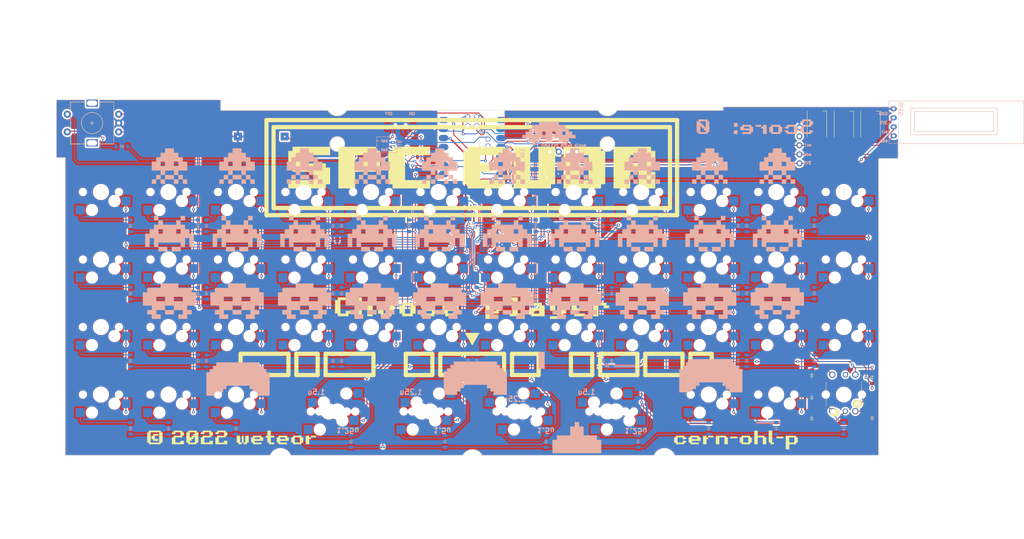
<source format=kicad_pcb>
(kicad_pcb (version 20221018) (generator pcbnew)
  (layers (0 "F.Cu" signal) (31 "B.Cu" signal) (34 "B.Paste" user) (35 "F.Paste" user) (36 "B.SilkS" user "B.Silkscreen") (37 "F.SilkS" user "F.Silkscreen") (38 "B.Mask" user) (39 "F.Mask" user) (44 "Edge.Cuts" user))
  (net 0 "")
  (net 1 "Net-(BT1-+)")
  (net 2 "GND")
  (net 3 "+3V3")
  (net 4 "Row_1")
  (net 5 "Row_2")
  (net 6 "Row_3")
  (net 7 "Row_4")
  (net 8 "Net-(D1-A)")
  (net 9 "Net-(D2-A)")
  (net 10 "Net-(D3-A)")
  (net 11 "Net-(D4-A)")
  (net 12 "Net-(D5-A)")
  (net 13 "Net-(D6-A)")
  (net 14 "Net-(D7-A)")
  (net 15 "Net-(D8-A)")
  (net 16 "Net-(D9-A)")
  (net 17 "Net-(D10-A)")
  (net 18 "Net-(D11-A)")
  (net 19 "Net-(D12-A)")
  (net 20 "Net-(D13-A)")
  (net 21 "Net-(D14-A)")
  (net 22 "Net-(D15-A)")
  (net 23 "Net-(D16-A)")
  (net 24 "Net-(D17-A)")
  (net 25 "Net-(D18-A)")
  (net 26 "Net-(D19-A)")
  (net 27 "Net-(D20-A)")
  (net 28 "Net-(D21-A)")
  (net 29 "Net-(D22-A)")
  (net 30 "Net-(D23-A)")
  (net 31 "Net-(D24-A)")
  (net 32 "Net-(D25-A)")
  (net 33 "Net-(D26-A)")
  (net 34 "Net-(D27-A)")
  (net 35 "Net-(D28-A)")
  (net 36 "Net-(D29-A)")
  (net 37 "swdio")
  (net 38 "swclk")
  (net 39 "sda")
  (net 40 "scl")
  (net 41 "Net-(D30-A)")
  (net 42 "Col_1")
  (net 43 "Col_2")
  (net 44 "Col_3")
  (net 45 "Net-(D31-A)")
  (net 46 "Col_4")
  (net 47 "Col_5")
  (net 48 "Col_6")
  (net 49 "Col_7")
  (net 50 "Col_8")
  (net 51 "Col_9")
  (net 52 "Col_10")
  (net 53 "Net-(D32-A)")
  (net 54 "Net-(D33-A)")
  (net 55 "Net-(D34-A)")
  (net 56 "Net-(D35-A)")
  (net 57 "Net-(D36-A)")
  (net 58 "Net-(D37-A)")
  (net 59 "Net-(D38-A)")
  (net 60 "Net-(D39-A)")
  (net 61 "Net-(D40-A)")
  (net 62 "encA")
  (net 63 "Net-(D41-A)")
  (net 64 "Net-(D42-A)")
  (net 65 "Net-(D43-A)")
  (net 66 "Net-(D44-A)")
  (net 67 "Net-(D45-A)")
  (net 68 "encB")
  (net 69 "Net-(D46-A)")
  (net 70 "Net-(D47-A)")
  (net 71 "Net-(U1-~{INT})")
  (net 72 "Col_0")
  (net 73 "Net-(U2-BAT)")
  (net 74 "Col_11")
  (net 79 "rst")
  (net 80 "+5V")
  (net 81 "LED")
  (net 82 "Net-(L1-DOUT)")
  (net 83 "AUDIO")
  (net 85 "Net-(D48-K)")
  (net 86 "Net-(D49-K)")
  (net 87 "Net-(D50-K)")
  (net 88 "Net-(D51-K)")
  (net 89 "Net-(D52-K)")
  (net 90 "Row_0")
  (net 91 "Net-(L2-DOUT)")
  (footprint "weteor:CherryMX_Hotswap" (layer "F.Cu") (at 250.017689 85.20719 180)
    (fp_text reference "SW26" hide)
    (fp_text value "SW_Push" hide)
  )
  (footprint "weteor:D_SOD-123" (layer "F.Cu") (at 258 118.5 -90)
    (fp_text reference "D52" hide)
    (fp_text value "1N4148W")
  )
  (footprint "weteor:Inv_CherryMX_Hotswap_1.5u" (layer "F.Cu") (at 130.954939 128.06969 180)
    (fp_text reference "SW43" hide)
    (fp_text value "SW_Push" hide)
  )
  (footprint "weteor:CherryMX_Hotswap" (layer "F.Cu") (at 59.517689 66.15719 180)
    (fp_text reference "SW2" hide)
    (fp_text value "SW_Push" hide)
  )
  (footprint "weteor:CherryMX_Hotswap" (layer "F.Cu") (at 154.767689 66.15719 180)
    (fp_text reference "SW8" hide)
    (fp_text value "SW_Push" hide)
  )
  (footprint "weteor:CherryMX_Hotswap" (layer "F.Cu") (at 59.517689 104.25719 180)
    (fp_text reference "SW28" hide)
    (fp_text value "SW_Push" hide)
  )
  (footprint "weteor:CherryMX_Hotswap" (layer "F.Cu") (at 154.767689 104.25719 180)
    (fp_text reference "SW33" hide)
    (fp_text value "SW_Push" hide)
  )
  (footprint "weteor:Inv_CherryMX_Hotswap_1.25u" (layer "F.Cu") (at 133.335939 128.06969)
    (fp_text reference "SW42" hide)
    (fp_text value "SW_Push" hide)
  )
  (footprint "weteor:CherryMX_Hotswap" (layer "F.Cu") (at 173.817689 85.20719 180)
    (fp_text reference "SW22" hide)
    (fp_text value "SW_Push" hide)
  )
  (footprint "weteor:CherryMX_Hotswap" (layer "F.Cu") (at 97.617689 66.15719 180)
    (fp_text reference "SW4" hide)
    (fp_text value "SW_Push" hide)
  )
  (footprint "weteor:CherryMX_Hotswap" (layer "F.Cu") (at 40.467689 85.20719 180)
    (fp_text reference "SW15" hide)
    (fp_text value "SW_Push" hide)
  )
  (footprint "weteor:CherryMX_Hotswap" (layer "F.Cu") (at 211.917689 66.15719 180)
    (fp_text reference "SW11" hide)
    (fp_text value "SW_Push" hide)
  )
  (footprint "weteor:D_SOD-123" (layer "F.Cu") (at 258 130 -90)
    (fp_text reference "D50" hide)
    (fp_text value "1N4148W")
  )
  (footprint "weteor:Inv_CherryMX_Hotswap_1.5u" (layer "F.Cu") (at 107.142439 128.06969)
    (fp_text reference "SW50" hide)
    (fp_text value "SW_Push" hide)
  )
  (footprint "weteor:CherryMX_Hotswap" (layer "F.Cu") (at 40.467689 66.15719 180)
    (fp_text reference "SW1" hide)
    (fp_text value "SW_Push" hide)
  )
  (footprint "weteor:CherryMX_Hotswap" (layer "F.Cu") (at 250.017689 66.15719 180)
    (fp_text reference "SW14" hide)
    (fp_text value "SW_Push" hide)
  )
  (footprint "weteor:CherryMX_Hotswap" (layer "F.Cu") (at 78.567689 66.15719 180)
    (fp_text reference "SW3" hide)
    (fp_text value "SW_Push" hide)
  )
  (footprint "LED_SMD:LED_SK6812_PLCC4_5.0x5.0mm_P3.2mm" (layer "F.Cu") (at 250.05 47 90)
    (fp_text reference "L2" hide)
    (fp_text value "SK6812")
  )
  (footprint "weteor:CherryMX_Hotswap" (layer "F.Cu") (at 97.617689 104.25719 180)
    (fp_text reference "SW30" hide)
    (fp_text value "SW_Push" hide)
  )
  (footprint "mouser:SKQUCAA010" (layer "F.Cu") (at 246.767689 127.98219 90)
    (fp_text reference "SW54" hide)
    (fp_text value "SKQUCAA010" hide)
  )
  (footprint "LED_SMD:LED_SK6812_PLCC4_5.0x5.0mm_P3.2mm" (layer "F.Cu") (at 242.45 46.95 90)
    (fp_text reference "L1" hide)
    (fp_text value "SK6812")
  )
  (footprint "weteor:CherryMX_Hotswap" (layer "F.Cu") (at 59.517689 123.30719 180)
    (fp_text reference "SW40" hide)
    (fp_text value "SW_Push" hide)
  )
  (footprint "weteor:CherryMX_Hotswap" (layer "F.Cu") (at 230.967689 123.30719 180)
    (fp_text reference "SW47" hide)
    (fp_text value "SW_Push" hide)
  )
  (footprint "weteor:CherryMX_Hotswap" (layer "F.Cu") (at 116.667689 85.20719 180)
    (fp_text reference "SW19" hide)
    (fp_text value "SW_Push" hide)
  )
  (footprint "weteor:CherryMX_Hotswap" (layer "F.Cu") (at 135.717689 104.25719 180)
    (fp_text reference "SW32" hide)
    (fp_text value "SW_Push" hide)
  )
  (footprint "weteor:Inv_CherryMX_Hotswap_1.5u" (layer "F.Cu") (at 183.342939 128.06969)
    (fp_text reference "SW52" hide)
    (fp_text value "SW_Push" hide)
  )
  (footprint "weteor:Inv_CherryMX_Hotswap_1.25u" (layer "F.Cu") (at 157.149439 128.06969)
    (fp_text reference "SW45" hide)
    (fp_text value "SW_Push" hide)
  )
  (footprint "weteor:D_SOD-123" (layer "F.Cu") (at 241 124.15 90)
    (fp_text reference "D48" hide)
    (fp_text value "1N4148W")
  )
  (footprint "weteor:CherryMX_Hotswap" (layer "F.Cu") (at 116.667689 104.25719 180)
    (fp_text reference "SW31" hide)
    (fp_text value "SW_Push" hide)
  )
  (footprint "weteor:CherryMX_Hotswap" (layer "F.Cu") (at 211.917689 85.20719 180)
    (fp_text reference "SW24" hide)
    (fp_text value "SW_Push" hide)
  )
  (footprint "weteor:CherryMX_Hotswap" (layer "F.Cu") (at 192.867689 66.15719 180)
    (fp_text reference "SW10" hide)
    (fp_text value "SW_Push" hide)
  )
  (footprint "weteor:D_SOD-123" (layer "F.Cu") (at 241 118 -90)
    (fp_text reference "D51" hide)
    (fp_text value "1N4148W")
  )
  (footprint "weteor:Micro_Push_Button_3x6x2.5mm" (layer "F.Cu") (at 107.14506 75.685701 -90)
    (fp_text reference "SW53" hide)
    (fp_text value "SW_Push" hide)
  )
  (footprint "weteor:CherryMX_Hotswap" (layer "F.Cu") (at 40.467689 123.30719 180)
    (fp_text reference "SW39" hide)
    (fp_text value "SW_Push" hide)
  )
  (footprint "weteor:CherryMX_Hotswap" (layer "F.Cu") (at 192.867689 104.25719 180)
    (fp_text reference "SW35" hide)
    (fp_text value "SW_Push" hide)
  )
  (footprint "weteor:Inv_CherryMX_Hotswap_1.25u" (layer "F.Cu") (at 185.723939 128.06969 180)
    (fp_text reference "SW51" hide)
    (fp_text value "SW_Push" hide)
  )
  (footprint "weteor:CherryMX_Hotswap" (layer "F.Cu") (at 211.917689 104.25719 180)
    (fp_text reference "SW36" hide)
    (fp_text value "SW_Push" hide)
  )
  (footprint "weteor:CherryMX_Hotswap" (layer "F.Cu") (at 230.967689 66.15719 180)
    (fp_text reference "SW12" hide)
    (fp_text value "SW_Push" hide)
  )
  (footprint "weteor:CherryMX_Hotswap" (layer "F.Cu") (at 173.817689 104.25719 180)
    (fp_text reference "SW34" hide)
    (fp_text value "SW_Push" hide)
  )
  (footprint "weteor:CherryMX_Hotswap" (layer "F.Cu") (at 230.967689 85.20719 180)
    (fp_text reference "SW25" hide)
    (fp_text value "SW_Push" hide)
  )
  (footprint "weteor:CherryMX_Hotswap" (layer "F.Cu") (at 230.967689 104.25719 180)
    (fp_text reference "SW37" hide)
    (fp_text value "SW_Push" hide)
  )
  (footprint "weteor:CherryMX_Hotswap" (layer "F.Cu") (at 116.667689 66.15719 180)
    (fp_text reference "SW6" hide)
    (fp_text value "SW_Push" hide)
  )
  (footprint "KLOR:RotaryEncoder_Alps_EC11E-Switch_Vertical_H20mm-keebio_modified" (layer "F.Cu") (at 37.977689 46.70719 180)
    (fp_text reference "SW5" hide)
    (fp_text value "EC11")
  )
  (footprint "weteor:Inv_CherryMX_Hotswap_1.5u" (layer "F.Cu") (at 159.530439 128.06969 180)
    (fp_text reference "SW44" hide)
    (fp_text value "SW_Push" hide)
  )
  (footprint "weteor:CherryMX_Hotswap" (layer "F.Cu") (at 59.517689 85.20719 180)
    (fp_text reference "SW16" hide)
    (fp_text value "SW_Push" hide)
  )
  (footprint "weteor:CherryMX_Hotswap" (layer "F.Cu") (at 211.917689 123.30719 180)
    (fp_text reference "SW46" hide)
    (fp_text value "SW_Push" hide)
  )
  (footprint "KLOR:Pimoroni Haptic Buzz DRV2605L Driver" (layer "F.Cu") (at 227.1 53 90)
    (fp_text reference "U3" hide)
    (fp_text value "Pimoroni haptic buzz")
  )
  (footprint "weteor:CherryMX_Hotswap" (layer "F.Cu") (at 78.567689 104.25719 180)
    (fp_text reference "SW29" hide)
    (fp_text value "SW_Push" hide)
  )
  (footprint "weteor:CherryMX_Hotswap" (layer "F.Cu") (at 192.867689 85.20719 180)
    (fp_text reference "SW23" hide)
    (fp_text value "SW_Push" hide)
  )
  (footprint "weteor:CherryMX_Hotswap" (layer "F.Cu") (at 154.767689 85.20719 180)
    (fp_text reference "SW21" hide)
    (fp_text value "SW_Push" hide)
  )
  (footprint "weteor:CherryMX_Hotswap" (layer "F.Cu") (at 135.717689 66.15719 180)
    (fp_text reference "SW7" hide)
    (fp_text value "SW_Push" hide)
  )
  (footprint "weteor:CherryMX_Hotswap" (layer "F.Cu") (at 173.817689 66.15719 180)
    (fp_text reference "SW9" hide)
    (fp_text value "SW_Push" hide)
  )
  (footprint "Connector_PinHeader_2.54mm:PinHeader_1x04_P2.54mm_Vertical" (layer "F.Cu") (at 167.067689 54.80719 90)
    (fp_text reference "J1")
    (fp_text value "BL_CONN")
  )
  (footprint "weteor:CherryMX_Hotswap" (layer "F.Cu") (at 78.567689 123.30719 180)
    (fp_text reference "SW41" hide)
    (fp_text value "SW_Push" hide)
  )
  (footprint "weteor:CherryMX_Hotswap" (layer "F.Cu") (at 97.617689 85.20719 180)
    (fp_text reference "SW18" hide)
    (fp_text value "SW_Push" hide)
  )
  (footprint "weteor:Inv_CherryMX_Hotswap_1.25u" (layer "F.Cu") (at 104.761439 128.06969 180)
    (fp_text reference "SW49" hide)
    (fp_text value "SW_Push" hide)
  )
  (footprint "weteor:CherryMX_Hotswap" (layer "F.Cu") (at 135.717689 85.20719 180)
    (fp_text reference "SW20" hide)
    (fp_text value "SW_Push" hide)
  )
  (footprint "kbd:CherryMX_1u" (layer "F.Cu") (at 250.017689 123.30719 180)
    (fp_text reference "SW48" hide)
    (fp_text value "SW_Push" hide)
  )
  (footprint "weteor:D_SOD-123" (layer "F.Cu") (at 241 130 90)
    (fp_text reference "D49" hide)
    (fp_text value "1N4148W")
  )
  (footprint "weteor:CherryMX_Hotswap" (layer "F.Cu") (at 250.017689 104.25719 180)
    (fp_text reference "SW38" hide)
    (fp_text value "SW_Push" hide)
  )
  (footprint "LED_SMD:LED_SK6812_PLCC4_5.0x5.0mm_P3.2mm" (layer "F.Cu") (at 257.55 47 90)
    (fp_text reference "L3" hide)
    (fp_text value "SK6812")
  )
  (footprint "weteor:CherryMX_Hotswap" (layer "F.Cu") (at 40.467689 104.25719 180)
    (fp_text reference "SW27" hide)
    (fp_text value "SW_Push" hide)
  )
  (footprint "weteor:CherryMX_Hotswap" (layer "F.Cu") (at 78.567689 85.20719 180)
    (fp_text reference "SW17" hide)
    (fp_text value "SW_Push" hide)
  )
  (footprint "weteor:D_SOD-123" (layer "B.Cu") (at 241.683314 75.68219 90)
    (fp_text reference "D12" hide)
    (fp_text value "1N4148W")
  )
  (footprint "weteor:D_SOD-123" (layer "B.Cu") (at 111 136.5 90)
    (fp_text reference "D41" hide)
    (fp_text value "1N4148W")
  )
  (footprint "weteor:D_SOD-123" (layer "B.Cu") (at 184.533314 75.68219 90)
    (fp_text reference "D9" hide)
    (fp_text value "1N4148W")
  )
  (footprint "Connector_Molex:Molex_PicoBlade_53048-0210_1x02_P1.25mm_Horizontal" (layer "B.Cu") (at 122.817689 53.43219 90)
    (fp_text reference "BT1")
    (fp_text value "Battery_Cell")
  )
  (footprint "weteor:D_SOD-123" (layer "B.Cu") (at 108.333314 75.68219 90)
    (fp_text reference "D5" hide)
    (fp_text value "1N4148W")
  )
  (footprint "Resistor_SMD:R_0805_2012Metric" (layer "B.Cu") (at 157.617689 59.55719 90)
    (fp_text reference "R2" hide)
    (fp_text value "10k")
  )
  (footprint "weteor:D_SOD-123" (layer "B.Cu") (at 144.052064 113.78219 90)
    (fp_text reference "D30" hide)
    (fp_text value "1N4148W")
  )
  (footprint "weteor:D_SOD-123" (layer "B.Cu") (at 48.802064 94.73219 90)
    (fp_text reference "D13" hide)
    (fp_text value "1N4148W")
  )
  (footprint "weteor:D_SOD-123" (layer "B.Cu") (at 182.152064 94.73219 90)
    (fp_text reference "D20" hide)
    (fp_text value "1N4148W")
  )
  (footprint "weteor:D_SOD-123" (layer "B.Cu") (at 108.333314 113.78219 90)
    (fp_text reference "D29" hide)
    (fp_text value "1N4148W")
  )
  (footprint "weteor:D_SOD-123" (layer "B.Cu") (at 67.852064 75.68219 90)
    (fp_text reference "D2" hide)
    (fp_text value "1N4148W")
  )
  (footprint "weteor:D_SOD-123" (layer "B.Cu") (at 105.952064 113.78219 90)
    (fp_text reference "D28" hide)
    (fp_text value "1N4148W")
  )
  (footprint "KLOR:Buzzer_Mallory_AST1109MLTRQ_reversible" (layer "B.Cu") (at 85.7 50.5 180)
    (fp_text reference "BZ1" hide)
    (fp_text value "Buzzer")
  )
  (footprint "weteor:OLED_1side" (layer "B.Cu") (at 264.067689 46.5 90)
    (fp_text reference "OL1")
    (fp_text value "OLED" hide)
  )
  (footprint "Resistor_SMD:R_0805_2012Metric" (layer "B.Cu") (at 144.267689 72.85719 -90)
    (fp_text reference "R1")
    (fp_text value "10k")
  )
  (footprint "weteor:D_SOD-123" (layer "B.Cu") (at 127.383314 75.68219 90)
    (fp_text reference "D6" hide)
    (fp_text value "1N4148W")
  )
  (footprint "weteor:D_SOD-123" (layer "B.Cu") (at 220.252064 113.78219 90)
    (fp_text reference "D34" hide)
    (fp_text value "1N4148W")
  )
  (footprint "Package_SO:TSSOP-24_4.4x7.8mm_P0.65mm" (layer "B.Cu") (at 145.117689 79.30719)
    (fp_text reference "U1")
    (fp_text value "PCA9555PW")
  )
  (footprint "weteor:D_SOD-123" (layer "B.Cu") (at 137.5 136.5 90)
    (fp_text reference "D42" hide)
    (fp_text value "1N4148W")
  )
  (footprint "weteor:D_SOD-123" (layer "B.Cu") (at 48.802064 132.83219 90)
    (fp_text reference "D37" hide)
    (fp_text value "1N4148W")
  )
  (footprint "Resistor_SMD:R_0805_2012Metric" (layer "B.Cu") (at 157.617689 55.30719 -90)
    (fp_text reference "R3" hide)
    (fp_text value "10k")
  )
  (footprint "weteor:D_SOD-123" (layer "B.Cu") (at 222.633314 94.73219 90)
    (fp_text reference "D23" hide)
    (fp_text value "1N4148W")
  )
  (footprint "weteor:D_SOD-123" (layer "B.Cu") (at 184.533314 113.78219 90)
    (fp_text reference "D33" hide)
    (fp_text value "1N4148W")
  )
  (footprint "weteor:D_SOD-123" (layer "B.Cu") (at 184.533314 94.73219 90)
    (fp_text reference "D21" hide)
    (fp_text value "1N4148W")
  )
  (footprint "weteor:D_SOD-123" (layer "B.Cu") (at 70.233314 75.68219 90)
    (fp_text reference "D3" hide)
    (fp_text value "1N4148W")
  )
  (footprint "weteor:D_SOD-123" (layer "B.Cu") (at 182.152064 75.68219 90)
    (fp_text reference "D8" hide)
    (fp_text value "1N4148W")
  )
  (footprint "weteor:D_SOD-123" (layer "B.Cu") (at 222.633314 113.78219 90)
    (fp_text reference "D35" hide)
    (fp_text value "1N4148W")
  )
  (footprint "weteor:D_SOD-123" (layer "B.Cu") (at 108.333314 94.73219 90)
    (fp_text reference "D17" hide)
    (fp_text value "1N4148W")
  )
  (footprint "weteor:D_SOD-123" (layer "B.Cu") (at 67.852064 113.78219 90)
    (fp_text reference "D26" hide)
    (fp_text value "1N4148W")
  )
  (footprint "weteor:D_SOD-123" (layer "B.Cu") (at 211.917689 132.83219 90)
    (fp_text reference "D45" hide)
    (fp_text value "1N4148W")
  )
  (footprint "weteor:D_SOD-123" (layer "B.Cu") (at 70.233314 113.78219 90)
    (fp_text reference "D27" hide)
    (fp_text value "1N4148W")
  )
  (footprint "Capacitor_SMD:C_0805_2012Metric" (layer "B.Cu") (at 151.867689 81.95719 -90)
    (fp_text reference "C1")
    (fp_text value "0.1uF")
  )
  (footprint "weteor:D_SOD-123" (layer "B.Cu") (at 250.017689 132.83219 90)
    (fp_text reference "D47" hide)
    (fp_text value "1N4148W")
  )
  (footprint "weteor:D_SOD-123" (layer "B.Cu") (at 46.35 53.30719 180)
    (fp_text reference "D39" hide)
    (fp_text value "1N4148W")
  )
  (footprint "weteor:D_SOD-123" (layer "B.Cu") (at 220.252064 75.68219 90)
    (fp_text reference "D10" hide)
    (fp_text value "1N4148W")
  )
  (footprint "weteor:switch_MSK-12C02_smd" (layer "B.Cu") (at 124.967689 45.94469 -90)
    (fp_text reference "SW13")
    (fp_text value "ON_OFF")
  )
  (footprint "weteor:D_SOD-123" (layer "B.Cu") (at 105.952064 94.73219 90)
    (fp_text reference "D16" hide)
    (fp_text value "1N4148W")
  )
  (footprint "weteor:D_SOD-123" (layer "B.Cu") (at 67.852064 94.73219 90)
    (fp_text reference "D14" hide)
    (fp_text value "1N4148W")
  )
  (footprint "weteor:D_SOD-123" (layer "B.Cu") (at 70.233314 94.73219 90)
    (fp_text reference "D15" hide)
    (fp_text value "1N4148W")
  )
  (footprint "weteor:D_SOD-123" (layer "B.Cu") (at 241.683314 113.78219 90)
    (fp_text reference "D36" hide)
    (fp_text value "1N4148W")
  )
  (footprint "weteor:D_SOD-123" (layer "B.Cu") (at 166 136.5 90)
    (fp_text reference "D43" hide)
    (fp_text value "1N4148W")
  )
  (footprint "weteor:D_SOD-123" (layer "B.Cu") (at 48.802064 75.68219 90)
    (fp_text reference "D1" hide)
    (fp_text value "1N4148W")
  )
  (footprint "weteor:D_SOD-123" (layer "B.Cu") (at 78.567689 132.83219 90)
    (fp_text reference "D40" hide)
    (fp_text value "1N4148W")
  )
  (footprint "weteor:D_SOD-123" (layer "B.Cu") (at 144.052064 94.73219 90)
    (fp_text reference "D18" hide)
    (fp_text value "1N4148W")
  )
  (footprint "weteor:D_SOD-123" (layer "B.Cu") (at 220.252064 94.73219 90)
    (fp_text reference "D22" hide)
    (fp_text value "1N4148W")
  )
  (footprint "weteor:D_SOD-123" (layer "B.Cu") (at 182.152064 113.78219 90)
    (fp_text reference "D32" hide)
    (fp_text value "1N4148W")
  )
  (footprint "weteor:D_SOD-123" (layer "B.Cu") (at 59.517689 132.83219 90)
    (fp_text reference "D38" hide)
    (fp_text value "1N4148W")
  )
  (footprint "weteor:D_SOD-123" (layer "B.Cu") (at 222.633314 75.68219 90)
    (fp_text reference "D11" hide)
    (fp_text value "1N4148W")
  )
  (footprint "weteor:D_SOD-123" (layer "B.Cu") (at 48.802064 113.78219 90)
    (fp_text reference "D25" hide)
    (fp_text value "1N4148W")
  )
  (footprint "weteor:D_SOD-123" (layer "B.Cu") (at 192 136.5 90)
    (fp_text reference "D44" hide)
    (fp_text value "1N4148W")
  )
  (footprint "weteor:D_SOD-123" (layer "B.Cu") (at 241.683314 94.73219 90)
    (fp_text reference "D24" hide)
    (fp_text value "1N4148W")
  )
  (footprint "weteor:D_SOD-123" (layer "B.Cu") (at 105.952064 75.68219 90)
    (fp_text reference "D4" hide)
    (fp_text value "1N4148W")
  )
  (footprint "weteor:D_SOD-123" (layer "B.Cu") (at 146.433314 113.78219 90)
    (fp_text reference "D31" hide)
    (fp_text value "1N4148W")
  )
  (footprint "mcu:xiao-ble-smd-cutout" (layer "B.Cu") (at 145.217689 53.48219 180)
    (fp_text reference "U2" hide)
    (fp_text value "xiao-ble" hide)
    (fp_line (start -4.699 0.7488) (end -4.699 1.7902) (stroke (width 0.12)) (layer "Edge.Cuts"))
    (fp_line (start -4.0132 2.476) (end -2.413 2.476) (stroke (width 0.12)) (layer "Edge.Cuts"))
    (fp_line (start -2.413 0.063) (end -4.0132 0.063) (stroke (width 0.12)) (layer "Edge.Cuts"))
    (fp_line (start -2.032 2.095) (end -2.032 0.444) (stroke (width 0.12)) (layer "Edge.Cuts"))
    (fp_line (start -1.524 6.4638) (end -1.524 8.1402) (stroke (width 0.12)) (layer "Edge.Cuts"))
    (fp_line (start -0.8382 5.778) (end 0.8382 5.778) (stroke (width 0.12)) (layer "Edge.Cuts"))
    (fp_line (start -0.8382 8.826) (end 0.8382 8.826) (stroke (width 0.12)) (layer "Edge.Cuts"))
    (fp_line (start 1.524 6.4638) (end 1.524 8.1402) (stroke (width 0.12)) (layer "Edge.Cuts"))
    (fp_arc (start -4.699 1.7902) (mid -4.095391 1.872391) (end -4.0132 2.476) (stroke (width 0.12)) (layer "Edge.Cuts"))
    (fp_arc (start -4.0132 0.063) (mid -4.095391 0.666609) (end -4.699 0.7488) (stroke (width 0.12)) (layer "Edge.Cuts"))
    (fp_arc (start -2.413 0.063) (mid -2.143592 0.174592) (end -2.032 0.444) (stroke (width 0.12)) (layer "Edge.Cuts"))
    (fp_arc (start -2.032 2.095) (mid -2.143592 2.364408) (end -2.413 2.476) (stroke (width 0.12)) (layer "Edge.Cuts"))
    (fp_arc (start -1.524 8.1402) (mid -0.920391 8.222391) (end -0.8382 8.826) (stroke (width 0.12)) (layer "Edge.Cuts"))
    (fp_arc (start -0.8382 5.778) (mid -0.920391 6.381609) (end -1.524 6.4638) (stroke (width 0.12)) (layer "Edge.Cuts"))
    (fp_arc (start 0.8382 8.826) (mid 0.920393 8.222393) (end 1.524 8.1402) (stroke (width 0.12)) (layer "Edge.Cuts"))
    (fp_arc (start 1.524 6.4638) (mid 0.920393 6.381607) (end 0.8382 5.778) (stroke (width 0.12)) (layer "Edge.Cuts"))
  )
  (footprint "weteor:D_SOD-123" (layer "B.Cu") (at 163.102064 75.68219 90)
    (fp_text reference "D7" hide)
    (fp_text value "1N4148W")
  )
  (footprint "weteor:D_SOD-123" (layer "B.Cu") (at 230.967689 132.83219 90)
    (fp_text reference "D46" hide)
    (fp_text value "1N4148W")
  )
  (footprint "weteor:D_SOD-123" (layer "B.Cu") (at 146.433314 94.73219 90)
    (fp_text reference "D19" hide)
    (fp_text value "1N4148W")
  )
  (gr_poly (pts (xy 83.867676 63.857187) (xy 82.617691 63.857187) (xy 82.617691 62.607198) (xy 83.867676 62.607198)) (stroke (width 0.02)) (fill solid) (layer "B.SilkS"))
  (gr_poly (pts (xy 192.543352 82.907155) (xy 190.045794 82.907155) (xy 190.045794 81.657167) (xy 192.543352 81.657167)) (stroke (width 0.02)) (fill solid) (layer "B.SilkS"))
  (gr_poly (pts (xy 214.717669 93.207544) (xy 218.467669 93.207544) (xy 218.467669 94.457559) (xy 219.717669 94.457559) (xy 219.717669 98.207544) (xy 218.467669 98.207544) (xy 218.467669 98.20717) (xy 217.217684 98.20717) (xy 217.217684 99.456804) (xy 218.467669 99.456804) (xy 218.467669 100.706827) (xy 217.217684 100.706827) (xy 217.217684 101.956819) (xy 214.717669 101.956819) (xy 214.717669 100.706827) (xy 215.967669 100.706827) (xy 215.967669 99.457193) (xy 213.467684 99.457193) (xy 213.467684 100.706827) (xy 210.967669 100.706827) (xy 210.967669 99.457193) (xy 208.467669 99.457193) (xy 208.467669 100.706827) (xy 209.717653 100.706827) (xy 209.717653 101.956834) (xy 207.217669 101.956834) (xy 207.217669 100.706842) (xy 205.967653 100.706842) (xy 205.967653 99.456819) (xy 207.217669 99.456819) (xy 207.217669 99.456811) (xy 210.967669 99.456811) (xy 213.467684 99.456811) (xy 213.467684 98.207177) (xy 210.967669 98.207177) (xy 210.967669 99.456811) (xy 207.217669 99.456811) (xy 207.217669 98.207185) (xy 204.717669 98.207185) (xy 204.717669 96.957185) (xy 208.467669 96.957185) (xy 210.967669 96.957185) (xy 213.467684 96.957185) (xy 215.967669 96.957185) (xy 215.967669 95.707551) (xy 213.467684 95.707551) (xy 213.467684 96.957185) (xy 210.967669 96.957185) (xy 210.967669 95.707551) (xy 208.467669 95.707551) (xy 208.467669 96.957185) (xy 204.717669 96.957185) (xy 204.717669 94.457567) (xy 205.967653 94.457567) (xy 205.967653 93.207544) (xy 209.717653 93.207544) (xy 209.717653 91.957551) (xy 214.717669 91.957551)) (stroke (width 0.02)) (fill solid) (layer "B.SilkS"))
  (gr_poly (pts (xy 116.343363 82.907155) (xy 113.845823 82.907155) (xy 113.845823 81.657167) (xy 116.343363 81.657167)) (stroke (width 0.02)) (fill solid) (layer "B.SilkS"))
  (gr_poly (pts (xy 61.067689 55.107206) (xy 62.317674 55.107206) (xy 62.317674 56.357194) (xy 63.567689 56.357194) (xy 63.567689 57.607183) (xy 64.817674 57.607183) (xy 64.817674 60.10719) (xy 62.317674 60.10719) (xy 62.317674 61.357209) (xy 61.067704 61.357209) (xy 61.067704 62.607198) (xy 58.567705 62.607198) (xy 58.567705 61.357209) (xy 61.067689 61.357209) (xy 61.067689 60.10719) (xy 58.56769 60.10719) (xy 58.56769 61.357209) (xy 57.317705 61.357209) (xy 57.317705 60.10719) (xy 54.817705 60.10719) (xy 54.817705 58.857198) (xy 57.317705 58.857198) (xy 58.56769 58.857198) (xy 61.067704 58.857198) (xy 62.317689 58.857198) (xy 62.317689 57.607179) (xy 61.067704 57.607179) (xy 61.067704 58.857198) (xy 58.56769 58.857198) (xy 58.56769 57.607179) (xy 57.317705 57.607179) (xy 57.317705 58.857198) (xy 54.817705 58.857198) (xy 54.817705 57.607183) (xy 56.06769 57.607183) (xy 56.06769 56.357194) (xy 57.317705 56.357194) (xy 57.317705 55.107206) (xy 58.56769 55.107206) (xy 58.56769 53.857187) (xy 61.067689 53.857187)) (stroke (width 0.02)) (fill solid) (layer "B.SilkS"))
  (gr_poly (pts (xy 141.017679 63.857187) (xy 139.767687 63.857187) (xy 139.767687 62.607198) (xy 141.017679 62.607198)) (stroke (width 0.02)) (fill solid) (layer "B.SilkS"))
  (gr_poly (pts (xy 157.567667 63.857187) (xy 156.317682 63.857187) (xy 156.317682 62.607198) (xy 157.567667 62.607198)) (stroke (width 0.02)) (fill solid) (layer "B.SilkS"))
  (gr_poly (pts (xy 211.593355 82.907155) (xy 209.095812 82.907155) (xy 209.095812 81.657167) (xy 211.593355 81.657167)) (stroke (width 0.02)) (fill solid) (layer "B.SilkS"))
  (gr_poly (pts (xy 82.617691 62.607198) (xy 81.367676 62.607198) (xy 81.367676 61.357209) (xy 82.617691 61.357209)) (stroke (width 0.02)) (fill solid) (layer "B.SilkS"))
  (gr_poly (pts (xy 217.217669 63.857187) (xy 215.967684 63.857187) (xy 215.967684 62.607198) (xy 217.217669 62.607198)) (stroke (width 0.02)) (fill solid) (layer "B.SilkS"))
  (gr_poly (pts (xy 140.390444 74.157197) (xy 139.140451 74.157197) (xy 139.140451 72.907209) (xy 140.390444 72.907209)) (stroke (width 0.02)) (fill solid) (layer "B.SilkS"))
  (gr_poly (pts (xy 57.944917 75.407178) (xy 61.690004 75.407178) (xy 61.690004 74.157197) (xy 62.940019 74.157197) (xy 62.940019 75.407178) (xy 64.190003 75.407178) (xy 64.190003 76.657197) (xy 65.440019 76.657197) (xy 65.440019 77.907186) (xy 66.690003 77.907186) (xy 66.690003 81.657167) (xy 65.440019 81.657167) (xy 65.440019 79.157167) (xy 64.190003 79.157167) (xy 64.190003 80.407186) (xy 64.188005 80.407186) (xy 64.188005 81.657167) (xy 62.938462 81.657167) (xy 62.938462 82.907155) (xy 60.440904 82.907155) (xy 60.440904 81.657167) (xy 62.93802 81.657167) (xy 62.93802 80.407186) (xy 56.695375 80.407186) (xy 56.695375 81.657167) (xy 55.445391 81.657167) (xy 55.445391 79.157167) (xy 54.195375 79.157167) (xy 54.195375 81.657167) (xy 52.945391 81.657167) (xy 52.945391 77.907186) (xy 54.195375 77.907186) (xy 56.695833 77.907186) (xy 57.943361 77.907186) (xy 61.693345 77.907186) (xy 62.940904 77.907186) (xy 62.940904 76.657197) (xy 61.693345 76.657197) (xy 61.693345 77.907186) (xy 57.943361 77.907186) (xy 57.943361 76.657197) (xy 56.695833 76.657197) (xy 56.695833 77.907186) (xy 54.195375 77.907186) (xy 54.195375 76.657197) (xy 55.445391 76.657197) (xy 55.445391 75.407178) (xy 56.695375 75.407178) (xy 56.695375 74.157197) (xy 57.944917 74.157197)) (stroke (width 0.02)) (fill solid) (layer "B.SilkS"))
  (gr_poly (pts (xy 220.049227 49.79264) (xy 219.0226 49.792642) (xy 219.0226 48.767381) (xy 220.049227 48.767381)) (stroke (width 0.02)) (fill solid) (layer "B.SilkS"))
  (gr_poly (pts (xy 172.244883 75.407178) (xy 175.989969 75.407178) (xy 175.989969 74.157197) (xy 177.239985 74.157197) (xy 177.239985 75.407178) (xy 178.489969 75.407178) (xy 178.489969 76.657197) (xy 179.739985 76.657197) (xy 179.739985 77.907186) (xy 180.989962 77.907186) (xy 180.989962 81.657167) (xy 179.739992 81.657167) (xy 179.739992 79.157167) (xy 178.489969 79.157167) (xy 178.489969 80.407186) (xy 178.48797 80.407186) (xy 178.48797 81.657167) (xy 177.238443 81.657167) (xy 177.238443 82.907155) (xy 174.740892 82.907155) (xy 174.740892 81.657167) (xy 177.237993 81.657167) (xy 177.237993 80.407186) (xy 170.995363 80.407186) (xy 170.995363 81.657167) (xy 169.745371 81.657167) (xy 169.745371 79.157167) (xy 168.495356 79.157167) (xy 168.495356 81.657167) (xy 167.245371 81.657167) (xy 167.245371 77.907186) (xy 168.495356 77.907186) (xy 170.995813 77.907186) (xy 172.243342 77.907186) (xy 175.993334 77.907186) (xy 177.240893 77.907186) (xy 177.240893 76.657197) (xy 175.993334 76.657197) (xy 175.993334 77.907186) (xy 172.243342 77.907186) (xy 172.243342 76.657197) (xy 170.995813 76.657197) (xy 170.995813 77.907186) (xy 168.495356 77.907186) (xy 168.495356 76.657197) (xy 169.745371 76.657197) (xy 169.745371 75.407178) (xy 170.995363 75.407178) (xy 170.995363 74.157197) (xy 172.244883 74.157197)) (stroke (width 0.02)) (fill solid) (layer "B.SilkS"))
  (gr_poly (pts (xy 152.186411 114.919687) (xy 153.123919 114.919687) (xy 153.123919 115.857194) (xy 154.061419 115.857194) (xy 154.061419 116.794679) (xy 154.998926 116.794679) (xy 154.998926 117.732171) (xy 154.998896 117.732171) (xy 154.998896 118.669694) (xy 154.998926 118.669694) (xy 154.998926 123.357202) (xy 151.248919 123.357202) (xy 151.248919 122.419679) (xy 150.311419 122.419679) (xy 150.311419 121.482202) (xy 149.373911 121.482202) (xy 149.373911 120.54471) (xy 142.811419 120.54471) (xy 142.811419 121.482202) (xy 141.873911 121.482202) (xy 141.873911 122.419679) (xy 140.936419 122.419679) (xy 140.936419 123.357202) (xy 137.186426 123.357202) (xy 137.186426 116.794679) (xy 138.123919 116.794679) (xy 138.123919 115.857194) (xy 139.061411 115.857194) (xy 139.061411 114.919687) (xy 139.998919 114.919687) (xy 139.998919 113.982187) (xy 152.186411 113.982187)) (stroke (width 0.02)) (fill solid) (layer "B.SilkS"))
  (gr_poly (pts (xy 198.167666 63.857187) (xy 196.917681 63.857187) (xy 196.917681 62.607198) (xy 198.167666 62.607198)) (stroke (width 0.02)) (fill solid) (layer "B.SilkS"))
  (gr_poly (pts (xy 132.895373 74.157197) (xy 131.64538 74.157197) (xy 131.64538 72.907209) (xy 132.895373 72.907209)) (stroke (width 0.02)) (fill solid) (layer "B.SilkS"))
  (gr_poly (pts (xy 77.617676 63.857187) (xy 76.367691 63.857187) (xy 76.367691 62.607198) (xy 77.617676 62.607198)) (stroke (width 0.02)) (fill solid) (layer "B.SilkS"))
  (gr_poly (pts (xy 235.640429 74.157201) (xy 234.390429 74.157201) (xy 234.390429 72.907209) (xy 235.640429 72.907209)) (stroke (width 0.02)) (fill solid) (layer "B.SilkS"))
  (gr_poly (pts (xy 175.345072 132.319665) (xy 176.595057 132.319665) (xy 176.595057 134.819665) (xy 180.345034 134.819665) (xy 180.345034 136.069658) (xy 181.595019 136.069658) (xy 181.595019 139.819696) (xy 167.845057 139.819696) (xy 167.845057 136.069658) (xy 169.09508 136.069658) (xy 169.09508 134.819665) (xy 172.845064 134.819665) (xy 172.845064 132.319665) (xy 174.095057 132.319665) (xy 174.095057 131.069673) (xy 175.345072 131.069673)) (stroke (width 0.02)) (fill solid) (layer "B.SilkS"))
  (gr_poly (pts (xy 115.094893 75.407178) (xy 118.83996 75.407178) (xy 118.83996 74.157197) (xy 120.089983 74.157197) (xy 120.089983 75.407178) (xy 121.339975 75.407178) (xy 121.339975 76.657197) (xy 122.589983 76.657197) (xy 122.589983 77.907186) (xy 123.839975 77.907186) (xy 123.839975 81.657167) (xy 122.589998 81.657167) (xy 122.589998 79.157167) (xy 121.339975 79.157167) (xy 121.339975 80.407186) (xy 121.337977 80.407186) (xy 121.337977 81.657167) (xy 120.08845 81.657167) (xy 120.08845 82.907155) (xy 117.590899 82.907155) (xy 117.590899 81.657167) (xy 120.088 81.657167) (xy 120.088 80.407186) (xy 113.845373 80.407186) (xy 113.845373 81.657167) (xy 112.595381 81.657167) (xy 112.595381 79.157167) (xy 111.345358 79.157167) (xy 111.345358 81.657167) (xy 110.095381 81.657167) (xy 110.095381 77.907186) (xy 111.345358 77.907186) (xy 113.845823 77.907186) (xy 115.093352 77.907186) (xy 118.84334 77.907186) (xy 120.090899 77.907186) (xy 120.090899 76.657197) (xy 118.84334 76.657197) (xy 118.84334 77.907186) (xy 115.093352 77.907186) (xy 115.093352 76.657197) (xy 113.845823 76.657197) (xy 113.845823 77.907186) (xy 111.345358 77.907186) (xy 111.345358 76.657197) (xy 112.595381 76.657197) (xy 112.595381 75.407178) (xy 113.845373 75.407178) (xy 113.845373 74.157197) (xy 115.094893 74.157197)) (stroke (width 0.02)) (fill solid) (layer "B.SilkS"))
  (gr_poly (pts (xy 178.490427 74.157197) (xy 177.240442 74.157197) (xy 177.240442 72.907209) (xy 178.490427 72.907209)) (stroke (width 0.02)) (fill solid) (layer "B.SilkS"))
  (gr_poly (pts (xy 172.86767 63.857187) (xy 171.617685 63.857187) (xy 171.617685 62.607198) (xy 172.86767 62.607198)) (stroke (width 0.02)) (fill solid) (layer "B.SilkS"))
  (gr_poly (pts (xy 151.945368 74.157197) (xy 150.695376 74.157197) (xy 150.695376 72.907209) (xy 151.945368 72.907209)) (stroke (width 0.02)) (fill solid) (layer "B.SilkS"))
  (gr_poly (pts (xy 80.117691 62.607198) (xy 77.617691 62.607198) (xy 77.617691 61.357209) (xy 80.117691 61.357209)) (stroke (width 0.02)) (fill solid) (layer "B.SilkS"))
  (gr_poly (pts (xy 62.317689 63.857187) (xy 61.067704 63.857187) (xy 61.067704 62.607198) (xy 62.317689 62.607198)) (stroke (width 0.02)) (fill solid) (layer "B.SilkS"))
  (gr_poly (pts (xy 190.045351 74.157197) (xy 188.795366 74.157197) (xy 188.795366 72.907209) (xy 190.045351 72.907209)) (stroke (width 0.02)) (fill solid) (layer "B.SilkS"))
  (gr_poly (pts (xy 227.517657 63.857187) (xy 226.267672 63.857187) (xy 226.267672 62.607198) (xy 227.517657 62.607198)) (stroke (width 0.02)) (fill solid) (layer "B.SilkS"))
  (gr_poly (pts (xy 78.243393 82.907155) (xy 75.745834 82.907155) (xy 75.745834 81.657167) (xy 78.243393 81.657167)) (stroke (width 0.02)) (fill solid) (layer "B.SilkS"))
  (gr_poly (pts (xy 208.467653 63.857187) (xy 207.217669 63.857187) (xy 207.217669 62.607198) (xy 208.467653 62.607198)) (stroke (width 0.02)) (fill solid) (layer "B.SilkS"))
  (gr_poly (pts (xy 228.258196 49.79264) (xy 227.231569 49.79264) (xy 227.231569 48.253373) (xy 226.718935 48.253373) (xy 226.718935 47.740743) (xy 227.231569 47.740743) (xy 227.231569 47.228112) (xy 228.258196 47.228112)) (stroke (width 0.02)) (fill solid) (layer "B.SilkS"))
  (gr_poly (pts (xy 171.617685 62.607198) (xy 170.367663 62.607198) (xy 170.367663 61.357209) (xy 171.617685 61.357209)) (stroke (width 0.02)) (fill solid) (layer "B.SilkS"))
  (gr_poly (pts (xy 159.440439 74.157197) (xy 158.190447 74.157197) (xy 158.190447 72.907209) (xy 159.440439 72.907209)) (stroke (width 0.02)) (fill solid) (layer "B.SilkS"))
  (gr_poly (pts (xy 173.493364 82.907155) (xy 170.995813 82.907155) (xy 170.995813 81.657167) (xy 173.493364 81.657167)) (stroke (width 0.02)) (fill solid) (layer "B.SilkS"))
  (gr_poly (pts (xy 175.367678 55.107206) (xy 176.61767 55.107206) (xy 176.61767 56.357194) (xy 177.867685 56.357194) (xy 177.867685 57.607183) (xy 179.11767 57.607183) (xy 179.11767 60.10719) (xy 176.61767 60.10719) (xy 176.61767 61.357209) (xy 175.367678 61.357209) (xy 175.367678 60.10719) (xy 172.86767 60.10719) (xy 172.86767 61.357209) (xy 171.617685 61.357209) (xy 171.617685 60.10719) (xy 169.11767 60.10719) (xy 169.11767 58.857198) (xy 171.617685 58.857198) (xy 172.86767 58.857198) (xy 175.367678 58.857198) (xy 176.61767 58.857198) (xy 176.61767 57.607179) (xy 175.367678 57.607179) (xy 175.367678 58.857198) (xy 172.86767 58.857198) (xy 172.86767 57.607179) (xy 171.617685 57.607179) (xy 171.617685 58.857198) (xy 169.11767 58.857198) (xy 169.11767 57.607183) (xy 170.367663 57.607183) (xy 170.367663 56.357194) (xy 171.617685 56.357194) (xy 171.617685 55.107206) (xy 172.86767 55.107206) (xy 172.86767 53.857187) (xy 175.367678 53.857187)) (stroke (width 0.02)) (fill solid) (layer "B.SilkS"))
  (gr_poly (pts (xy 169.659372 47.250922) (xy 171.534388 47.250922) (xy 171.534388 48.188417) (xy 172.471888 48.188417) (xy 172.471888 49.125934) (xy 173.40938 49.125934) (xy 173.40938 50.063428) (xy 174.346872 50.063428) (xy 174.346872 51.000923) (xy 172.471888 51.000923) (xy 172.471888 51.93844) (xy 171.534388 51.93844) (xy 171.534388 52.875934) (xy 170.596895 52.875934) (xy 170.596895 51.93844) (xy 169.659372 51.93844) (xy 169.659372 51.000923) (xy 167.784403 51.000923) (xy 167.784403 51.93844) (xy 165.909395 51.93844) (xy 165.909395 51.000923) (xy 164.034388 51.000923) (xy 164.034388 51.93844) (xy 163.096888 51.93844) (xy 163.096888 52.875934) (xy 162.159403 52.875934) (xy 162.159403 51.93844) (xy 161.221888 51.93844) (xy 161.221888 51.000923) (xy 159.34688 51.000923) (xy 159.34688 50.06343) (xy 162.159403 50.06343) (xy 163.096888 50.06343) (xy 164.971895 50.06343) (xy 165.909395 50.06343) (xy 167.784403 50.06343) (xy 168.721888 50.06343) (xy 170.596903 50.06343) (xy 171.534388 50.06343) (xy 171.534388 49.125936) (xy 170.596903 49.125936) (xy 170.596903 50.06343) (xy 168.721888 50.06343) (xy 168.721888 49.125936) (xy 167.784403 49.125936) (xy 167.784403 50.06343) (xy 165.909395 50.06343) (xy 165.909395 49.125936) (xy 164.971895 49.125936) (xy 164.971895 50.06343) (xy 163.096888 50.06343) (xy 163.096888 49.125936) (xy 162.159403 49.125936) (xy 162.159403 50.06343) (xy 159.34688 50.06343) (xy 159.34688 50.063428) (xy 160.284395 50.063428) (xy 160.284395 49.125934) (xy 161.221888 49.125934) (xy 161.221888 48.188417) (xy 162.159403 48.188417) (xy 162.159403 47.250922) (xy 164.034388 47.250922) (xy 164.034388 46.313436) (xy 169.659372 46.313436)) (stroke (width 0.02)) (fill solid) (layer "B.SilkS"))
  (gr_poly (pts (xy 83.240448 74.157197) (xy 81.990463 74.157197) (xy 81.990463 72.907209) (xy 83.240448 72.907209)) (stroke (width 0.02)) (fill solid) (layer "B.SilkS"))
  (gr_poly (pts (xy 154.443369 82.907155) (xy 151.945818 82.907155) (xy 151.945818 81.657167) (xy 154.443369 81.657167)) (stroke (width 0.02)) (fill solid) (layer "B.SilkS"))
  (gr_poly (pts (xy 177.867685 62.607198) (xy 176.61767 62.607198) (xy 176.61767 61.357209) (xy 177.867685 61.357209)) (stroke (width 0.02)) (fill solid) (layer "B.SilkS"))
  (gr_poly (pts (xy 132.267649 62.607198) (xy 132.267649 61.357209) (xy 133.517672 61.357209) (xy 133.517672 60.10719) (xy 131.017672 60.10719) (xy 131.017672 58.857198) (xy 133.517672 58.857198) (xy 134.767664 58.857198) (xy 137.267672 58.857198) (xy 138.517664 58.857198) (xy 138.517664 57.607179) (xy 137.267672 57.607179) (xy 137.267672 58.857198) (xy 134.767664 58.857198) (xy 134.767664 57.607179) (xy 133.517672 57.607179) (xy 133.517672 58.857198) (xy 131.017672 58.857198) (xy 131.017672 57.607183) (xy 132.267649 57.607183) (xy 132.267649 56.357194) (xy 133.517672 56.357194) (xy 133.517672 55.107206) (xy 134.767664 55.107206) (xy 134.767664 53.857187) (xy 137.267679 53.857187) (xy 137.267679 55.107206) (xy 138.517672 55.107206) (xy 138.517672 56.357194) (xy 139.767694 56.357194) (xy 139.767694 57.607183) (xy 141.017687 57.607183) (xy 141.017687 60.10719) (xy 138.517672 60.10719) (xy 138.517672 61.357209) (xy 139.767687 61.357209) (xy 139.767687 62.607198) (xy 138.517664 62.607198) (xy 138.517664 61.357209) (xy 137.267679 61.357209) (xy 137.267679 60.10719) (xy 134.767664 60.10719) (xy 134.767664 61.357209) (xy 137.267672 61.357209) (xy 137.267672 62.607198) (xy 134.767664 62.607198) (xy 134.767664 63.857187) (xy 133.517672 63.857187) (xy 133.517672 62.607198) (xy 134.767656 62.607198) (xy 134.767656 61.357209) (xy 133.517672 61.357209) (xy 133.517672 62.607198)) (stroke (width 0.02)) (fill solid) (layer "B.SilkS"))
  (gr_poly (pts (xy 62.317674 93.207544) (xy 66.067659 93.207544) (xy 66.067659 94.457559) (xy 67.317643 94.457559) (xy 67.317643 98.207544) (xy 66.067659 98.207544) (xy 66.067659 98.20717) (xy 64.817674 98.20717) (xy 64.817674 99.456804) (xy 66.067659 99.456804) (xy 66.067659 100.706827) (xy 64.817674 100.706827) (xy 64.817674 101.956819) (xy 62.317674 101.956819) (xy 62.317674 100.706827) (xy 63.567658 100.706827) (xy 63.567658 99.457193) (xy 61.067689 99.457193) (xy 61.067689 100.706827) (xy 58.56769 100.706827) (xy 58.56769 99.457193) (xy 56.06769 99.457193) (xy 56.06769 100.706827) (xy 57.317674 100.706827) (xy 57.317674 101.956834) (xy 54.817705 101.956834) (xy 54.817705 100.706842) (xy 53.56769 100.706842) (xy 53.56769 99.456819) (xy 54.817705 99.456819) (xy 54.817705 99.456811) (xy 58.56769 99.456811) (xy 61.067689 99.456811) (xy 61.067689 98.207177) (xy 58.56769 98.207177) (xy 58.56769 99.456811) (xy 54.817705 99.456811) (xy 54.817705 98.207185) (xy 52.317705 98.207185) (xy 52.317705 96.957185) (xy 56.06769 96.957185) (xy 58.56769 96.957185) (xy 61.067704 96.957185) (xy 63.567674 96.957185) (xy 63.567674 95.707551) (xy 61.067704 95.707551) (xy 61.067704 96.957185) (xy 58.56769 96.957185) (xy 58.56769 95.707551) (xy 56.06769 95.707551) (xy 56.06769 96.957185) (xy 52.317705 96.957185) (xy 52.317705 94.457567) (xy 53.56769 94.457567) (xy 53.56769 93.207544) (xy 57.317674 93.207544) (xy 57.317674 91.957551) (xy 62.317674 91.957551)) (stroke (width 0.02)) (fill solid) (layer "B.SilkS"))
  (gr_poly (pts (xy 170.367663 63.857187) (xy 169.11767 63.857187) (xy 169.11767 62.607198) (xy 170.367663 62.607198)) (stroke (width 0.02)) (fill solid) (layer "B.SilkS"))
  (gr_poly (pts (xy 230.643358 82.907159) (xy 228.1458 82.907159) (xy 228.1458 81.657171) (xy 230.643358 81.657171)) (stroke (width 0.02)) (fill solid) (layer "B.SilkS"))
  (gr_poly (pts (xy 190.667681 62.607198) (xy 189.41765 62.607198) (xy 189.41765 61.357209) (xy 190.667681 61.357209)) (stroke (width 0.02)) (fill solid) (layer "B.SilkS"))
  (gr_poly (pts (xy 113.217657 63.857187) (xy 111.967665 63.857187) (xy 111.967665 62.607198) (xy 113.217657 62.607198)) (stroke (width 0.02)) (fill solid) (layer "B.SilkS"))
  (gr_poly (pts (xy 152.56769 62.607198) (xy 151.317667 62.607198) (xy 151.317667 61.357209) (xy 152.56769 61.357209)) (stroke (width 0.02)) (fill solid) (layer "B.SilkS"))
  (gr_poly (pts (xy 119.467669 93.207544) (xy 123.217676 93.207544) (xy 123.217676 94.457559) (xy 124.467691 94.457559) (xy 124.467691 98.207544) (xy 123.217699 98.207544) (xy 123.217699 98.20717) (xy 121.967707 98.20717) (xy 121.967707 99.456804) (xy 123.217699 99.456804) (xy 123.217699 100.706827) (xy 121.967707 100.706827) (xy 121.967707 101.956819) (xy 119.467692 101.956819) (xy 119.467692 100.706827) (xy 120.717684 100.706827) (xy 120.717684 99.457193) (xy 118.217699 99.457193) (xy 118.217699 100.706827) (xy 115.717688 100.706827) (xy 115.717688 99.457193) (xy 113.217673 99.457193) (xy 113.217673 100.706827) (xy 114.467665 100.706827) (xy 114.467665 101.956834) (xy 111.96768 101.956834) (xy 111.96768 100.706842) (xy 110.717657 100.706842) (xy 110.717657 99.456819) (xy 111.96768 99.456819) (xy 111.96768 99.456811) (xy 115.717688 99.456811) (xy 118.217699 99.456811) (xy 118.217699 98.207177) (xy 115.717688 98.207177) (xy 115.717688 99.456811) (xy 111.96768 99.456811) (xy 111.96768 98.207185) (xy 109.467665 98.207185) (xy 109.467665 96.957185) (xy 113.217673 96.957185) (xy 115.717688 96.957185) (xy 118.217691 96.957185) (xy 120.717676 96.957185) (xy 120.717676 95.707551) (xy 118.217691 95.707551) (xy 118.217691 96.957185) (xy 115.717688 96.957185) (xy 115.717688 95.707551) (xy 113.217673 95.707551) (xy 113.217673 96.957185) (xy 109.467665 96.957185) (xy 109.467665 94.457567) (xy 110.717657 94.457567) (xy 110.717657 93.207544) (xy 114.467665 93.207544) (xy 114.467665 91.957551) (xy 119.467669 91.957551)) (stroke (width 0.02)) (fill solid) (layer "B.SilkS"))
  (gr_poly (pts (xy 232.107058 47.740743) (xy 232.619692 47.740743) (xy 232.619692 49.28001) (xy 232.107058 49.28001) (xy 232.107058 49.79264) (xy 229.541155 49.79264) (xy 229.541155 49.28001) (xy 230.053789 49.28001) (xy 231.59305 49.28001) (xy 231.59305 47.740743) (xy 230.053789 47.740743) (xy 230.053789 49.28001) (xy 229.541155 49.28001) (xy 229.028521 49.28001) (xy 229.028521 47.740743) (xy 229.541155 47.740743) (xy 229.541155 47.228112) (xy 232.107058 47.228112)) (stroke (width 0.02)) (fill solid) (layer "B.SilkS"))
  (gr_poly (pts (xy 138.517664 63.857187) (xy 137.267672 63.857187) (xy 137.267672 62.607198) (xy 138.517664 62.607198)) (stroke (width 0.02)) (fill solid) (layer "B.SilkS"))
  (gr_poly (pts (xy 191.917666 63.857187) (xy 190.667681 63.857187) (xy 190.667681 62.607198) (xy 191.917666 62.607198)) (stroke (width 0.02)) (fill solid) (layer "B.SilkS"))
  (gr_poly (pts (xy 194.417665 62.607198) (xy 191.917666 62.607198) (xy 191.917666 61.357209) (xy 194.417665 61.357209)) (stroke (width 0.02)) (fill solid) (layer "B.SilkS"))
  (gr_poly (pts (xy 160.067675 63.857187) (xy 158.81769 63.857187) (xy 158.81769 62.607198) (xy 160.067675 62.607198)) (stroke (width 0.02)) (fill solid) (layer "B.SilkS"))
  (gr_poly (pts (xy 81.367676 93.207544) (xy 85.117659 93.207544) (xy 85.117659 94.457559) (xy 86.367644 94.457559) (xy 86.367644 98.207544) (xy 85.117659 98.207544) (xy 85.117659 98.20717) (xy 83.867676 98.20717) (xy 83.867676 99.456804) (xy 85.117659 99.456804) (xy 85.117659 100.706827) (xy 83.867676 100.706827) (xy 83.867676 101.956819) (xy 81.367676 101.956819) (xy 81.367676 100.706827) (xy 82.617661 100.706827) (xy 82.617661 99.457193) (xy 80.117691 99.457193) (xy 80.117691 100.706827) (xy 77.617691 100.706827) (xy 77.617691 99.457193) (xy 75.117691 99.457193) (xy 75.117691 100.706827) (xy 76.367676 100.706827) (xy 76.367676 101.956834) (xy 73.867706 101.956834) (xy 73.867706 100.706842) (xy 72.617691 100.706842) (xy 72.617691 99.456819) (xy 73.867706 99.456819) (xy 73.867706 99.456811) (xy 77.617691 99.456811) (xy 80.117691 99.456811) (xy 80.117691 98.207177) (xy 77.617691 98.207177) (xy 77.617691 99.456811) (xy 73.867706 99.456811) (xy 73.867706 98.207185) (xy 71.367706 98.207185) (xy 71.367706 96.957185) (xy 75.117691 96.957185) (xy 77.617691 96.957185) (xy 80.117706 96.957185) (xy 82.617676 96.957185) (xy 82.617676 95.707551) (xy 80.117706 95.707551) (xy 80.117706 96.957185) (xy 77.617691 96.957185) (xy 77.617691 95.707551) (xy 75.117691 95.707551) (xy 75.117691 96.957185) (xy 71.367706 96.957185) (xy 71.367706 94.457567) (xy 72.617691 94.457567) (xy 72.617691 93.207544) (xy 76.367676 93.207544) (xy 76.367676 91.957551) (xy 81.367676 91.957551)) (stroke (width 0.02)) (fill solid) (layer "B.SilkS"))
  (gr_poly (pts (xy 57.317705 62.607198) (xy 56.06769 62.607198) (xy 56.06769 61.357209) (xy 57.317705 61.357209)) (stroke (width 0.02)) (fill solid) (layer "B.SilkS"))
  (gr_poly (pts (xy 213.467669 55.107206) (xy 214.717653 55.107206) (xy 214.717653 56.357194) (xy 215.967669 56.357194) (xy 215.967669 57.607183) (xy 217.217669 57.607183) (xy 217.217669 60.10719) (xy 214.717653 60.10719) (xy 214.717653 61.357209) (xy 213.467669 61.357209) (xy 213.467669 60.10719) (xy 210.967653 60.10719) (xy 210.967653 61.357209) (xy 209.717669 61.357209) (xy 209.717669 60.10719) (xy 207.217669 60.10719) (xy 207.217669 58.857198) (xy 209.717669 58.857198) (xy 210.967653 58.857198) (xy 213.467669 58.857198) (xy 214.717653 58.857198) (xy 214.717653 57.607179) (xy 213.467669 57.607179) (xy 213.467669 58.857198) (xy 210.967653 58.857198) (xy 210.967653 57.607179) (xy 209.717669 57.607179) (xy 209.717669 58.857198) (xy 207.217669 58.857198) (xy 207.217669 57.607183) (xy 208.467653 57.607183) (xy 208.467653 56.357194) (xy 209.717669 56.357194) (xy 209.717669 55.107206) (xy 210.967669 55.107206) (xy 210.967669 53.857187) (xy 213.467669 53.857187)) (stroke (width 0.02)) (fill solid) (layer "B.SilkS"))
  (gr_poly (pts (xy 194.417665 55.107206) (xy 195.66765 55.107206) (xy 195.66765 56.357194) (xy 196.917681 56.357194) (xy 196.917681 57.607183) (xy 198.167666 57.607183) (xy 198.167666 60.10719) (xy 195.66765 60.10719) (xy 195.66765 61.357209) (xy 194.417665 61.357209) (xy 194.417665 60.10719) (xy 191.917666 60.10719) (xy 191.917666 61.357209) (xy 190.667681 61.357209) (xy 190.667681 60.10719) (xy 188.167666 60.10719) (xy 188.167666 58.857198) (xy 190.667681 58.857198) (xy 191.917666 58.857198) (xy 194.417665 58.857198) (xy 195.66765 58.857198) (xy 195.66765 57.607179) (xy 194.417665 57.607179) (xy 194.417665 58.857198) (xy 191.917666 58.857198) (xy 191.917666 57.607179) (xy 190.667681 57.607179) (xy 190.667681 58.857198) (xy 188.167666 58.857198) (xy 188.167666 57.607183) (xy 189.41765 57.607183) (xy 189.41765 56.357194) (xy 190.667681 56.357194) (xy 190.667681 55.107206) (xy 191.917666 55.107206) (xy 191.917666 53.857187) (xy 194.417665 53.857187)) (stroke (width 0.02)) (fill solid) (layer "B.SilkS"))
  (gr_poly (pts (xy 151.317667 63.857187) (xy 150.067682 63.857187) (xy 150.067682 62.607198) (xy 151.317667 62.607198)) (stroke (width 0.02)) (fill solid) (layer "B.SilkS"))
  (gr_poly (pts (xy 100.417669 63.857187) (xy 99.167692 63.857187) (xy 99.167692 62.607198) (xy 100.417669 62.607198)) (stroke (width 0.02)) (fill solid) (layer "B.SilkS"))
  (gr_poly (pts (xy 220.049227 47.740743) (xy 219.0226 47.740743) (xy 219.0226 46.714105) (xy 220.049227 46.714105)) (stroke (width 0.02)) (fill solid) (layer "B.SilkS"))
  (gr_poly (pts (xy 56.06769 63.857187) (xy 54.817705 63.857187) (xy 54.817705 62.607198) (xy 56.06769 62.607198)) (stroke (width 0.02)) (fill solid) (layer "B.SilkS"))
  (gr_poly (pts (xy 229.394869 75.407182) (xy 233.139956 75.407182) (xy 233.139956 74.157201) (xy 234.389971 74.157201) (xy 234.389971 75.407182) (xy 235.639971 75.407182) (xy 235.639971 76.657201) (xy 236.889971 76.657201) (xy 236.889971 77.90719) (xy 238.139971 77.90719) (xy 238.139971 81.657171) (xy 236.889986 81.657171) (xy 236.889986 79.157171) (xy 235.639971 79.157171) (xy 235.639971 80.40719) (xy 235.637972 80.40719) (xy 235.637972 81.657171) (xy 234.38843 81.657171) (xy 234.38843 82.907159) (xy 231.890886 82.907159) (xy 231.890886 81.657171) (xy 234.387987 81.657171) (xy 234.387987 80.40719) (xy 228.145357 80.40719) (xy 228.145357 81.657171) (xy 226.895373 81.657171) (xy 226.895373 79.157171) (xy 225.645342 79.157171) (xy 225.645342 81.657171) (xy 224.395372 81.657171) (xy 224.395372 77.90719) (xy 225.645342 77.90719) (xy 228.1458 77.90719) (xy 229.393328 77.90719) (xy 233.143328 77.90719) (xy 234.390886 77.90719) (xy 234.390886 76.657201) (xy 233.143328 76.657201) (xy 233.143328 77.90719) (xy 229.393328 77.90719) (xy 229.393328 76.657201) (xy 228.1458 76.657201) (xy 228.1458 77.90719) (xy 225.645342 77.90719) (xy 225.645342 76.657201) (xy 226.895357 76.657201) (xy 226.895357 75.407182) (xy 228.145357 75.407182) (xy 228.145357 74.157201) (xy 229.394869 74.157201)) (stroke (width 0.02)) (fill solid) (layer "B.SilkS"))
  (gr_poly (pts (xy 195.66765 63.857187) (xy 194.417665 63.857187) (xy 194.417665 62.607198) (xy 195.66765 62.607198)) (stroke (width 0.02)) (fill solid) (layer "B.SilkS"))
  (gr_poly (pts (xy 232.517672 55.107206) (xy 233.767656 55.107206) (xy 233.767656 56.357194) (xy 235.017672 56.357194) (xy 235.017672 57.607183) (xy 236.267672 57.607183) (xy 236.267672 60.10719) (xy 233.767656 60.10719) (xy 233.767656 61.357209) (xy 232.517672 61.357209) (xy 232.517672 60.10719) (xy 230.017656 60.10719) (xy 230.017656 61.357209) (xy 228.767672 61.357209) (xy 228.767672 60.10719) (xy 226.267672 60.10719) (xy 226.267672 58.857198) (xy 228.767672 58.857198) (xy 230.017656 58.857198) (xy 232.517672 58.857198) (xy 233.767656 58.857198) (xy 233.767656 57.607179) (xy 232.517672 57.607179) (xy 232.517672 58.857198) (xy 230.017656 58.857198) (xy 230.017656 57.607179) (xy 228.767672 57.607179) (xy 228.767672 58.857198) (xy 226.267672 58.857198) (xy 226.267672 57.607183) (xy 227.517657 57.607183) (xy 227.517657 56.357194) (xy 228.767672 56.357194) (xy 228.767672 55.107206) (xy 230.017656 55.107206) (xy 230.017656 53.857187) (xy 232.517672 53.857187)) (stroke (width 0.02)) (fill solid) (layer "B.SilkS"))
  (gr_poly (pts (xy 218.617647 114.235971) (xy 219.555163 114.235971) (xy 219.555163 115.173494) (xy 220.492647 115.173494) (xy 220.492647 116.110986) (xy 221.430163 116.110986) (xy 221.430163 117.048478) (xy 221.430147 117.048478) (xy 221.430147 117.986001) (xy 221.430163 117.986001) (xy 221.430163 122.673509) (xy 217.680162 122.673509) (xy 217.680162 121.735986) (xy 216.742663 121.735986) (xy 216.742663 120.798509) (xy 215.805147 120.798509) (xy 215.805147 119.861017) (xy 209.242663 119.861017) (xy 209.242663 120.798509) (xy 208.305147 120.798509) (xy 208.305147 121.735986) (xy 207.367663 121.735986) (xy 207.367663 122.673509) (xy 203.617662 122.673509) (xy 203.617662 116.110986) (xy 204.555163 116.110986) (xy 204.555163 115.173494) (xy 205.492647 115.173494) (xy 205.492647 114.235978) (xy 206.430163 114.235978) (xy 206.430163 113.298486) (xy 207.367647 113.298478) (xy 218.617647 113.298478)) (stroke (width 0.02)) (fill solid) (layer "B.SilkS"))
  (gr_poly (pts (xy 240.830034 46.201474) (xy 241.342669 46.201474) (xy 241.342669 47.228112) (xy 240.830034 47.228112) (xy 240.830034 47.740743) (xy 238.776751 47.740743) (xy 238.776751 49.28001) (xy 240.316027 49.28001) (xy 240.316027 48.767379) (xy 241.342669 48.767379) (xy 241.342669 49.28001) (xy 240.830034 49.28001) (xy 240.830034 49.79264) (xy 238.264132 49.79264) (xy 238.264132 49.28001) (xy 237.751497 49.28001) (xy 237.751497 47.740743) (xy 238.264132 47.740743) (xy 238.264132 47.228112) (xy 240.316027 47.228112) (xy 240.316027 46.201474) (xy 238.776751 46.201474) (xy 238.776751 46.714105) (xy 237.751497 46.714105) (xy 237.751497 46.201474) (xy 238.264132 46.201474) (xy 238.264132 45.688844) (xy 240.830034 45.688844)) (stroke (width 0.02)) (fill solid) (layer "B.SilkS"))
  (gr_poly (pts (xy 236.267656 63.857187) (xy 235.017672 63.857187) (xy 235.017672 62.607198) (xy 236.267656 62.607198)) (stroke (width 0.02)) (fill solid) (layer "B.SilkS"))
  (gr_poly (pts (xy 102.917677 63.857187) (xy 101.6677 63.857187) (xy 101.6677 62.607198) (xy 102.917677 62.607198)) (stroke (width 0.02)) (fill solid) (layer "B.SilkS"))
  (gr_poly (pts (xy 121.967669 63.857187) (xy 120.717692 63.857187) (xy 120.717692 62.607198) (xy 121.967669 62.607198)) (stroke (width 0.02)) (fill solid) (layer "B.SilkS"))
  (gr_poly (pts (xy 96.667677 63.857187) (xy 95.417692 63.857187) (xy 95.417692 62.607198) (xy 96.667677 62.607198)) (stroke (width 0.02)) (fill solid) (layer "B.SilkS"))
  (gr_poly (pts (xy 94.167677 63.857187) (xy 92.917692 63.857187) (xy 92.917692 62.607198) (xy 94.167677 62.607198)) (stroke (width 0.02)) (fill solid) (layer "B.SilkS"))
  (gr_poly (pts (xy 228.767672 62.607198) (xy 227.517657 62.607198) (xy 227.517657 61.357209) (xy 228.767672 61.357209)) (stroke (width 0.02)) (fill solid) (layer "B.SilkS"))
  (gr_poly (pts (xy 232.517672 62.607198) (xy 230.017656 62.607198) (xy 230.017656 61.357209) (xy 232.517672 61.357209)) (stroke (width 0.02)) (fill solid) (layer "B.SilkS"))
  (gr_poly (pts (xy 96.044874 75.407178) (xy 99.789961 75.407178) (xy 99.789961 74.157197) (xy 101.039984 74.157197) (xy 101.039984 75.407178) (xy 102.289976 75.407178) (xy 102.289976 76.657197) (xy 103.539984 76.657197) (xy 103.539984 77.907186) (xy 104.789976 77.907186) (xy 104.789976 81.657167) (xy 103.539999 81.657167) (xy 103.539999 79.157167) (xy 102.289976 79.157167) (xy 102.289976 80.407186) (xy 102.287977 80.407186) (xy 102.287977 81.657167) (xy 101.038443 81.657167) (xy 101.03845 82.907155) (xy 98.540899 82.907155) (xy 98.540899 81.657167) (xy 101.038 81.657167) (xy 101.038 80.407186) (xy 94.795363 80.407186) (xy 94.795363 81.657167) (xy 93.545378 81.657167) (xy 93.545378 79.157167) (xy 92.295363 79.157167) (xy 92.295363 81.657167) (xy 91.045378 81.657167) (xy 91.045378 77.907186) (xy 92.295363 77.907186) (xy 94.795805 77.907186) (xy 96.043333 77.907186) (xy 99.793325 77.907186) (xy 101.040884 77.907186) (xy 101.040884 76.657197) (xy 99.793325 76.657197) (xy 99.793325 77.907186) (xy 96.043333 77.907186) (xy 96.043333 76.657197) (xy 94.795805 76.657197) (xy 94.795805 77.907186) (xy 92.295363 77.907186) (xy 92.295363 76.657197) (xy 93.545378 76.657197) (xy 93.545378 75.407178) (xy 94.795363 75.407178) (xy 94.795363 74.157197) (xy 96.044874 74.157197)) (stroke (width 0.02)) (fill solid) (layer "B.SilkS"))
  (gr_poly (pts (xy 233.767656 63.857187) (xy 232.517672 63.857187) (xy 232.517672 62.607198) (xy 233.767656 62.607198)) (stroke (width 0.02)) (fill solid) (layer "B.SilkS"))
  (gr_poly (pts (xy 223.898089 47.740743) (xy 224.410723 47.740743) (xy 224.410723 49.28001) (xy 223.898089 49.28001) (xy 223.898089 49.79264) (xy 221.332186 49.79264) (xy 221.332186 49.28001) (xy 223.384081 49.28001) (xy 223.384081 48.767379) (xy 220.819552 48.767379) (xy 220.819552 48.253373) (xy 221.84482 48.253373) (xy 223.384081 48.253373) (xy 223.384081 47.740743) (xy 221.84482 47.740743) (xy 221.84482 48.253373) (xy 220.819552 48.253373) (xy 220.819552 47.740743) (xy 221.332186 47.740743) (xy 221.332186 47.228112) (xy 223.898089 47.228112)) (stroke (width 0.02)) (fill solid) (layer "B.SilkS"))
  (gr_poly (pts (xy 135.393381 82.907155) (xy 132.895823 82.907155) (xy 132.895823 81.657167) (xy 135.393381 81.657167)) (stroke (width 0.02)) (fill solid) (layer "B.SilkS"))
  (gr_poly (pts (xy 230.017656 63.857187) (xy 228.767672 63.857187) (xy 228.767672 62.607198) (xy 230.017656 62.607198)) (stroke (width 0.02)) (fill solid) (layer "B.SilkS"))
  (gr_poly (pts (xy 81.367676 63.857187) (xy 80.117691 63.857187) (xy 80.117691 62.607198) (xy 81.367676 62.607198)) (stroke (width 0.02)) (fill solid) (layer "B.SilkS"))
  (gr_poly (pts (xy 76.367691 62.607198) (xy 75.117676 62.607198) (xy 75.117676 61.357209) (xy 76.367691 61.357209)) (stroke (width 0.02)) (fill solid) (layer "B.SilkS"))
  (gr_poly (pts (xy 75.117676 63.857187) (xy 73.867691 63.857187) (xy 73.867691 62.607198) (xy 75.117676 62.607198)) (stroke (width 0.02)) (fill solid) (layer "B.SilkS"))
  (gr_poly (pts (xy 233.767672 93.207544) (xy 237.517672 93.207544) (xy 237.517672 94.457559) (xy 238.767672 94.457559) (xy 238.767672 98.207544) (xy 237.517672 98.207544) (xy 237.517672 98.20717) (xy 236.267687 98.20717) (xy 236.267687 99.456804) (xy 237.517672 99.456804) (xy 237.517672 100.706827) (xy 236.267687 100.706827) (xy 236.267687 101.956819) (xy 233.767672 101.956819) (xy 233.767672 100.706827) (xy 235.017672 100.706827) (xy 235.017672 99.457193) (xy 232.517687 99.457193) (xy 232.517687 100.706827) (xy 230.017672 100.706827) (xy 230.017672 99.457193) (xy 227.517672 99.457193) (xy 227.517672 100.706827) (xy 228.767656 100.706827) (xy 228.767656 101.956834) (xy 226.267672 101.956834) (xy 226.267672 100.706842) (xy 225.017656 100.706842) (xy 225.017656 99.456819) (xy 226.267672 99.456819) (xy 226.267672 99.456811) (xy 230.017672 99.456811) (xy 232.517687 99.456811) (xy 232.517687 98.207177) (xy 230.017672 98.207177) (xy 230.017672 99.456811) (xy 226.267672 99.456811) (xy 226.267672 98.207185) (xy 223.767672 98.207185) (xy 223.767672 96.957185) (xy 227.517672 96.957185) (xy 230.017672 96.957185) (xy 232.517687 96.957185) (xy 235.017672 96.957185) (xy 235.017672 95.707551) (xy 232.517687 95.707551) (xy 232.517687 96.957185) (xy 230.017672 96.957185) (xy 230.017672 95.707551) (xy 227.517672 95.707551) (xy 227.517672 96.957185) (xy 223.767672 96.957185) (xy 223.767672 94.457567) (xy 225.017656 94.457567) (xy 225.017656 93.207544) (xy 228.767656 93.207544) (xy 228.767656 91.957551) (xy 233.767672 91.957551)) (stroke (width 0.02)) (fill solid) (layer "B.SilkS"))
  (gr_poly (pts (xy 215.967684 62.607198) (xy 214.717653 62.607198) (xy 214.717653 61.357209) (xy 215.967684 61.357209)) (stroke (width 0.02)) (fill solid) (layer "B.SilkS"))
  (gr_poly (pts (xy 95.417692 62.607198) (xy 94.167677 62.607198) (xy 94.167677 61.357209) (xy 95.417692 61.357209)) (stroke (width 0.02)) (fill solid) (layer "B.SilkS"))
  (gr_poly (pts (xy 113.217657 62.607198) (xy 113.217657 61.357209) (xy 114.46768 61.357209) (xy 114.46768 60.10719) (xy 111.967665 60.10719) (xy 111.967665 58.857198) (xy 114.46768 58.857198) (xy 115.717672 58.857198) (xy 118.217676 58.857198) (xy 119.467669 58.857198) (xy 119.467669 57.607179) (xy 118.217676 57.607179) (xy 118.217676 58.857198) (xy 115.717672 58.857198) (xy 115.717672 57.607179) (xy 114.46768 57.607179) (xy 114.46768 58.857198) (xy 111.967665 58.857198) (xy 111.967665 57.607183) (xy 113.217657 57.607183) (xy 113.217657 56.357194) (xy 114.46768 56.357194) (xy 114.46768 55.107206) (xy 115.717672 55.107206) (xy 115.717672 53.857187) (xy 118.217684 53.857187) (xy 118.217684 55.107206) (xy 119.467676 55.107206) (xy 119.467676 56.357194) (xy 120.717699 56.357194) (xy 120.717699 57.607183) (xy 121.967676 57.607183) (xy 121.967676 60.10719) (xy 119.467676 60.10719) (xy 119.467676 61.357209) (xy 120.717692 61.357209) (xy 120.717692 62.607198) (xy 119.467669 62.607198) (xy 119.467669 61.357209) (xy 118.217684 61.357209) (xy 118.217684 60.10719) (xy 115.717672 60.10719) (xy 115.717672 61.357209) (xy 118.217676 61.357209) (xy 118.217676 62.607198) (xy 115.717672 62.607198) (xy 115.717672 63.857187) (xy 114.46768 63.857187) (xy 114.46768 62.607198) (xy 115.717665 62.607198) (xy 115.717665 61.357209) (xy 114.46768 61.357209) (xy 114.46768 62.607198)) (stroke (width 0.02)) (fill solid) (layer "B.SilkS"))
  (gr_poly (pts (xy 64.190446 74.157197) (xy 62.940461 74.157197) (xy 62.940461 72.907209) (xy 64.190446 72.907209)) (stroke (width 0.02)) (fill solid) (layer "B.SilkS"))
  (gr_poly (pts (xy 102.290434 74.157197) (xy 101.040442 74.157197) (xy 101.040442 72.907209) (xy 102.290434 72.907209)) (stroke (width 0.02)) (fill solid) (layer "B.SilkS"))
  (gr_poly (pts (xy 209.095354 74.157197) (xy 207.845369 74.157197) (xy 207.845369 72.907209) (xy 209.095354 72.907209)) (stroke (width 0.02)) (fill solid) (layer "B.SilkS"))
  (gr_poly (pts (xy 76.994919 75.407178) (xy 80.740006 75.407178) (xy 80.740006 74.157197) (xy 81.990021 74.157197) (xy 81.990021 75.407178) (xy 83.240006 75.407178) (xy 83.240006 76.657197) (xy 84.490019 76.657197) (xy 84.490019 77.907186) (xy 85.740004 77.907186) (xy 85.740004 81.657167) (xy 84.490019 81.657167) (xy 84.490019 79.157167) (xy 83.240006 79.157167) (xy 83.240006 80.407186) (xy 83.238007 80.407186) (xy 83.238007 81.657167) (xy 81.988464 81.657167) (xy 81.988464 82.907155) (xy 79.490906 82.907155) (xy 79.490906 81.657167) (xy 81.988022 81.657167) (xy 81.988022 80.407186) (xy 75.745377 80.407186) (xy 75.745377 81.657167) (xy 74.495392 81.657167) (xy 74.495392 79.157167) (xy 73.245377 79.157167) (xy 73.245377 81.657167) (xy 71.995392 81.657167) (xy 71.995392 77.907186) (xy 73.245377 77.907186) (xy 75.745834 77.907186) (xy 76.993363 77.907186) (xy 80.743347 77.907186) (xy 81.990906 77.907186) (xy 81.990906 76.657197) (xy 80.743347 76.657197) (xy 80.743347 77.907186) (xy 76.993363 77.907186) (xy 76.993363 76.657197) (xy 75.745834 76.657197) (xy 75.745834 77.907186) (xy 73.245377 77.907186) (xy 73.245377 76.657197) (xy 74.495392 76.657197) (xy 74.495392 75.407178) (xy 75.745377 75.407178) (xy 75.745377 74.157197) (xy 76.994919 74.157197)) (stroke (width 0.02)) (fill solid) (layer "B.SilkS"))
  (gr_poly (pts (xy 157.567698 93.207544) (xy 161.317705 93.207544) (xy 161.317705 94.457559) (xy 162.567698 94.457559) (xy 162.567698 98.207544) (xy 161.317705 98.207544) (xy 161.317705 98.20717) (xy 160.067713 98.20717) (xy 160.067713 99.456804) (xy 161.317705 99.456804) (xy 161.317705 100.706827) (xy 160.067713 100.706827) (xy 160.067713 101.956819) (xy 157.567698 101.956819) (xy 157.567698 100.706827) (xy 158.81769 100.706827) (xy 158.81769 99.457193) (xy 156.317705 99.457193) (xy 156.317705 100.706827) (xy 153.81769 100.706827) (xy 153.81769 99.457193) (xy 151.317675 99.457193) (xy 151.317675 100.706827) (xy 152.567667 100.706827) (xy 152.567667 101.956834) (xy 150.067682 101.956834) (xy 150.067682 100.706842) (xy 148.817659 100.706842) (xy 148.817659 99.456819) (xy 150.067682 99.456819) (xy 150.067682 99.456811) (xy 153.81769 99.456811) (xy 156.317705 99.456811) (xy 156.317705 98.207177) (xy 153.81769 98.207177) (xy 153.81769 99.456811) (xy 150.067682 99.456811) (xy 150.067682 98.207185) (xy 147.567667 98.207185) (xy 147.567667 96.957185) (xy 151.317675 96.957185) (xy 153.81769 96.957185) (xy 156.317698 96.957185) (xy 158.817682 96.957185) (xy 158.817682 95.707551) (xy 156.317698 95.707551) (xy 156.317698 96.957185) (xy 153.81769 96.957185) (xy 153.81769 95.707551) (xy 151.317675 95.707551) (xy 151.317675 96.957185) (xy 147.567667 96.957185) (xy 147.567667 94.457567) (xy 148.817659 94.457567) (xy 148.817659 93.207544) (xy 152.567667 93.207544) (xy 152.567667 91.957551) (xy 157.567698 91.957551)) (stroke (width 0.02)) (fill solid) (layer "B.SilkS"))
  (gr_poly (pts (xy 134.144892 75.407178) (xy 137.889963 75.407178) (xy 137.889963 74.157197) (xy 139.139986 74.157197) (xy 139.139986 75.407178) (xy 140.389978 75.407178) (xy 140.389978 76.657197) (xy 141.639986 76.657197) (xy 141.639986 77.907186) (xy 142.889979 77.907186) (xy 142.889979 81.657167) (xy 141.640001 81.657167) (xy 141.640001 79.157167) (xy 140.389978 79.157167) (xy 140.389978 80.407186) (xy 140.38798 80.407186) (xy 140.38798 81.657167) (xy 139.138453 81.657167) (xy 139.138453 82.907155) (xy 136.640902 82.907155) (xy 136.640902 81.657167) (xy 139.138002 81.657167) (xy 139.138002 80.407186) (xy 132.895373 80.407186) (xy 132.895373 81.657167) (xy 131.64538 81.657167) (xy 131.64538 79.157167) (xy 130.395365 79.157167) (xy 130.395365 81.657167) (xy 129.145388 81.657167) (xy 129.145388 77.907186) (xy 130.395365 77.907186) (xy 132.895823 77.907186) (xy 134.143351 77.907186) (xy 137.893343 77.907186) (xy 139.140902 77.907186) (xy 139.140902 76.657197) (xy 137.893343 76.657197) (xy 137.893343 77.907186) (xy 134.143351 77.907186) (xy 134.143351 76.657197) (xy 132.895823 76.657197) (xy 132.895823 77.907186) (xy 130.395365 77.907186) (xy 130.395365 76.657197) (xy 131.64538 76.657197) (xy 131.64538 75.407178) (xy 132.895373 75.407178) (xy 132.895373 74.157197) (xy 134.144892 74.157197)) (stroke (width 0.02)) (fill solid) (layer "B.SilkS"))
  (gr_poly (pts (xy 195.667681 93.207544) (xy 199.417681 93.207544) (xy 199.417681 94.457559) (xy 200.667666 94.457559) (xy 200.667666 98.207544) (xy 199.417681 98.207544) (xy 199.417681 98.20717) (xy 198.167681 98.20717) (xy 198.167681 99.456804) (xy 199.417681 99.456804) (xy 199.417681 100.706827) (xy 198.167681 100.706827) (xy 198.167681 101.956819) (xy 195.667681 101.956819) (xy 195.667681 100.706827) (xy 196.917666 100.706827) (xy 196.917666 99.457193) (xy 194.417681 99.457193) (xy 194.417681 100.706827) (xy 191.917681 100.706827) (xy 191.917681 99.457193) (xy 189.417666 99.457193) (xy 189.417666 100.706827) (xy 190.66765 100.706827) (xy 190.66765 101.956834) (xy 188.167681 101.956834) (xy 188.167681 100.706842) (xy 186.917666 100.706842) (xy 186.917666 99.456819) (xy 188.167681 99.456819) (xy 188.167681 99.456811) (xy 191.917681 99.456811) (xy 194.417681 99.456811) (xy 194.417681 98.207177) (xy 191.917681 98.207177) (xy 191.917681 99.456811) (xy 188.167681 99.456811) (xy 188.167681 98.207185) (xy 185.667681 98.207185) (xy 185.667681 96.957185) (xy 189.417666 96.957185) (xy 191.917681 96.957185) (xy 194.417681 96.957185) (xy 196.917666 96.957185) (xy 196.917666 95.707551) (xy 194.417681 95.707551) (xy 194.417681 96.957185) (xy 191.917681 96.957185) (xy 191.917681 95.707551) (xy 189.417666 95.707551) (xy 189.417666 96.957185) (xy 185.667681 96.957185) (xy 185.667681 94.457567) (xy 186.917666 94.457567) (xy 186.917666 93.207544) (xy 190.66765 93.207544) (xy 190.66765 91.957551) (xy 195.667681 91.957551)) (stroke (width 0.02)) (fill solid) (layer "B.SilkS"))
  (gr_poly (pts (xy 153.19488 75.407178) (xy 156.939951 75.407178) (xy 156.939951 74.157197) (xy 158.189974 74.157197) (xy 158.189974 75.407178) (xy 159.439966 75.407178) (xy 159.439966 76.657197) (xy 160.689974 76.657197) (xy 160.689974 77.907186) (xy 161.939966 77.907186) (xy 161.939966 81.657167) (xy 160.689989 81.657167) (xy 160.689989 79.157167) (xy 159.439966 79.157167) (xy 159.439966 80.407186) (xy 159.437967 80.407186) (xy 159.437967 81.657167) (xy 158.188448 81.657167) (xy 158.188456 82.907155) (xy 155.690905 82.907155) (xy 155.690905 81.657167) (xy 158.18799 81.657167) (xy 158.18799 80.407186) (xy 151.945368 80.407186) (xy 151.945368 81.657167) (xy 150.695376 81.657167) (xy 150.695376 79.157167) (xy 149.445353 79.157167) (xy 149.445353 81.657167) (xy 148.195376 81.657167) (xy 148.195376 77.907186) (xy 149.445353 77.907186) (xy 151.945818 77.907186) (xy 153.193346 77.907186) (xy 156.943339 77.907186) (xy 158.190897 77.907186) (xy 158.190897 76.657197) (xy 156.943339 76.657197) (xy 156.943339 77.907186) (xy 153.193346 77.907186) (xy 153.193346 76.657197) (xy 151.945818 76.657197) (xy 151.945818 77.907186) (xy 149.445353 77.907186) (xy 149.445353 76.657197) (xy 150.695376 76.657197) (xy 150.695376 75.407178) (xy 151.945368 75.407178) (xy 151.945368 74.157197) (xy 153.19488 74.157197)) (stroke (width 0.02)) (fill solid) (layer "B.SilkS"))
  (gr_poly (pts (xy 75.745377 74.157197) (xy 74.495392 74.157197) (xy 74.495392 72.907209) (xy 75.745377 72.907209)) (stroke (width 0.02)) (fill solid) (layer "B.SilkS"))
  (gr_poly (pts (xy 158.81769 62.607198) (xy 157.567667 62.607198) (xy 157.567667 61.357209) (xy 158.81769 61.357209)) (stroke (width 0.02)) (fill solid) (layer "B.SilkS"))
  (gr_poly (pts (xy 165.63888 116.007173) (xy 163.913813 116.007173) (xy 163.913813 111.244676) (xy 165.63888 111.244676)) (stroke (width 0.02)) (fill solid) (layer "B.SilkS"))
  (gr_poly (pts (xy 211.585329 46.201474) (xy 212.097963 46.201474) (xy 212.097963 49.28001) (xy 211.585329 49.28001) (xy 211.585329 49.79264) (xy 209.019426 49.79264) (xy 209.019426 49.28001) (xy 209.532061 49.28001) (xy 211.071322 49.280012) (xy 211.071322 48.767381) (xy 210.558687 48.767381) (xy 210.558687 48.253373) (xy 210.046068 48.253373) (xy 210.046068 47.740743) (xy 209.532061 47.740743) (xy 209.532061 49.28001) (xy 209.019426 49.28001) (xy 208.506792 49.28001) (xy 208.506792 46.714105) (xy 209.532061 46.714105) (xy 210.046068 46.714105) (xy 210.046068 47.228112) (xy 210.558687 47.228112) (xy 210.558687 47.740743) (xy 211.071322 47.740743) (xy 211.071322 46.201474) (xy 209.532061 46.201474) (xy 209.532061 46.714105) (xy 208.506792 46.714105) (xy 208.506792 46.201474) (xy 209.019426 46.201474) (xy 209.019426 45.688844) (xy 211.585329 45.688844)) (stroke (width 0.02)) (fill solid) (layer "B.SilkS"))
  (gr_poly (pts (xy 100.417677 93.207544) (xy 104.167685 93.207544) (xy 104.167685 94.457559) (xy 105.417677 94.457559) (xy 105.417677 98.207544) (xy 104.167685 98.207544) (xy 104.167685 98.20717) (xy 102.917692 98.20717) (xy 102.917692 99.456804) (xy 104.167685 99.456804) (xy 104.167685 100.706827) (xy 102.917692 100.706827) (xy 102.917692 101.956819) (xy 100.417677 101.956819) (xy 100.417677 100.706827) (xy 101.667669 100.706827) (xy 101.667669 99.457193) (xy 99.167685 99.457193) (xy 99.167685 100.706827) (xy 96.667677 100.706827) (xy 96.667677 99.457193) (xy 94.167677 99.457193) (xy 94.167677 100.706827) (xy 95.417662 100.706827) (xy 95.417662 101.956834) (xy 92.917692 101.956834) (xy 92.917692 100.706842) (xy 91.667677 100.706842) (xy 91.667677 99.456819) (xy 92.917692 99.456819) (xy 92.917692 99.456811) (xy 96.667692 99.456811) (xy 99.1677 99.456811) (xy 99.1677 98.207177) (xy 96.667692 98.207177) (xy 96.667692 99.456811) (xy 92.917692 99.456811) (xy 92.917692 98.207185) (xy 90.417692 98.207185) (xy 90.417692 96.957185) (xy 94.167677 96.957185) (xy 96.667677 96.957185) (xy 99.1677 96.957185) (xy 101.667685 96.957185) (xy 101.667685 95.707551) (xy 99.1677 95.707551) (xy 99.1677 96.957185) (xy 96.667677 96.957185) (xy 96.667677 95.707551) (xy 94.167677 95.707551) (xy 94.167677 96.957185) (xy 90.417692 96.957185) (xy 90.417692 94.457567) (xy 91.667677 94.457567) (xy 91.667677 93.207544) (xy 95.417662 93.207544) (xy 95.417662 91.957551) (xy 100.417677 91.957551)) (stroke (width 0.02)) (fill solid) (layer "B.SilkS"))
  (gr_poly (pts (xy 101.6677 62.607198) (xy 100.417669 62.607198) (xy 100.417669 61.357209) (xy 101.6677 61.357209)) (stroke (width 0.02)) (fill solid) (layer "B.SilkS"))
  (gr_poly (pts (xy 156.317682 55.107206) (xy 157.567667 55.107206) (xy 157.567667 56.357194) (xy 158.81769 56.357194) (xy 158.81769 57.607183) (xy 160.067675 57.607183) (xy 160.067675 60.10719) (xy 157.567667 60.10719) (xy 157.567667 61.357209) (xy 156.317682 61.357209) (xy 156.317682 60.10719) (xy 153.817675 60.10719) (xy 153.817675 61.357209) (xy 152.56769 61.357209) (xy 152.56769 60.10719) (xy 150.067682 60.10719) (xy 150.067682 58.857198) (xy 152.56769 58.857198) (xy 153.817675 58.857198) (xy 156.317682 58.857198) (xy 157.567667 58.857198) (xy 157.567667 57.607179) (xy 156.317682 57.607179) (xy 156.317682 58.857198) (xy 153.817675 58.857198) (xy 153.817675 57.607179) (xy 152.56769 57.607179) (xy 152.56769 58.857198) (xy 150.067682 58.857198) (xy 150.067682 57.607183) (xy 151.317667 57.607183) (xy 151.317667 56.357194) (xy 152.56769 56.357194) (xy 152.56769 55.107206) (xy 153.817675 55.107206) (xy 153.817675 53.857187) (xy 156.317682 53.857187)) (stroke (width 0.02)) (fill solid) (layer "B.SilkS"))
  (gr_poly (pts (xy 94.795363 74.157197) (xy 93.545378 74.157197) (xy 93.545378 72.907209) (xy 94.795363 72.907209)) (stroke (width 0.02)) (fill solid) (layer "B.SilkS"))
  (gr_poly (pts (xy 138.517695 93.207544) (xy 142.267702 93.207544) (xy 142.267702 94.457559) (xy 143.517695 94.457559) (xy 143.517695 98.207544) (xy 142.267702 98.207544) (xy 142.267702 98.20717) (xy 141.01771 98.20717) (xy 141.01771 99.456804) (xy 142.267702 99.456804) (xy 142.267702 100.706827) (xy 141.01771 100.706827) (xy 141.01771 101.956819) (xy 138.517695 101.956819) (xy 138.517695 100.706827) (xy 139.767687 100.706827) (xy 139.767687 99.457193) (xy 137.267702 99.457193) (xy 137.267702 100.706827) (xy 134.767687 100.706827) (xy 134.767687 99.457193) (xy 132.267672 99.457193) (xy 132.267672 100.706827) (xy 133.517664 100.706827) (xy 133.517664 101.956834) (xy 131.017679 101.956834) (xy 131.017679 100.706842) (xy 129.767656 100.706842) (xy 129.767656 99.456819) (xy 131.017679 99.456819) (xy 131.017679 99.456811) (xy 134.767687 99.456811) (xy 137.267702 99.456811) (xy 137.267702 98.207177) (xy 134.767687 98.207177) (xy 134.767687 99.456811) (xy 131.017679 99.456811) (xy 131.017679 98.207185) (xy 128.517664 98.207185) (xy 128.517664 96.957185) (xy 132.267672 96.957185) (xy 134.767687 96.957185) (xy 137.267695 96.957185) (xy 139.767679 96.957185) (xy 139.767679 95.707551) (xy 137.267695 95.707551) (xy 137.267695 96.957185) (xy 134.767687 96.957185) (xy 134.767687 95.707551) (xy 132.267672 95.707551) (xy 132.267672 96.957185) (xy 128.517664 96.957185) (xy 128.517664 94.457567) (xy 129.767656 94.457567) (xy 129.767656 93.207544) (xy 133.517664 93.207544) (xy 133.517664 91.957551) (xy 138.517695 91.957551)) (stroke (width 0.02)) (fill solid) (layer "B.SilkS"))
  (gr_poly (pts (xy 228.145357 74.157197) (xy 226.895357 74.157197) (xy 226.895357 72.907209) (xy 228.145357 72.907209)) (stroke (width 0.02)) (fill solid) (layer "B.SilkS"))
  (gr_poly (pts (xy 226.718935 47.740743) (xy 225.179659 47.740743) (xy 225.179659 47.228112) (xy 226.718935 47.228112)) (stroke (width 0.02)) (fill solid) (layer "B.SilkS"))
  (gr_poly (pts (xy 179.11767 63.857187) (xy 177.867685 63.857187) (xy 177.867685 62.607198) (xy 179.11767 62.607198)) (stroke (width 0.02)) (fill solid) (layer "B.SilkS"))
  (gr_poly (pts (xy 63.567704 62.607198) (xy 62.317689 62.607198) (xy 62.317689 61.357209) (xy 63.567704 61.357209)) (stroke (width 0.02)) (fill solid) (layer "B.SilkS"))
  (gr_poly (pts (xy 213.467669 62.607198) (xy 210.967669 62.607198) (xy 210.967669 61.357209) (xy 213.467669 61.357209)) (stroke (width 0.02)) (fill solid) (layer "B.SilkS"))
  (gr_poly (pts (xy 197.540423 74.157197) (xy 196.290438 74.157197) (xy 196.290438 72.907209) (xy 197.540423 72.907209)) (stroke (width 0.02)) (fill solid) (layer "B.SilkS"))
  (gr_poly (pts (xy 121.340441 74.157197) (xy 120.090449 74.157197) (xy 120.090449 72.907209) (xy 121.340441 72.907209)) (stroke (width 0.02)) (fill solid) (layer "B.SilkS"))
  (gr_poly (pts (xy 210.344881 75.407178) (xy 214.089953 75.407178) (xy 214.089953 74.157197) (xy 215.339983 74.157197) (xy 215.339983 75.407178) (xy 216.589968 75.407178) (xy 216.589968 76.657197) (xy 217.839983 76.657197) (xy 217.839983 77.907186) (xy 219.089968 77.907186) (xy 219.089968 81.657167) (xy 217.839983 81.657167) (xy 217.839983 79.157167) (xy 216.589968 79.157167) (xy 216.589968 80.407186) (xy 216.587969 80.407186) (xy 216.587969 81.657167) (xy 215.338442 81.657167) (xy 215.338442 82.907155) (xy 212.840883 82.907155) (xy 212.840883 81.657167) (xy 215.337984 81.657167) (xy 215.337984 80.407186) (xy 209.095354 80.407186) (xy 209.095354 81.657167) (xy 207.845369 81.657167) (xy 207.845369 79.157167) (xy 206.595354 79.157167) (xy 206.595354 81.657167) (xy 205.34537 81.657167) (xy 205.34537 77.907186) (xy 206.595354 77.907186) (xy 209.095812 77.907186) (xy 210.34334 77.907186) (xy 214.093325 77.907186) (xy 215.340883 77.907186) (xy 215.340883 76.657197) (xy 214.093325 76.657197) (xy 214.093325 77.907186) (xy 210.34334 77.907186) (xy 210.34334 76.657197) (xy 209.095812 76.657197) (xy 209.095812 77.907186) (xy 206.595354 77.907186) (xy 206.595354 76.657197) (xy 207.845369 76.657197) (xy 207.845369 75.407178) (xy 209.095354 75.407178) (xy 209.095354 74.157197) (xy 210.344881 74.157197)) (stroke (width 0.02)) (fill solid) (layer "B.SilkS"))
  (gr_poly (pts (xy 99.167685 55.107206) (xy 100.417662 55.107206) (xy 100.417662 56.357194) (xy 101.667692 56.357194) (xy 101.667692 57.607183) (xy 102.917669 57.607183) (xy 102.917669 60.10719) (xy 100.417662 60.10719) (xy 100.417662 61.357209) (xy 99.167692 61.357209) (xy 99.167692 62.607198) (xy 96.667692 62.607198) (xy 96.667692 61.357209) (xy 99.167685 61.357209) (xy 99.167685 60.10719) (xy 96.667677 60.10719) (xy 96.667677 61.357209) (xy 95.417692 61.357209) (xy 95.417692 60.10719) (xy 92.917692 60.10719) (xy 92.917692 58.857198) (xy 95.417692 58.857198) (xy 96.667677 58.857198) (xy 99.167692 58.857198) (xy 100.417669 58.857198) (xy 100.417669 57.607179) (xy 99.167692 57.607179) (xy 99.167692 58.857198) (xy 96.667677 58.857198) (xy 96.667677 57.607179) (xy 95.417692 57.607179) (xy 95.417692 58.857198) (xy 92.917692 58.857198) (xy 92.917692 57.607183) (xy 94.167677 57.607183) (xy 94.167677 56.357194) (xy 95.417692 56.357194) (xy 95.417692 55.107206) (xy 96.667677 55.107206) (xy 96.667677 53.857187) (xy 99.167685 53.857187)) (stroke (width 0.02)) (fill solid) (layer "B.SilkS"))
  (gr_poly (pts (xy 156.317682 62.607198) (xy 153.817675 62.607198) (xy 153.817675 61.357209) (xy 156.317682 61.357209)) (stroke (width 0.02)) (fill solid) (layer "B.SilkS"))
  (gr_poly (pts (xy 59.193392 82.907155) (xy 56.695833 82.907155) (xy 56.695833 81.657167) (xy 59.193392 81.657167)) (stroke (width 0.02)) (fill solid) (layer "B.SilkS"))
  (gr_poly (pts (xy 119.467669 63.857187) (xy 118.217676 63.857187) (xy 118.217676 62.607198) (xy 119.467669 62.607198)) (stroke (width 0.02)) (fill solid) (layer "B.SilkS"))
  (gr_poly (pts (xy 176.617685 93.207544) (xy 180.367662 93.207544) (xy 180.367662 94.457559) (xy 181.617663 94.457559) (xy 181.617663 98.207544) (xy 180.367662 98.207544) (xy 180.367662 98.20717) (xy 179.117685 98.20717) (xy 179.117685 99.456804) (xy 180.367662 99.456804) (xy 180.367662 100.706827) (xy 179.117685 100.706827) (xy 179.117685 101.956819) (xy 176.617685 101.956819) (xy 176.617685 100.706827) (xy 177.86767 100.706827) (xy 177.86767 99.457193) (xy 175.367693 99.457193) (xy 175.367693 100.706827) (xy 172.867685 100.706827) (xy 172.867685 99.457193) (xy 170.367678 99.457193) (xy 170.367678 100.706827) (xy 171.61767 100.706827) (xy 171.61767 101.956834) (xy 169.117685 101.956834) (xy 169.117685 100.706842) (xy 167.86767 100.706842) (xy 167.86767 99.456819) (xy 169.117685 99.456819) (xy 169.117685 99.456811) (xy 172.867685 99.456811) (xy 175.367693 99.456811) (xy 175.367693 98.207177) (xy 172.867685 98.207177) (xy 172.867685 99.456811) (xy 169.117685 99.456811) (xy 169.117685 98.207185) (xy 166.617685 98.207185) (xy 166.617685 96.957185) (xy 170.367678 96.957185) (xy 172.867685 96.957185) (xy 175.367701 96.957185) (xy 177.86767 96.957185) (xy 177.86767 95.707551) (xy 175.367701 95.707551) (xy 175.367701 96.957185) (xy 172.867685 96.957185) (xy 172.867685 95.707551) (xy 170.367678 95.707551) (xy 170.367678 96.957185) (xy 166.617685 96.957185) (xy 166.617685 94.457567) (xy 167.86767 94.457567) (xy 167.86767 93.207544) (xy 171.61767 93.207544) (xy 171.61767 91.957551) (xy 176.617685 91.957551)) (stroke (width 0.02)) (fill solid) (layer "B.SilkS"))
  (gr_poly (pts (xy 132.267649 63.857187) (xy 131.017672 63.857187) (xy 131.017672 62.607198) (xy 132.267649 62.607198)) (stroke (width 0.02)) (fill solid) (layer "B.SilkS"))
  (gr_poly (pts (xy 153.817675 63.857187) (xy 152.56769 63.857187) (xy 152.56769 62.607198) (xy 153.817675 62.607198)) (stroke (width 0.02)) (fill solid) (layer "B.SilkS"))
  (gr_poly (pts (xy 175.367678 62.607198) (xy 172.86767 62.607198) (xy 172.86767 61.357209) (xy 175.367678 61.357209)) (stroke (width 0.02)) (fill solid) (layer "B.SilkS"))
  (gr_poly (pts (xy 97.293364 82.907155) (xy 94.795805 82.907155) (xy 94.795805 81.657167) (xy 97.293364 81.657167)) (stroke (width 0.02)) (fill solid) (layer "B.SilkS"))
  (gr_poly (pts (xy 58.56769 63.857187) (xy 57.317705 63.857187) (xy 57.317705 62.607198) (xy 58.56769 62.607198)) (stroke (width 0.02)) (fill solid) (layer "B.SilkS"))
  (gr_poly (pts (xy 113.845373 74.157197) (xy 112.595381 74.157197) (xy 112.595381 72.907209) (xy 113.845373 72.907209)) (stroke (width 0.02)) (fill solid) (layer "B.SilkS"))
  (gr_poly (pts (xy 196.917681 62.607198) (xy 195.66765 62.607198) (xy 195.66765 61.357209) (xy 196.917681 61.357209)) (stroke (width 0.02)) (fill solid) (layer "B.SilkS"))
  (gr_poly (pts (xy 176.61767 63.857187) (xy 175.367678 63.857187) (xy 175.367678 62.607198) (xy 176.61767 62.607198)) (stroke (width 0.02)) (fill solid) (layer "B.SilkS"))
  (gr_poly (pts (xy 85.223891 115.17209) (xy 86.161406 115.17209) (xy 86.161406 116.109605) (xy 87.098906 116.109605) (xy 87.098906 117.047097) (xy 88.036421 117.047097) (xy 88.036421 117.98459) (xy 88.03639 117.98459) (xy 88.03639 118.922113) (xy 88.036421 118.922113) (xy 88.036421 123.60962) (xy 84.286408 123.60962) (xy 84.286408 122.672097) (xy 83.348908 122.672097) (xy 83.348908 121.73462) (xy 82.411392 121.73462) (xy 82.411392 120.797128) (xy 75.848908 120.797128) (xy 75.848908 121.73462) (xy 74.911392 121.73462) (xy 74.911392 122.672097) (xy 73.973908 122.672097) (xy 73.973908 123.60962) (xy 70.223923 123.60962) (xy 70.223923 117.047097) (xy 71.161408 117.047097) (xy 71.161408 116.109605) (xy 72.098892 116.109605) (xy 72.098892 115.17209) (xy 73.036408 115.17209) (xy 73.036408 114.234597) (xy 85.223891 114.234597)) (stroke (width 0.02)) (fill solid) (layer "B.SilkS"))
  (gr_poly (pts (xy 189.41765 63.857187) (xy 188.167666 63.857187) (xy 188.167666 62.607198) (xy 189.41765 62.607198)) (stroke (width 0.02)) (fill solid) (layer "B.SilkS"))
  (gr_poly (pts (xy 214.717653 63.857187) (xy 213.467669 63.857187) (xy 213.467669 62.607198) (xy 214.717653 62.607198)) (stroke (width 0.02)) (fill solid) (layer "B.SilkS"))
  (gr_poly (pts (xy 170.995363 74.157197) (xy 169.745371 74.157197) (xy 169.745371 72.907209) (xy 170.995363 72.907209)) (stroke (width 0.02)) (fill solid) (layer "B.SilkS"))
  (gr_poly (pts (xy 216.590426 74.157197) (xy 215.340441 74.157197) (xy 215.340441 72.907209) (xy 216.590426 72.907209)) (stroke (width 0.02)) (fill solid) (layer "B.SilkS"))
  (gr_poly (pts (xy 236.468554 47.740743) (xy 236.981173 47.740743) (xy 236.981173 49.28001) (xy 236.468554 49.28001) (xy 236.468554 49.79264) (xy 233.902636 49.79264) (xy 233.902636 49.28001) (xy 233.390017 49.28001) (xy 233.390017 48.767379) (xy 234.41527 48.767379) (xy 234.41527 49.28001) (xy 235.954546 49.28001) (xy 235.954546 47.740743) (xy 234.41527 47.740743) (xy 234.41527 48.253373) (xy 233.390017 48.253373) (xy 233.390017 47.740743) (xy 233.902636 47.740743) (xy 233.902636 47.228112) (xy 236.468554 47.228112)) (stroke (width 0.02)) (fill solid) (layer "B.SilkS"))
  (gr_poly (pts (xy 64.817689 63.857187) (xy 63.567704 63.857187) (xy 63.567704 62.607198) (xy 64.817689 62.607198)) (stroke (width 0.02)) (fill solid) (layer "B.SilkS"))
  (gr_poly (pts (xy 209.717669 62.607198) (xy 208.467653 62.607198) (xy 208.467653 61.357209) (xy 209.717669 61.357209)) (stroke (width 0.02)) (fill solid) (layer "B.SilkS"))
  (gr_poly (pts (xy 56.695375 74.157197) (xy 55.445391 74.157197) (xy 55.445391 72.907209) (xy 56.695375 72.907209)) (stroke (width 0.02)) (fill solid) (layer "B.SilkS"))
  (gr_poly (pts (xy 80.117691 55.107206) (xy 81.367676 55.107206) (xy 81.367676 56.357194) (xy 82.617691 56.357194) (xy 82.617691 57.607183) (xy 83.867676 57.607183) (xy 83.867676 60.10719) (xy 81.367676 60.10719) (xy 81.367676 61.357209) (xy 80.117691 61.357209) (xy 80.117691 60.10719) (xy 77.617691 60.10719) (xy 77.617691 61.357209) (xy 76.367706 61.357209) (xy 76.367706 60.10719) (xy 73.867706 60.10719) (xy 73.867706 58.857198) (xy 76.367691 58.857198) (xy 77.617676 58.857198) (xy 80.117691 58.857198) (xy 81.367676 58.857198) (xy 81.367676 57.607179) (xy 80.117691 57.607179) (xy 80.117691 58.857198) (xy 77.617676 58.857198) (xy 77.617676 57.607179) (xy 76.367691 57.607179) (xy 76.367691 58.857198) (xy 73.867706 58.857198) (xy 73.867706 57.607183) (xy 75.117691 57.607183) (xy 75.117691 56.357194) (xy 76.367706 56.357194) (xy 76.367706 55.107206) (xy 77.617691 55.107206) (xy 77.617691 53.857187) (xy 80.117691 53.857187)) (stroke (width 0.02)) (fill solid) (layer "B.SilkS"))
  (gr_poly (pts (xy 210.967669 63.857187) (xy 209.717669 63.857187) (xy 209.717669 62.607198) (xy 210.967669 62.607198)) (stroke (width 0.02)) (fill solid) (layer "B.SilkS"))
  (gr_poly (pts (xy 235.017672 62.607198) (xy 233.767656 62.607198) (xy 233.767656 61.357209) (xy 235.017672 61.357209)) (stroke (width 0.02)) (fill solid) (layer "B.SilkS"))
  (gr_poly (pts (xy 191.294878 75.407178) (xy 195.039965 75.407178) (xy 195.039965 74.157197) (xy 196.28998 74.157197) (xy 196.28998 75.407178) (xy 197.539965 75.407178) (xy 197.539965 76.657197) (xy 198.78998 76.657197) (xy 198.78998 77.907186) (xy 200.039965 77.907186) (xy 200.039965 81.657167) (xy 198.789995 81.657167) (xy 198.789995 79.157167) (xy 197.539965 79.157167) (xy 197.539965 80.407186) (xy 197.537966 80.407186) (xy 197.537966 81.657167) (xy 196.288439 81.657167) (xy 196.288439 82.907155) (xy 193.79088 82.907155) (xy 193.79088 81.657167) (xy 196.287981 81.657167) (xy 196.287981 80.407186) (xy 190.045351 80.407186) (xy 190.045351 81.657167) (xy 188.795366 81.657167) (xy 188.795366 79.157167) (xy 187.545351 79.157167) (xy 187.545351 81.657167) (xy 186.295366 81.657167) (xy 186.295366 77.907186) (xy 187.545351 77.907186) (xy 190.045794 77.907186) (xy 191.293322 77.907186) (xy 195.043322 77.907186) (xy 196.29088 77.907186) (xy 196.29088 76.657197) (xy 195.043322 76.657197) (xy 195.043322 77.907186) (xy 191.293322 77.907186) (xy 191.293322 76.657197) (xy 190.045794 76.657197) (xy 190.045794 77.907186) (xy 187.545351 77.907186) (xy 187.545351 76.657197) (xy 188.795366 76.657197) (xy 188.795366 75.407178) (xy 190.045351 75.407178) (xy 190.045351 74.157197) (xy 191.294878 74.157197)) (stroke (width 0.02)) (fill solid) (layer "B.SilkS"))
  (gr_poly (pts (xy 158.041903 100.439303) (xy 158.799823 100.439303) (xy 158.799823 101.197223) (xy 155.768138 101.197223) (xy 155.768138 100.439303) (xy 156.526057 100.439303) (xy 156.526057 96.649699) (xy 155.768138 96.649699) (xy 155.768138 95.89178) (xy 158.041903 95.89178)) (stroke (width 0.02)) (fill solid) (layer "F.SilkS"))
  (gr_line (start 191.787242 117.796165) (end 191.787242 111.796172) (stroke (width 1.179)) (layer "F.SilkS"))
  (gr_poly (pts (xy 213.217113 135.386466) (xy 211.774058 135.386466) (xy 211.774058 134.905875) (xy 213.217113 134.905875)) (stroke (width 0.02)) (fill solid) (layer "F.SilkS"))
  (gr_line (start 93.367686 117.796165) (end 93.367686 111.796172) (stroke (width 1.179)) (layer "F.SilkS"))
  (gr_line (start 200.988688 47.862664) (end 200.988688 70.68366) (stroke (width 1.179)) (layer "F.SilkS"))
  (gr_line (start 156.433543 111.796172) (end 156.433543 117.796165) (stroke (width 1.179)) (layer "F.SilkS"))
  (gr_line (start 87.167689 45.862665) (end 202.988688 45.862665) (stroke (width 1.179)) (layer "F.SilkS"))
  (gr_line (start 179.049991 117.796165) (end 179.049991 111.796172) (stroke (width 1.179)) (layer "F.SilkS"))
  (gr_poly (pts (xy 168.59669 63.976862) (xy 167.420764 63.976862) (xy 167.420764 65.152787) (xy 156.837436 65.152787) (xy 156.837436 53.393538) (xy 161.541133 53.393538) (xy 161.541133 62.800936) (xy 163.892985 62.800936) (xy 163.892985 53.393536) (xy 168.59669 53.393536)) (stroke (width 0.02)) (fill solid) (layer "F.SilkS"))
  (gr_line (start 204.524577 117.796165) (end 204.524577 117.796165) (stroke (width 1.179)) (layer "F.SilkS"))
  (gr_poly (pts (xy 216.824138 135.386466) (xy 217.304728 135.386466) (xy 217.304728 137.310126) (xy 216.343547 137.310126) (xy 216.343547 135.386466) (xy 214.900477 135.386466) (xy 214.900477 137.310126) (xy 213.937999 137.310126) (xy 213.937999 134.905875) (xy 216.824138 134.905875)) (stroke (width 0.02)) (fill solid) (layer "F.SilkS"))
  (gr_line (start 200.988688 47.862664) (end 200.988688 47.862664) (stroke (width 1.179)) (layer "F.SilkS"))
  (gr_poly (pts (xy 88.396907 134.906219) (xy 89.359385 134.906219) (xy 89.359385 135.386809) (xy 88.396907 135.386809) (xy 88.396907 136.829879) (xy 89.359385 136.829879) (xy 89.359385 137.31047) (xy 87.916316 137.31047) (xy 87.916316 136.829879) (xy 87.434443 136.829879) (xy 87.434443 135.386809) (xy 86.953853 135.386809) (xy 86.953853 134.906219) (xy 87.434443 134.906219) (xy 87.434443 133.463157) (xy 88.396907 133.463157)) (stroke (width 0.02)) (fill solid) (layer "F.SilkS"))
  (gr_line (start 103.842349 117.796165) (end 103.842349 117.796165) (stroke (width 1.179)) (layer "F.SilkS"))
  (gr_poly (pts (xy 219.950557 135.626777) (xy 218.026912 135.626777) (xy 218.026912 135.146171) (xy 219.950557 135.146171)) (stroke (width 0.02)) (fill solid) (layer "F.SilkS"))
  (gr_line (start 154.196193 117.796165) (end 154.196193 111.796172) (stroke (width 1.179)) (layer "F.SilkS"))
  (gr_line (start 173.049991 117.796165) (end 173.049991 117.796165) (stroke (width 1.179)) (layer "F.SilkS"))
  (gr_line (start 101.605006 117.796165) (end 101.605014 111.796172) (stroke (width 1.179)) (layer "F.SilkS"))
  (gr_line (start 206.761897 117.796165) (end 212.761897 117.796165) (stroke (width 1.179)) (layer "F.SilkS"))
  (gr_poly (pts (xy 225.724116 134.905875) (xy 227.647777 134.905875) (xy 227.647777 135.386466) (xy 228.128367 135.386466) (xy 228.128367 137.310126) (xy 227.167186 137.310126) (xy 227.167186 135.386466) (xy 225.724116 135.386466) (xy 225.724116 137.310126) (xy 224.761638 137.310126) (xy 224.761638 133.462806) (xy 225.724116 133.462806)) (stroke (width 0.02)) (fill solid) (layer "F.SilkS"))
  (gr_poly (pts (xy 223.558879 135.386481) (xy 224.03947 135.386481) (xy 224.03947 136.829551) (xy 223.558879 136.829551) (xy 223.558879 137.310142) (xy 221.153331 137.310142) (xy 221.153331 136.829551) (xy 221.635219 136.829551) (xy 223.078288 136.829551) (xy 223.078288 135.386481) (xy 221.635219 135.386481) (xy 221.635219 136.829551) (xy 221.153331 136.829551) (xy 220.67274 136.829551) (xy 220.67274 135.386481) (xy 221.153331 135.386481) (xy 221.153331 134.905891) (xy 223.558879 134.905891)) (stroke (width 0.02)) (fill solid) (layer "F.SilkS"))
  (gr_line (start 126.458857 117.796165) (end 133.958857 117.796165) (stroke (width 1.179)) (layer "F.SilkS"))
  (gr_line (start 103.842349 111.796172) (end 103.842349 111.796172) (stroke (width 1.179)) (layer "F.SilkS"))
  (gr_line (start 79.867686 117.796165) (end 79.867686 117.796165) (stroke (width 1.179)) (layer "F.SilkS"))
  (gr_poly (pts (xy 128.482989 98.165538) (xy 129.240909 98.165538) (xy 129.240909 100.439303) (xy 128.482989 100.439303) (xy 128.482989 101.197223) (xy 125.451297 101.197223) (xy 125.451297 100.439303) (xy 126.209216 100.439303) (xy 127.725062 100.439303) (xy 127.725062 98.165538) (xy 126.209216 98.165538) (xy 126.209216 100.439303) (xy 125.451297 100.439303) (xy 124.693378 100.439303) (xy 124.693378 98.165538) (xy 125.451297 98.165538) (xy 125.451297 97.407619) (xy 128.482989 97.407619)) (stroke (width 0.02)) (fill solid) (layer "F.SilkS"))
  (gr_line (start 133.958857 117.796165) (end 133.958857 117.796165) (stroke (width 1.179)) (layer "F.SilkS"))
  (gr_line (start 133.958857 117.796165) (end 133.958857 111.796172) (stroke (width 1.179)) (layer "F.SilkS"))
  (gr_line (start 179.049991 117.796165) (end 179.049991 117.796165) (stroke (width 1.179)) (layer "F.SilkS"))
  (gr_line (start 204.524577 117.796165) (end 204.524577 111.796172) (stroke (width 1.179)) (layer "F.SilkS"))
  (gr_line (start 136.196193 117.796165) (end 136.196193 117.796165) (stroke (width 1.179)) (layer "F.SilkS"))
  (gr_poly (pts (xy 56.649485 134.906219) (xy 55.688304 134.906219) (xy 55.688304 135.8674) (xy 56.649485 135.8674) (xy 56.649485 136.349288) (xy 55.206416 136.349288) (xy 55.206416 135.8674) (xy 54.725825 135.8674) (xy 54.725825 134.906219) (xy 55.206416 134.906219) (xy 55.206416 134.424338) (xy 56.649485 134.424338)) (stroke (width 0.02)) (fill solid) (layer "F.SilkS"))
  (gr_line (start 95.605006 111.796172) (end 95.605006 111.796172) (stroke (width 1.179)) (layer "F.SilkS"))
  (gr_poly (pts (xy 164.863185 98.165546) (xy 165.621104 98.165546) (xy 165.621104 101.19723) (xy 161.8315 101.19723) (xy 161.8315 100.439311) (xy 161.073581 100.439311) (xy 161.073581 100.439303) (xy 162.589419 100.439303) (xy 164.105258 100.439303) (xy 164.105258 99.681384) (xy 162.589419 99.681384) (xy 162.589419 100.439303) (xy 161.073581 100.439303) (xy 161.073581 99.681384) (xy 161.8315 99.681384) (xy 161.8315 98.923465) (xy 164.105266 98.923465) (xy 164.105266 98.165546) (xy 161.8315 98.165546) (xy 161.8315 97.407626) (xy 164.863185 97.407626)) (stroke (width 0.02)) (fill solid) (layer "F.SilkS"))
  (gr_poly (pts (xy 140.609713 98.165538) (xy 141.367633 98.165538) (xy 141.367633 99.681377) (xy 138.335948 99.681377) (xy 138.335948 100.439296) (xy 140.609713 100.439296) (xy 140.609713 101.197215) (xy 137.578029 101.197215) (xy 137.578029 100.439296) (xy 136.820109 100.439296) (xy 136.820109 98.923457) (xy 138.335948 98.923457) (xy 139.851787 98.923457) (xy 139.851787 98.165538) (xy 138.335948 98.165538) (xy 138.335948 98.923457) (xy 136.820109 98.923457) (xy 136.820109 98.165538) (xy 137.578029 98.165538) (xy 137.578029 97.407619) (xy 140.609713 97.407619)) (stroke (width 0.02)) (fill solid) (layer "F.SilkS"))
  (gr_line (start 191.787242 117.796165) (end 191.787242 117.796165) (stroke (width 1.179)) (layer "F.SilkS"))
  (gr_poly (pts (xy 209.128215 135.386466) (xy 209.608806 135.386466) (xy 209.608806 136.348945) (xy 207.20457 136.348945) (xy 207.20457 136.829536) (xy 209.128215 136.829536) (xy 209.128215 137.310126) (xy 206.722682 137.310126) (xy 206.722682 136.829536) (xy 206.242091 136.829536) (xy 206.242091 135.867057) (xy 207.20457 135.867057) (xy 208.647624 135.867057) (xy 208.647624 135.386466) (xy 207.20457 135.386466) (xy 207.20457 135.867057) (xy 206.242091 135.867057) (xy 206.242091 135.386466) (xy 206.722682 135.386466) (xy 206.722682 134.905875) (xy 209.128215 134.905875)) (stroke (width 0.02)) (fill solid) (layer "F.SilkS"))
  (gr_line (start 79.867686 111.796172) (end 79.867686 117.796165) (stroke (width 1.179)) (layer "F.SilkS"))
  (gr_poly (pts (xy 232.938151 135.626777) (xy 231.014491 135.626777) (xy 231.014491 135.146171) (xy 232.938151 135.146171)) (stroke (width 0.02)) (fill solid) (layer "F.SilkS"))
  (gr_line (start 133.958857 111.796172) (end 126.458857 111.796172) (stroke (width 1.179)) (layer "F.SilkS"))
  (gr_poly (pts (xy 176.989917 98.165538) (xy 177.747836 98.165538) (xy 177.747836 99.681377) (xy 174.716151 99.681377) (xy 174.716151 100.439296) (xy 176.989909 100.439296) (xy 176.989909 101.197215) (xy 173.958232 101.197215) (xy 173.958232 100.439296) (xy 173.200312 100.439296) (xy 173.200312 98.923457) (xy 174.716151 98.923457) (xy 176.231997 98.923457) (xy 176.231997 98.165538) (xy 174.716151 98.165538) (xy 174.716151 98.923457) (xy 173.200312 98.923457) (xy 173.200312 98.165538) (xy 173.958232 98.165538) (xy 173.958232 97.407619) (xy 176.989917 97.407619)) (stroke (width 0.02)) (fill solid) (layer "F.SilkS"))
  (gr_line (start 136.196193 117.796165) (end 154.196193 117.796165) (stroke (width 1.179)) (layer "F.SilkS"))
  (gr_poly (pts (xy 122.419619 98.165538) (xy 123.177539 98.165538) (xy 123.177539 100.439303) (xy 122.419619 100.439303) (xy 122.419619 101.197223) (xy 119.387927 101.197223) (xy 119.387927 100.439303) (xy 120.145854 100.439303) (xy 121.661693 100.439303) (xy 121.661693 98.165538) (xy 120.145854 98.165538) (xy 120.145854 100.439303) (xy 119.387927 100.439303) (xy 118.630008 100.439303) (xy 118.630008 98.165538) (xy 119.387927 98.165538) (xy 119.387927 97.407619) (xy 122.419619 97.407619)) (stroke (width 0.02)) (fill solid) (layer "F.SilkS"))
  (gr_line (start 206.761897 117.796165) (end 206.761897 117.796165) (stroke (width 1.179)) (layer "F.SilkS"))
  (gr_line (start 163.933543 117.796165) (end 163.933543 111.796172) (stroke (width 1.179)) (layer "F.SilkS"))
  (gr_poly (pts (xy 71.560725 133.943748) (xy 72.041316 133.943748) (xy 72.041316 134.906219) (xy 71.560725 134.906219) (xy 71.560725 135.386809) (xy 69.63708 135.386809) (xy 69.63708 136.829879) (xy 71.080134 136.829879) (xy 71.080134 136.349288) (xy 72.041316 136.349288) (xy 72.041316 137.31047) (xy 68.674586 137.31047) (xy 68.674586 135.386809) (xy 69.155177 135.386809) (xy 69.155177 134.906219) (xy 71.080134 134.906219) (xy 71.080134 133.943748) (xy 69.63708 133.943748) (xy 69.63708 134.424338) (xy 68.674601 134.424338) (xy 68.674601 133.943748) (xy 69.155192 133.943748) (xy 69.155192 133.463157) (xy 71.560725 133.463157)) (stroke (width 0.02)) (fill solid) (layer "F.SilkS"))
  (gr_line (start 156.433543 117.796165) (end 163.933543 117.796165) (stroke (width 1.179)) (layer "F.SilkS"))
  (gr_line (start 136.196193 111.796172) (end 136.196193 111.796172) (stroke (width 1.179)) (layer "F.SilkS"))
  (gr_line (start 173.049991 117.796165) (end 179.049991 117.796165) (stroke (width 1.179)) (layer "F.SilkS"))
  (gr_line (start 194.024577 117.796165) (end 204.524577 117.796165) (stroke (width 1.179)) (layer "F.SilkS"))
  (gr_line (start 202.988688 45.862665) (end 202.988688 72.68366) (stroke (width 1.179)) (layer "F.SilkS"))
  (gr_line (start 93.367686 111.796172) (end 79.867686 111.796172) (stroke (width 1.179)) (layer "F.SilkS"))
  (gr_line (start 95.605006 117.796165) (end 95.605006 117.796165) (stroke (width 1.179)) (layer "F.SilkS"))
  (gr_line (start 191.787242 111.796172) (end 181.28725 111.796172) (stroke (width 1.179)) (layer "F.SilkS"))
  (gr_line (start 200.988688 70.68366) (end 89.167689 70.68366) (stroke (width 1.179)) (layer "F.SilkS"))
  (gr_line (start 117.342349 117.796165) (end 117.342349 111.796172) (stroke (width 1.179)) (layer "F.SilkS"))
  (gr_poly (pts (xy 195.64297 54.569462) (xy 196.818889 54.569462) (xy 196.818889 58.097239) (xy 195.64297 58.097239) (xy 195.64297 60.449087) (xy 196.818889 60.449087) (xy 196.818889 65.152787) (xy 192.115184 65.152787) (xy 192.115184 60.449087) (xy 189.763347 60.449087) (xy 189.763347 65.152787) (xy 185.059642 65.152787) (xy 185.059642 58.097239) (xy 189.763347 58.097239) (xy 192.115184 58.097239) (xy 192.115184 55.745391) (xy 189.763347 55.745391) (xy 189.763347 58.097239) (xy 185.059642 58.097239) (xy 185.059642 53.393538) (xy 195.64297 53.393538)) (stroke (width 0.02)) (fill solid) (layer "F.SilkS"))
  (gr_poly (pts (xy 57.371684 133.943748) (xy 57.852275 133.943748) (xy 57.852275 136.829879) (xy 57.371684 136.829879) (xy 57.371684 137.31047) (xy 54.003657 137.31047) (xy 54.003657 136.829879) (xy 54.485545 136.829879) (xy 56.889781 136.829879) (xy 56.889781 133.943748) (xy 54.485545 133.943748) (xy 54.485545 136.829879) (xy 54.003657 136.829879) (xy 53.523066 136.829879) (xy 53.523066 133.943748) (xy 54.003657 133.943748) (xy 54.003657 133.463157) (xy 57.371684 133.463157)) (stroke (width 0.02)) (fill solid) (layer "F.SilkS"))
  (gr_line (start 200.988688 70.68366) (end 200.988688 70.68366) (stroke (width 1.179)) (layer "F.SilkS"))
  (gr_poly (pts (xy 236.546458 135.386481) (xy 237.027049 135.386481) (xy 237.027049 136.829551) (xy 236.546458 136.829551) (xy 236.546458 137.310142) (xy 234.622798 137.310142) (xy 234.622798 138.753196) (xy 233.660334 138.753196) (xy 233.660334 136.829551) (xy 234.622798 136.829551) (xy 236.065867 136.829551) (xy 236.065867 135.386481) (xy 234.622798 135.386481) (xy 234.622798 136.829551) (xy 233.660334 136.829551) (xy 233.660334 134.905891) (xy 236.546458 134.905891)) (stroke (width 0.02)) (fill solid) (layer "F.SilkS"))
  (gr_line (start 212.761897 111.796172) (end 206.761897 111.796172) (stroke (width 1.179)) (layer "F.SilkS"))
  (gr_line (start 117.342349 117.796165) (end 117.342349 117.796165) (stroke (width 1.179)) (layer "F.SilkS"))
  (gr_poly (pts (xy 114.082484 97.407619) (xy 116.356242 97.407619) (xy 116.356242 98.165538) (xy 117.114162 98.165538) (xy 117.114162 101.197223) (xy 115.598323 101.197223) (xy 115.598323 98.165538) (xy 114.082484 98.165538) (xy 114.082484 101.197223) (xy 112.566646 101.197223) (xy 112.566646 95.89178) (xy 114.082484 95.89178)) (stroke (width 0.02)) (fill solid) (layer "F.SilkS"))
  (gr_poly (pts (xy 75.649623 133.943748) (xy 76.130214 133.943748) (xy 76.130214 134.906219) (xy 75.649623 134.906219) (xy 75.649623 135.386809) (xy 73.725963 135.386809) (xy 73.725963 136.829879) (xy 75.169032 136.829879) (xy 75.169032 136.349288) (xy 76.130214 136.349288) (xy 76.130214 137.31047) (xy 72.763484 137.31047) (xy 72.763484 135.386809) (xy 73.244075 135.386809) (xy 73.244075 134.906219) (xy 75.169032 134.906219) (xy 75.169032 133.943748) (xy 73.725963 133.943748) (xy 73.725963 134.424338) (xy 72.763499 134.424338) (xy 72.763499 133.943748) (xy 73.24409 133.943748) (xy 73.24409 133.463157) (xy 75.649623 133.463157)) (stroke (width 0.02)) (fill solid) (layer "F.SilkS"))
  (gr_poly (pts (xy 67.471828 133.943748) (xy 67.952418 133.943748) (xy 67.952418 136.829879) (xy 67.471828 136.829879) (xy 67.471828 137.31047) (xy 65.066295 137.31047) (xy 65.066295 136.829879) (xy 65.548167 136.829879) (xy 66.991237 136.829879) (xy 66.991237 135.386809) (xy 66.509364 135.386809) (xy 66.509364 135.8674) (xy 66.028773 135.8674) (xy 66.028773 136.349288) (xy 65.548167 136.349288) (xy 65.548167 136.829879) (xy 65.066295 136.829879) (xy 64.585704 136.829879) (xy 64.585704 135.386809) (xy 65.548167 135.386809) (xy 66.028773 135.386809) (xy 66.028773 134.906219) (xy 66.509364 134.906219) (xy 66.509364 134.424338) (xy 66.991237 134.424338) (xy 66.991237 133.943748) (xy 65.548167 133.943748) (xy 65.548167 135.386809) (xy 64.585704 135.386809) (xy 64.585704 133.943748) (xy 65.066295 133.943748) (xy 65.066295 133.463157) (xy 67.471828 133.463157)) (stroke (width 0.02)) (fill solid) (layer "F.SilkS"))
  (gr_line (start 89.167689 70.68366) (end 89.167689 70.68366) (stroke (width 1.179)) (layer "F.SilkS"))
  (gr_line (start 204.524577 111.796172) (end 194.024577 111.796172) (stroke (width 1.179)) (layer "F.SilkS"))
  (gr_line (start 101.605014 111.796172) (end 95.605006 111.796172) (stroke (width 1.179)) (layer "F.SilkS"))
  (gr_poly (pts (xy 135.304271 98.165546) (xy 132.272586 98.165546) (xy 132.272586 98.923465) (xy 134.546351 98.923465) (xy 134.546351 99.681384) (xy 135.304271 99.681384) (xy 135.304271 100.439303) (xy 134.546351 100.439303) (xy 134.546351 101.197223) (xy 130.756747 101.197223) (xy 130.756747 100.439303) (xy 133.788432 100.439303) (xy 133.788432 99.681384) (xy 131.514666 99.681384) (xy 131.514666 98.923465) (xy 130.756747 98.923465) (xy 130.756747 98.165546) (xy 131.514666 98.165546) (xy 131.514666 97.407626) (xy 135.304271 97.407626)) (stroke (width 0.02)) (fill solid) (layer "F.SilkS"))
  (gr_line (start 173.049991 111.796172) (end 173.049991 111.796172) (stroke (width 1.179)) (layer "F.SilkS"))
  (gr_line (start 126.458857 111.796172) (end 126.458857 111.796172) (stroke (width 1.179)) (layer "F.SilkS"))
  (gr_poly (pts (xy 99.220553 135.386809) (xy 99.701144 135.386809) (xy 99.701144 135.8674) (xy 99.220553 135.8674) (xy 99.220553 137.31047) (xy 98.258082 137.31047) (xy 98.258082 134.906219) (xy 99.220553 134.906219)) (stroke (width 0.02)) (fill solid) (layer "F.SilkS"))
  (gr_poly (pts (xy 85.751063 135.386809) (xy 86.231654 135.386809) (xy 86.231654 136.349288) (xy 83.827403 136.349288) (xy 83.827403 136.829879) (xy 85.751063 136.829879) (xy 85.751063 137.31047) (xy 83.345531 137.31047) (xy 83.345531 136.829879) (xy 82.86494 136.829879) (xy 82.86494 135.8674) (xy 83.827418 135.8674) (xy 85.270488 135.8674) (xy 85.270488 135.386809) (xy 83.827418 135.386809) (xy 83.827418 135.8674) (xy 82.86494 135.8674) (xy 82.86494 135.386809) (xy 83.345531 135.386809) (xy 83.345531 134.906219) (xy 85.751063 134.906219)) (stroke (width 0.02)) (fill solid) (layer "F.SilkS"))
  (gr_poly (pts (xy 205.039317 135.386466) (xy 205.519908 135.386466) (xy 205.519908 135.867057) (xy 204.558726 135.867057) (xy 204.558726 135.386466) (xy 203.115672 135.386466) (xy 203.115672 136.829536) (xy 204.558726 136.829536) (xy 204.558726 136.348945) (xy 205.519908 136.348945) (xy 205.519908 136.829536) (xy 205.039317 136.829536) (xy 205.039317 137.310126) (xy 202.633784 137.310126) (xy 202.633784 136.829536) (xy 202.153193 136.829536) (xy 202.153193 135.386466) (xy 202.633784 135.386466) (xy 202.633784 134.905875) (xy 205.039317 134.905875)) (stroke (width 0.02)) (fill solid) (layer "F.SilkS"))
  (gr_line (start 89.167689 47.862664) (end 200.988688 47.862664) (stroke (width 1.179)) (layer "F.SilkS"))
  (gr_poly (pts (xy 168.652781 99.681384) (xy 170.168628 99.681384) (xy 170.168628 97.407619) (xy 171.684474 97.407619) (xy 171.684474 100.439303) (xy 170.926555 100.439303) (xy 170.926555 101.197223) (xy 170.168635 101.197223) (xy 170.168635 101.955142) (xy 167.136943 101.955142) (xy 167.136943 101.197223) (xy 169.410701 101.197223) (xy 169.410701 100.439303) (xy 167.894862 100.439303) (xy 167.894862 99.681384) (xy 167.136943 99.681384) (xy 167.136943 97.407619) (xy 168.652781 97.407619)) (stroke (width 0.02)) (fill solid) (layer "F.SilkS"))
  (gr_line (start 154.196193 111.796172) (end 136.196193 111.796172) (stroke (width 1.179)) (layer "F.SilkS"))
  (gr_line (start 181.28725 117.796165) (end 181.28725 117.796165) (stroke (width 1.179)) (layer "F.SilkS"))
  (gr_poly (pts (xy 92.966388 135.386809) (xy 93.446979 135.386809) (xy 93.446979 136.349288) (xy 91.042735 136.349288) (xy 91.042735 136.829879) (xy 92.966388 136.829879) (xy 92.966388 137.31047) (xy 90.560847 137.31047) (xy 90.560847 136.829879) (xy 90.080256 136.829879) (xy 90.080256 135.8674) (xy 91.04275 135.8674) (xy 92.485804 135.8674) (xy 92.485804 135.386809) (xy 91.04275 135.386809) (xy 91.04275 135.8674) (xy 90.080256 135.8674) (xy 90.080256 135.386809) (xy 90.560847 135.386809) (xy 90.560847 134.906219) (xy 92.966388 134.906219)) (stroke (width 0.02)) (fill solid) (layer "F.SilkS"))
  (gr_poly (pts (xy 105.096744 55.745391) (xy 98.041194 55.745391) (xy 98.041194 58.097239) (xy 103.920825 58.097239) (xy 103.920825 59.273165) (xy 105.096744 59.273165) (xy 105.096736 63.976862) (xy 103.920817 63.976862) (xy 103.920817 65.152787) (xy 93.337489 65.152787) (xy 93.337489 62.80094) (xy 100.393039 62.80094) (xy 100.393039 60.449091) (xy 94.513423 60.449091) (xy 94.513423 59.273165) (xy 93.337489 59.273165) (xy 93.337489 54.569464) (xy 94.513423 54.569464) (xy 94.513423 53.39354) (xy 105.096744 53.39354)) (stroke (width 0.02)) (fill solid) (layer "F.SilkS"))
  (gr_poly (pts (xy 79.738505 136.829879) (xy 80.219096 136.829879) (xy 80.219096 137.31047) (xy 79.256633 137.31047) (xy 79.256633 136.829879) (xy 78.776042 136.829879) (xy 78.776042 134.906219) (xy 79.738505 134.906219)) (stroke (width 0.02)) (fill solid) (layer "F.SilkS"))
  (gr_poly (pts (xy 110.292872 96.649699) (xy 111.050799 96.649699) (xy 111.050799 97.407619) (xy 109.534953 97.407619) (xy 109.534953 96.649699) (xy 108.019115 96.649699) (xy 108.019115 100.439303) (xy 109.534953 100.439303) (xy 109.534953 99.681384) (xy 111.050799 99.681384) (xy 111.050799 100.439303) (xy 110.292872 100.439303) (xy 110.292872 101.197223) (xy 107.261195 101.197223) (xy 107.261195 100.439303) (xy 106.503276 100.439303) (xy 106.503276 96.649699) (xy 107.261195 96.649699) (xy 107.261195 95.89178) (xy 110.292872 95.89178)) (stroke (width 0.02)) (fill solid) (layer "F.SilkS"))
  (gr_line (start 95.605006 111.796172) (end 95.605006 117.796165) (stroke (width 1.179)) (layer "F.SilkS"))
  (gr_poly (pts (xy 181.531871 54.569462) (xy 182.707789 54.569462) (xy 182.707789 63.976862) (xy 181.531871 63.976862) (xy 181.531871 65.152787) (xy 170.948542 65.152787) (xy 170.948542 62.800936) (xy 175.652247 62.800936) (xy 178.004092 62.800936) (xy 178.004092 55.745387) (xy 175.652247 55.745387) (xy 175.652247 62.800936) (xy 170.948542 62.800936) (xy 170.948542 53.393538) (xy 181.531871 53.393538)) (stroke (width 0.02)) (fill solid) (layer "F.SilkS"))
  (gr_line (start 181.28725 111.796172) (end 181.28725 117.796165) (stroke (width 1.179)) (layer "F.SilkS"))
  (gr_line (start 179.049991 111.796172) (end 173.049991 111.796172) (stroke (width 1.179)) (layer "F.SilkS"))
  (gr_poly (pts (xy 97.055301 135.386809) (xy 97.535899 135.386809) (xy 97.535899 136.829879) (xy 97.055301 136.829879) (xy 97.055301 137.31047) (xy 94.649768 137.31047) (xy 94.649768 136.829879) (xy 95.131648 136.829879) (xy 96.57471 136.829879) (xy 96.57471 135.386809) (xy 95.131648 135.386809) (xy 95.131648 136.829879) (xy 94.649768 136.829879) (xy 94.169169 136.829879) (xy 94.169169 135.386809) (xy 94.649768 135.386809) (xy 94.649768 134.906219) (xy 97.055301 134.906219)) (stroke (width 0.02)) (fill solid) (layer "F.SilkS"))
  (gr_line (start 136.196193 111.796172) (end 136.196193 117.796165) (stroke (width 1.179)) (layer "F.SilkS"))
  (gr_line (start 93.367686 117.796165) (end 93.367686 117.796165) (stroke (width 1.179)) (layer "F.SilkS"))
  (gr_line (start 206.761897 111.796172) (end 206.761897 111.796172) (stroke (width 1.179)) (layer "F.SilkS"))
  (gr_line (start 181.28725 111.796172) (end 181.28725 111.796172) (stroke (width 1.179)) (layer "F.SilkS"))
  (gr_line (start 87.167689 72.68366) (end 87.167689 45.862665) (stroke (width 1.179)) (layer "F.SilkS"))
  (gr_line (start 103.842349 117.796165) (end 117.342349 117.796165) (stroke (width 1.179)) (layer "F.SilkS"))
  (gr_line (start 202.988688 45.862665) (end 202.988688 45.862665) (stroke (width 1.179)) (layer "F.SilkS"))
  (gr_poly (pts (xy 118.031916 54.569466) (xy 119.207835 54.569466) (xy 119.207835 59.273165) (xy 118.031916 59.273165) (xy 118.031916 60.449091) (xy 112.152286 60.449091) (xy 112.152286 65.152791) (xy 107.448588 65.152791) (xy 107.448588 58.097239) (xy 112.152286 58.097239) (xy 114.504138 58.097239) (xy 114.504138 55.745391) (xy 112.152286 55.745391) (xy 112.152286 58.097239) (xy 107.448588 58.097239) (xy 107.448588 53.393542) (xy 118.031916 53.393542)) (stroke (width 0.02)) (fill solid) (layer "F.SilkS"))
  (gr_poly (pts (xy 145.1962 109.483565) (xy 143.136729 105.916457) (xy 147.255671 105.916457)) (stroke (width 0.02)) (fill solid) (layer "F.SilkS"))
  (gr_line (start 163.933543 117.796165) (end 163.933543 117.796165) (stroke (width 1.179)) (layer "F.SilkS"))
  (gr_line (start 101.605006 117.796165) (end 101.605006 117.796165) (stroke (width 1.179)) (layer "F.SilkS"))
  (gr_line (start 79.867686 117.796165) (end 93.367686 117.796165) (stroke (width 1.179)) (layer "F.SilkS"))
  (gr_line (start 202.988688 72.68366) (end 87.167689 72.68366) (stroke (width 1.179)) (layer "F.SilkS"))
  (gr_line (start 154.196193 117.796165) (end 154.196193 117.796165) (stroke (width 1.179)) (layer "F.SilkS"))
  (gr_line (start 173.049991 111.796172) (end 173.049991 117.796165) (stroke (width 1.179)) (layer "F.SilkS"))
  (gr_line (start 117.342349 111.796172) (end 103.842349 111.796172) (stroke (width 1.179)) (layer "F.SilkS"))
  (gr_poly (pts (xy 152.736453 98.165538) (xy 153.494372 98.165538) (xy 153.494372 99.681377) (xy 152.736453 99.681377) (xy 152.736453 100.439296) (xy 150.462687 100.439296) (xy 150.462687 101.955134) (xy 148.946849 101.955134) (xy 148.946849 99.681377) (xy 150.462687 99.681377) (xy 151.978526 99.681377) (xy 151.978526 98.165538) (xy 150.462687 98.165538) (xy 150.462687 99.681377) (xy 148.946849 99.681377) (xy 148.946849 97.407619) (xy 152.736453 97.407619)) (stroke (width 0.02)) (fill solid) (layer "F.SilkS"))
  (gr_poly (pts (xy 101.144214 135.386809) (xy 99.701144 135.386809) (xy 99.701144 134.906219) (xy 101.144214 134.906219)) (stroke (width 0.02)) (fill solid) (layer "F.SilkS"))
  (gr_line (start 194.024577 111.796172) (end 194.024577 111.796172) (stroke (width 1.179)) (layer "F.SilkS"))
  (gr_line (start 87.167689 72.68366) (end 87.167689 72.68366) (stroke (width 1.179)) (layer "F.SilkS"))
  (gr_line (start 156.433543 111.796172) (end 156.433543 111.796172) (stroke (width 1.179)) (layer "F.SilkS"))
  (gr_poly (pts (xy 133.318942 55.745387) (xy 126.263392 55.745387) (xy 126.263392 62.800936) (xy 133.318942 62.800936) (xy 133.318942 65.152787) (xy 122.735621 65.152787) (xy 122.735621 63.976862) (xy 121.559688 63.976862) (xy 121.559688 54.569462) (xy 122.735621 54.569462) (xy 122.735621 53.393538) (xy 133.318942 53.393538)) (stroke (width 0.02)) (fill solid) (layer "F.SilkS"))
  (gr_poly (pts (xy 82.142756 136.829879) (xy 81.662166 136.829879) (xy 81.662166 137.31047) (xy 80.699687 137.31047) (xy 80.699687 136.829879) (xy 81.181575 136.829879) (xy 81.181575 134.906219) (xy 82.142756 134.906219)) (stroke (width 0.02)) (fill solid) (layer "F.SilkS"))
  (gr_poly (pts (xy 154.485591 55.745387) (xy 147.430041 55.745387) (xy 147.430041 58.097235) (xy 150.95782 58.097235) (xy 150.95782 60.449083) (xy 147.430041 60.449083) (xy 147.430041 62.800932) (xy 154.485591 62.800932) (xy 154.485591 65.152787) (xy 143.902263 65.152787) (xy 143.902263 63.976862) (xy 142.726336 63.976862) (xy 142.726336 54.569462) (xy 143.902263 54.569462) (xy 143.902263 53.393538) (xy 154.485591 53.393538)) (stroke (width 0.02)) (fill solid) (layer "F.SilkS"))
  (gr_line (start 181.28725 117.796165) (end 191.787242 117.796165) (stroke (width 1.179)) (layer "F.SilkS"))
  (gr_poly (pts (xy 183.053294 98.165538) (xy 183.811213 98.165538) (xy 183.811213 98.923457) (xy 182.29536 98.923457) (xy 182.29536 98.165538) (xy 180.779521 98.165538) (xy 180.779521 101.197223) (xy 179.263682 101.197223) (xy 179.263682 97.407619) (xy 183.053294 97.407619)) (stroke (width 0.02)) (fill solid) (layer "F.SilkS"))
  (gr_line (start 202.988688 72.68366) (end 202.988688 72.68366) (stroke (width 1.179)) (layer "F.SilkS"))
  (gr_line (start 103.842349 111.796172) (end 103.842349 117.796165) (stroke (width 1.179)) (layer "F.SilkS"))
  (gr_line (start 212.761897 117.796165) (end 212.761897 117.796165) (stroke (width 1.179)) (layer "F.SilkS"))
  (gr_poly (pts (xy 229.813014 136.829536) (xy 230.293605 136.829536) (xy 230.293605 137.310126) (xy 229.331141 137.310126) (xy 229.331141 136.829536) (xy 228.850551 136.829536) (xy 228.850551 133.462806) (xy 229.813014 133.462806)) (stroke (width 0.02)) (fill solid) (layer "F.SilkS"))
  (gr_line (start 126.458857 117.796165) (end 126.458857 117.796165) (stroke (width 1.179)) (layer "F.SilkS"))
  (gr_line (start 79.867686 111.796172) (end 79.867686 111.796172) (stroke (width 1.179)) (layer "F.SilkS"))
  (gr_line (start 194.024577 111.796172) (end 194.024577 117.796165) (stroke (width 1.179)) (layer "F.SilkS"))
  (gr_line (start 212.761897 117.796165) (end 212.761897 111.796172) (stroke (width 1.179)) (layer "F.SilkS"))
  (gr_line (start 156.433543 117.796165) (end 156.433543 117.796165) (stroke (width 1.179)) (layer "F.SilkS"))
  (gr_line (start 95.605006 117.796165) (end 101.605006 117.796165) (stroke (width 1.179)) (layer "F.SilkS"))
  (gr_poly (pts (xy 63.38293 133.943748) (xy 63.863521 133.943748) (xy 63.863521 134.906219) (xy 63.38293 134.906219) (xy 63.38293 135.386809) (xy 61.459285 135.386809) (xy 61.459285 136.829879) (xy 62.902339 136.829879) (xy 62.902339 136.349288) (xy 63.863521 136.349288) (xy 63.863521 137.31047) (xy 60.496791 137.31047) (xy 60.496791 135.386809) (xy 60.977382 135.386809) (xy 60.977382 134.906219) (xy 62.902339 134.906219) (xy 62.902339 133.943748) (xy 61.459285 133.943748) (xy 61.459285 134.424338) (xy 60.496806 134.424338) (xy 60.496806 133.943748) (xy 60.977397 133.943748) (xy 60.977397 133.463157) (xy 63.38293 133.463157)) (stroke (width 0.02)) (fill solid) (layer "F.SilkS"))
  (gr_line (start 163.933543 111.796172) (end 156.433543 111.796172) (stroke (width 1.179)) (layer "F.SilkS"))
  (gr_line (start 194.024577 117.796165) (end 194.024577 117.796165) (stroke (width 1.179)) (layer "F.SilkS"))
  (gr_poly (pts (xy 80.699687 136.829879) (xy 80.219096 136.829879) (xy 80.219096 134.906219) (xy 80.699687 134.906219)) (stroke (width 0.02)) (fill solid) (layer "F.SilkS"))
  (gr_line (start 89.167689 70.68366) (end 89.167689 47.862664) (stroke (width 1.179)) (layer "F.SilkS"))
  (gr_poly (pts (xy 211.293467 135.386466) (xy 211.774058 135.386466) (xy 211.774058 135.867057) (xy 211.293467 135.867057) (xy 211.293467 137.310126) (xy 210.330989 137.310126) (xy 210.330989 134.905875) (xy 211.293467 134.905875)) (stroke (width 0.02)) (fill solid) (layer "F.SilkS"))
  (gr_line (start 206.761897 111.796172) (end 206.761897 117.796165) (stroke (width 1.179)) (layer "F.SilkS"))
  (gr_line (start 126.458857 111.796172) (end 126.458857 117.796165) (stroke (width 1.179)) (layer "F.SilkS"))
  (gr_line (start 147.967689 140.55719) (end 196.567689 140.55719) (stroke (width 0.1)) (layer "Edge.Cuts"))
  (gr_line locked (start 27.817689 56.55719) (end 27.817689 40.05719) (stroke (width 0.1)) (layer "Edge.Cuts"))
  (gr_line (start 74.367689 43.05719) (end 104.542689 43.05719) (stroke (width 0.1)) (layer "Edge.Cuts"))
  (gr_line locked (start 215.867689 42.05719) (end 215.867689 43.05719) (stroke (width 0.1)) (layer "Edge.Cuts"))
  (gr_line locked (start 30.317689 56.55719) (end 27.817689 56.55719) (stroke (width 0.1)) (layer "Edge.Cuts"))
  (gr_arc (start 196.567689 140.55719) (mid 199.417689 138.542352) (end 202.267689 140.55719) (stroke (width 0.1)) (layer "Edge.Cuts"))
  (gr_line (start 93.967689 140.55719) (end 142.567689 140.55719) (stroke (width 0.1)) (layer "Edge.Cuts"))
  (gr_line locked (start 265.417689 56.80719) (end 265.417689 42.05719) (stroke (width 0.1)) (layer "Edge.Cuts"))
  (gr_line (start 259.917689 56.80719) (end 259.917689 140.55719) (stroke (width 0.1)) (layer "Edge.Cuts"))
  (gr_line (start 74.367689 43.05719) (end 74.367689 40.05719) (stroke (width 0.1)) (layer "Edge.Cuts"))
  (gr_circle locked (center 107.142689 52.63219) (end 109.142689 52.63219) (stroke (width 0.1)) (fill none) (layer "Edge.Cuts"))
  (gr_line (start 185.967689 43.05719) (end 215.867689 43.05719) (stroke (width 0.1)) (layer "Edge.Cuts"))
  (gr_arc (start 88.267689 140.55719) (mid 91.117689 138.542352) (end 93.967689 140.55719) (stroke (width 0.1)) (layer "Edge.Cuts"))
  (gr_arc (start 109.742689 43.05719) (mid 107.142689 44.576507) (end 104.542689 43.05719) (stroke (width 0.1)) (layer "Edge.Cuts"))
  (gr_line (start 202.267689 140.55719) (end 259.917689 140.55719) (stroke (width 0.1)) (layer "Edge.Cuts"))
  (gr_circle locked (center 183.342689 52.63219) (end 185.342689 52.63219) (stroke (width 0.1)) (fill none) (layer "Edge.Cuts"))
  (gr_line (start 109.742689 43.05719) (end 180.767689 43.05719) (stroke (width 0.1)) (layer "Edge.Cuts"))
  (gr_arc (start 142.567689 140.55719) (mid 145.267689 138.925735) (end 147.967689 140.55719) (stroke (width 0.1)) (layer "Edge.Cuts"))
  (gr_arc (start 185.967689 43.05719) (mid 183.367689 44.577212) (end 180.767689 43.05719) (stroke (width 0.1)) (layer "Edge.Cuts"))
  (gr_line (start 88.267689 140.55719) (end 30.317689 140.55719) (stroke (width 0.1)) (layer "Edge.Cuts"))
  (gr_line (start 30.317689 140.55719) (end 30.317689 56.55719) (stroke (width 0.1)) (layer "Edge.Cuts"))
  (gr_line (start 259.917689 56.80719) (end 265.417689 56.80719) (stroke (width 0.1)) (layer "Edge.Cuts"))
  (gr_line (start 265.417689 42.05719) (end 215.867689 42.05719) (stroke (width 0.1)) (layer "Edge.Cuts"))
  (gr_line (start 27.817689 40.05719) (end 74.367689 40.05719) (stroke (width 0.1)) (layer "Edge.Cuts"))
  (gr_text "OFF" (at 122.817689 44.54219) (layer "B.SilkS") (effects (font (size 0.8 0.8) (thickness 0.2) bold) (justify left bottom mirror)))
  (gr_text "scl" (at 241 53.34) (layer "B.SilkS") (effects (font (size 0.8 0.8) (thickness 0.2) bold) (justify left bottom mirror)))
  (gr_text "GND" (at 167.267689 53.43219) (layer "B.SilkS") (effects (font (size 0.8 0.8) (thickness 0.2) bold) (justify left bottom mirror)))
  (gr_text "swdio" (at 173.617689 53.43219) (layer "B.SilkS") (effects (font (size 0.8 0.8) (thickness 0.2) bold) (justify left bottom mirror)))
  (gr_text "GND" (at 262.517689 44.54219) (layer "B.SilkS") (effects (font (size 0.8 0.8) (thickness 0.2) bold) (justify left bottom mirror)))
  (gr_text "3V3" (at 262.517689 47.08219) (layer "B.SilkS") (effects (font (size 0.8 0.8) (thickness 0.2) bold) (justify left bottom mirror)))
  (gr_text "bat +" (at 121.547689 54.70219) (layer "B.SilkS") (effects (font (size 0.8 0.8) (thickness 0.2) bold) (justify left bottom mirror)))
  (gr_text "swclk" (at 177.427689 53.43219) (layer "B.SilkS") (effects (font (size 0.8 0.8) (thickness 0.2) bold) (justify left bottom mirror)))
  (gr_text "sda" (at 262.517689 52.16219) (layer "B.SilkS") (effects (font (size 0.8 0.8) (thickness 0.2) bold) (justify left bottom mirror)))
  (gr_text "scl" (at 262.517689 49.62219) (layer "B.SilkS") (effects (font (size 0.8 0.8) (thickness 0.2) bold) (justify left bottom mirror)))
  (gr_text "3V3" (at 241 58.42) (layer "B.SilkS") (effects (font (size 0.8 0.8) (thickness 0.2) bold) (justify left bottom mirror)))
  (gr_text "3V3" (at 169.807689 53.43219) (layer "B.SilkS") (effects (font (size 0.8 0.8) (thickness 0.2) bold) (justify left bottom mirror)))
  (gr_text "sda" (at 241 56) (layer "B.SilkS") (effects (font (size 0.8 0.8) (thickness 0.2) bold) (justify left bottom mirror)))
  (gr_text "ON" (at 129.167689 44.54219) (layer "B.SilkS") (effects (font (size 0.8 0.8) (thickness 0.2) bold) (justify left bottom mirror)))
  (gr_text "bat -" (at 121.547689 52.16219) (layer "B.SilkS") (effects (font (size 0.8 0.8) (thickness 0.2) bold) (justify left bottom mirror)))
  (segment (start 121.492689 52.90719) (end 122.017689 53.43219) (width 0.25) (layer "F.Cu") (net 1))
  (segment (start 121.492689 51.775) (end 121.492689 52.90719) (width 0.25) (layer "F.Cu") (net 1))
  (segment (start 122.017689 53.43219) (end 122.817689 53.43219) (width 0.25) (layer "F.Cu") (net 1))
  (segment (start 122.767689 50.5) (end 121.492689 51.775) (width 0.25) (layer "F.Cu") (net 1))
  (via (at 122.767689 50.5) (size 0.8) (drill 0.4) (layers "F.Cu" "B.Cu") (net 1))
  (segment (start 122.767689 50.5) (end 122.767689 49.14469) (width 0.25) (layer "B.Cu") (net 1))
  (via (at 150 78) (size 0.8) (drill 0.4) (layers "F.Cu" "B.Cu") (net 2))
  (via (at 133 55) (size 0.8) (drill 0.4) (layers "F.Cu" "B.Cu") (net 2))
  (via (at 169.5 61) (size 0.8) (drill 0.4) (layers "F.Cu" "B.Cu") (net 2))
  (via (at 140.567689 81.65719) (size 0.8) (drill 0.4) (layers "F.Cu" "B.Cu") (net 2))
  (via (at 134.567689 48.55719) (size 0.8) (drill 0.4) (layers "F.Cu" "B.Cu") (net 2))
  (via (at 153.667689 80.95719) (size 0.8) (drill 0.4) (layers "F.Cu" "B.Cu") (net 2))
  (via (at 140.567689 82.55719) (size 0.8) (drill 0.4) (layers "F.Cu" "B.Cu") (net 2))
  (segment (start 122.817689 52.18219) (end 145.742689 52.18219) (width 0.25) (layer "B.Cu") (net 2))
  (segment (start 148.66873 80.93219) (end 149.274444 80.326476) (width 0.25) (layer "B.Cu") (net 2))
  (segment (start 134.577689 48.54719) (end 134.567689 48.55719) (width 0.25) (layer "B.Cu") (net 2))
  (segment (start 142.255189 81.58219) (end 140.642689 81.58219) (width 0.25) (layer "B.Cu") (net 2))
  (segment (start 151.867689 81.00719) (end 153.617689 81.00719) (width 0.25) (layer "B.Cu") (net 2))
  (segment (start 142.397879 49) (end 137 49) (width 0.25) (layer "B.Cu") (net 2))
  (segment (start 149.274444 79.725556) (end 150 79) (width 0.25) (layer "B.Cu") (net 2))
  (segment (start 149.662689 50.978371) (end 149.662689 51.26019) (width 0.25) (layer "B.Cu") (net 2))
  (segment (start 140.642689 81.58219) (end 140.567689 81.65719) (width 0.25) (layer "B.Cu") (net 2))
  (segment (start 149.274444 80.326476) (end 149.274444 79.725556) (width 0.25) (layer "B.Cu") (net 2))
  (segment (start 150 79) (end 150 78) (width 0.25) (layer "B.Cu") (net 2))
  (segment (start 142.255189 82.23219) (end 140.892689 82.23219) (width 0.25) (layer "B.Cu") (net 2))
  (segment (start 143.947689 47.45019) (end 142.397879 49) (width 0.25) (layer "B.Cu") (net 2))
  (segment (start 147.980189 80.93219) (end 148.66873 80.93219) (width 0.25) (layer "B.Cu") (net 2))
  (segment (start 153.617689 81.00719) (end 153.667689 80.95719) (width 0.25) (layer "B.Cu") (net 2))
  (segment (start 140.892689 82.23219) (end 140.567689 82.55719) (width 0.25) (layer "B.Cu") (net 2))
  (segment (start 149.365508 50.68119) (end 149.662689 50.978371) (width 0.25) (layer "B.Cu") (net 2))
  (segment (start 147.243689 50.68119) (end 149.365508 50.68119) (width 0.25) (layer "B.Cu") (net 2))
  (segment (start 136.687729 48.54719) (end 134.577689 48.54719) (width 0.25) (layer "B.Cu") (net 2))
  (segment (start 145.742689 52.18219) (end 147.243689 50.68119) (width 0.25) (layer "B.Cu") (net 2))
  (segment (start 152.367689 81.45719) (end 152.367689 74.85719) (width 0.4) (layer "F.Cu") (net 3))
  (segment (start 237.5 58.08) (end 214.92 58.08) (width 0.25) (layer "F.Cu") (net 3))
  (segment (start 143.367689 63.55719) (end 143.367689 55.454879) (width 0.4) (layer "F.Cu") (net 3))
  (segment (start 155.867689 60.45719) (end 155.867689 63.55719) (width 0.4) (layer "F.Cu") (net 3))
  (segment (start 253.92 58.08) (end 255 57) (width 0.25) (layer "F.Cu") (net 3))
  (segment (start 145.667689 71.95719) (end 145.667689 74.85719) (width 0.4) (layer "F.Cu") (net 3))
  (segment (start 237.5 58.08) (end 253.92 58.08) (width 0.25) (layer "F.Cu") (net 3))
  (segment (start 143.367689 69.65719) (end 145.667689 71.95719) (width 0.4) (layer "F.Cu") (net 3))
  (segment (start 143.367689 55.454879) (end 139 51.08719) (width 0.4) (layer "F.Cu") (net 3))
  (segment (start 214.92 58.08) (end 214.5 58.5) (width 0.25) (layer "F.Cu") (net 3))
  (segment (start 155.867689 54.35719) (end 155.867689 60.45719) (width 0.4) (layer "F.Cu") (net 3))
  (segment (start 150.967689 82.85719) (end 152.367689 81.45719) (width 0.4) (layer "F.Cu") (net 3))
  (segment (start 150.367689 82.85719) (end 150.967689 82.85719) (width 0.4) (layer "F.Cu") (net 3))
  (segment (start 143.367689 63.55719) (end 143.367689 69.65719) (width 0.4) (layer "F.Cu") (net 3))
  (via (at 150.367689 82.85719) (size 0.8) (drill 0.4) (layers "F.Cu" "B.Cu") (net 3))
  (via (at 155.867689 63.55719) (size 0.8) (drill 0.4) (layers "F.Cu" "B.Cu") (net 3))
  (via (at 155.867689 60.45719) (size 0.8) (drill 0.4) (layers "F.Cu" "B.Cu") (net 3))
  (via (at 139 51.08719) (size 0.8) (drill 0.4) (layers "F.Cu" "B.Cu") (net 3))
  (via (at 143.367689 63.55719) (size 0.8) (drill 0.4) (layers "F.Cu" "B.Cu") (net 3))
  (via (at 145.667689 71.95719) (size 0.8) (drill 0.4) (layers "F.Cu" "B.Cu") (net 3))
  (via (at 152.367689 74.85719) (size 0.8) (drill 0.4) (layers "F.Cu" "B.Cu") (net 3))
  (via (at 214.5 58.5) (size 0.8) (drill 0.4) (layers "F.Cu" "B.Cu") (net 3))
  (via (at 145.667689 74.85719) (size 0.8) (drill 0.4) (layers "F.Cu" "B.Cu") (net 3))
  (via (at 155.867689 54.35719) (size 0.8) (drill 0.4) (layers "F.Cu" "B.Cu") (net 3))
  (via (at 255 57) (size 0.8) (drill 0.4) (layers "F.Cu" "B.Cu") (net 3))
  (segment (start 151.842689 82.88219) (end 151.867689 82.90719) (width 0.25) (layer "B.Cu") (net 3))
  (segment (start 144.280189 71.95719) (end 144.267689 71.94469) (width 0.4) (layer "B.Cu") (net 3))
  (segment (start 161.442689 54.35719) (end 162.642689 53.15719) (width 0.4) (layer "B.Cu") (net 3))
  (segment (start 147.980189 82.88219) (end 151.842689 82.88219) (width 0.25) (layer "B.Cu") (net 3))
  (segment (start 150.367689 82.85719) (end 150.417689 82.90719) (width 0.4) (layer "B.Cu") (net 3))
  (segment (start 157.655189 54.35719) (end 161.442689 54.35719) (width 0.4) (layer "B.Cu") (net 3))
  (segment (start 155.867689 63.55719) (end 143.367689 63.55719) (width 0.4) (layer "B.Cu") (net 3))
  (segment (start 145.667689 71.95719) (end 144.280189 71.95719) (width 0.4) (layer "B.Cu") (net 3))
  (segment (start 157.580189 54.35719) (end 157.617689 54.39469) (width 0.4) (layer "B.Cu") (net 3))
  (segment (start 162.642689 53.15719) (end 167.957689 53.15719) (width 0.4) (layer "B.Cu") (net 3))
  (segment (start 145.667689 74.85719) (end 152.367689 74.85719) (width 0.4) (layer "B.Cu") (net 3))
  (segment (start 262.5 49) (end 262.5 49.363604) (width 0.25) (layer "B.Cu") (net 3))
  (segment (start 255 57) (end 262.5 49.5) (width 0.25) (layer "B.Cu") (net 3))
  (segment (start 264.067689 45.432311) (end 262.5 47) (width 0.25) (layer "B.Cu") (net 3))
  (segment (start 155.880189 60.46969) (end 155.867689 60.45719) (width 0.25) (layer "B.Cu") (net 3))
  (segment (start 264.067689 45.23) (end 264.067689 45.432311) (width 0.25) (layer "B.Cu") (net 3))
  (segment (start 262.5 49.5) (end 262.5 49) (width 0.25) (layer "B.Cu") (net 3))
  (segment (start 155.867689 54.35719) (end 157.580189 54.35719) (width 0.4) (layer "B.Cu") (net 3))
  (segment (start 262.5 47) (end 262.5 49) (width 0.25) (layer "B.Cu") (net 3))
  (segment (start 157.617689 60.46969) (end 155.880189 60.46969) (width 0.4) (layer "B.Cu") (net 3))
  (segment (start 139 51.08719) (end 136.687729 51.08719) (width 0.4) (layer "B.Cu") (net 3))
  (segment (start 214.5 58.5) (end 213.5 57.5) (width 0.25) (layer "B.Cu") (net 3))
  (segment (start 172.300499 57.5) (end 169.607689 54.80719) (width 0.25) (layer "B.Cu") (net 3))
  (segment (start 157.617689 54.39469) (end 157.655189 54.35719) (width 0.4) (layer "B.Cu") (net 3))
  (segment (start 167.957689 53.15719) (end 169.607689 54.80719) (width 0.4) (layer "B.Cu") (net 3))
  (segment (start 213.5 57.5) (end 172.300499 57.5) (width 0.25) (layer "B.Cu") (net 3))
  (segment (start 262.5 49.363604) (end 262.431802 49.431802) (width 0.25) (layer "B.Cu") (net 3))
  (segment (start 166.673939 97.30719) (end 166.673939 77.33219) (width 0.25) (layer "F.Cu") (net 4))
  (segment (start 129.167689 61.25719) (end 129.167689 77.30719) (width 0.25) (layer "F.Cu") (net 4))
  (segment (start 129.167689 77.30719) (end 129.142689 77.33219) (width 0.25) (layer "F.Cu") (net 4))
  (segment (start 129.142689 77.33219) (end 129.142689 97.30719) (width 0.25) (layer "F.Cu") (net 4))
  (via (at 166.673939 77.33219) (size 0.8) (drill 0.4) (layers "F.Cu" "B.Cu") (net 4))
  (via (at 129.167689 61.25719) (size 0.8) (drill 0.4) (layers "F.Cu" "B.Cu") (net 4))
  (via (at 166.673939 97.30719) (size 0.8) (drill 0.4) (layers "F.Cu" "B.Cu") (net 4))
  (via (at 129.142689 77.33219) (size 0.8) (drill 0.4) (layers "F.Cu" "B.Cu") (net 4))
  (via (at 129.142689 97.30719) (size 0.8) (drill 0.4) (layers "F.Cu" "B.Cu") (net 4))
  (segment (start 136.647729 61.10219) (end 129.322689 61.10219) (width 0.25) (layer "B.Cu") (net 4))
  (segment (start 48.802064 77.33219) (end 67.852064 77.33219) (width 0.25) (layer "B.Cu") (net 4))
  (segment (start 166.673939 77.33219) (end 241.683314 77.33219) (width 0.25) (layer "B.Cu") (net 4))
  (segment (start 166.673939 77.33219) (end 163.102064 77.33219) (width 0.25) (layer "B.Cu") (net 4))
  (segment (start 129.322689 61.10219) (end 129.167689 61.25719) (width 0.25) (layer "B.Cu") (net 4))
  (segment (start 67.852064 77.33219) (end 129.142689 77.33219) (width 0.25) (layer "B.Cu") (net 4))
  (segment (start 166.673939 97.30719) (end 129.142689 97.30719) (width 0.25) (layer "B.Cu") (net 4))
  (segment (start 128.367689 96.30719) (end 128.292689 96.38219) (width 0.25) (layer "F.Cu") (net 5))
  (segment (start 128.367689 58.75719) (end 128.367689 96.30719) (width 0.25) (layer "F.Cu") (net 5))
  (via (at 128.292689 96.38219) (size 0.8) (drill 0.4) (layers "F.Cu" "B.Cu") (net 5))
  (via (at 128.367689 58.75719) (size 0.8) (drill 0.4) (layers "F.Cu" "B.Cu") (net 5))
  (segment (start 136.687729 58.70719) (end 128.417689 58.70719) (width 0.25) (layer "B.Cu") (net 5))
  (segment (start 128.292689 96.38219) (end 67.852064 96.38219) (width 0.25) (layer "B.Cu") (net 5))
  (segment (start 48.802064 96.38219) (end 67.852064 96.38219) (width 0.25) (layer "B.Cu") (net 5))
  (segment (start 128.417689 58.70719) (end 128.367689 58.75719) (width 0.25) (layer "B.Cu") (net 5))
  (segment (start 222.633314 96.38219) (end 241.683314 96.38219) (width 0.25) (layer "B.Cu") (net 5))
  (segment (start 222.633314 96.38219) (end 128.292689 96.38219) (width 0.25) (layer "B.Cu") (net 5))
  (segment (start 128.5 56.15719) (end 127 57.65719) (width 0.25) (layer "F.Cu") (net 6))
  (segment (start 127 114.932811) (end 127.567189 115.5) (width 0.25) (layer "F.Cu") (net 6))
  (segment (start 127 57.65719) (end 127 114.932811) (width 0.25) (layer "F.Cu") (net 6))
  (via (at 128.5 56.15719) (size 0.8) (drill 0.4) (layers "F.Cu" "B.Cu") (net 6))
  (via (at 127.567189 115.5) (size 0.8) (drill 0.4) (layers "F.Cu" "B.Cu") (net 6))
  (segment (start 127.592689 115.43219) (end 222.633314 115.43219) (width 0.25) (layer "B.Cu") (net 6))
  (segment (start 127.567689 115.45719) (end 127.592689 115.43219) (width 0.25) (layer "B.Cu") (net 6))
  (segment (start 128.51 56.16719) (end 136.687729 56.16719) (width 0.25) (layer "B.Cu") (net 6))
  (segment (start 222.633314 115.43219) (end 241.683314 115.43219) (width 0.25) (layer "B.Cu") (net 6))
  (segment (start 67.852064 115.43219) (end 127.542689 115.43219) (width 0.25) (layer "B.Cu") (net 6))
  (segment (start 127.542689 115.43219) (end 127.567689 115.45719) (width 0.25) (layer "B.Cu") (net 6))
  (segment (start 128.5 56.15719) (end 128.51 56.16719) (width 0.25) (layer "B.Cu") (net 6))
  (segment (start 48.802064 115.43219) (end 67.852064 115.43219) (width 0.25) (layer "B.Cu") (net 6))
  (segment (start 126.867689 53.65719) (end 126.842689 53.68219) (width 0.25) (layer "F.Cu") (net 7))
  (segment (start 126.842689 53.68219) (end 126.842689 55.43219) (width 0.25) (layer "F.Cu") (net 7))
  (segment (start 125.5 111) (end 125.5 56.774879) (width 0.25) (layer "F.Cu") (net 7))
  (segment (start 125.5 56.774879) (end 126.842689 55.43219) (width 0.25) (layer "F.Cu") (net 7))
  (segment (start 120 116.5) (end 125.5 111) (width 0.25) (layer "F.Cu") (net 7))
  (segment (start 120 138) (end 120 116.5) (width 0.25) (layer "F.Cu") (net 7))
  (via (at 126.867689 53.65719) (size 0.8) (drill 0.4) (layers "F.Cu" "B.Cu") (net 7))
  (via (at 126.842689 55.43219) (size 0.8) (drill 0.4) (layers "F.Cu" "B.Cu") (net 7))
  (via (at 120 138) (size 0.8) (drill 0.4) (layers "F.Cu" "B.Cu") (net 7))
  (segment (start 197.51781 134.48219) (end 211.917689 134.48219) (width 0.25) (layer "B.Cu") (net 7))
  (segment (start 250.017689 134.48219) (end 230.967689 134.48219) (width 0.25) (layer "B.Cu") (net 7))
  (segment (start 131.517689 53.65719) (end 136.657729 53.65719) (width 0.25) (layer "B.Cu") (net 7))
  (segment (start 211.917689 134.48219) (end 231.01781 134.48219) (width 0.25) (layer "B.Cu") (net 7))
  (segment (start 166 138.15) (end 192 138.15) (width 0.25) (layer "B.Cu") (net 7))
  (segment (start 111.56781 55.43219) (end 110 57) (width 0.25) (layer "B.Cu") (net 7))
  (segment (start 120 138) (end 119.85 138.15) (width 0.25) (layer "B.Cu") (net 7))
  (segment (start 94.98219 134.48219) (end 98.65 138.15) (width 0.25) (layer "B.Cu") (net 7))
  (segment (start 51.69281 57) (end 48 53.30719) (width 0.25) (layer "B.Cu") (net 7))
  (segment (start 110 57) (end 51.69281 57) (width 0.25) (layer "B.Cu") (net 7))
  (segment (start 117 138.15) (end 111 138.15) (width 0.25) (layer "B.Cu") (net 7))
  (segment (start 137.5 138.15) (end 117 138.15) (width 0.25) (layer "B.Cu") (net 7))
  (segment (start 59.517689 134.48219) (end 78.567689 134.48219) (width 0.25) (layer "B.Cu") (net 7))
  (segment (start 131.517689 53.65719) (end 126.867689 53.65719) (width 0.25) (layer "B.Cu") (net 7))
  (segment (start 136.657729 53.65719) (end 136.687729 53.62719) (width 0.25) (layer "B.Cu") (net 7))
  (segment (start 119.85 138.15) (end 117 138.15) (width 0.25) (layer "B.Cu") (net 7))
  (segment (start 126.842689 55.43219) (end 111.56781 55.43219) (width 0.25) (layer "B.Cu") (net 7))
  (segment (start 137.5 138.15) (end 166 138.15) (width 0.25) (layer "B.Cu") (net 7))
  (segment (start 78.567689 134.48219) (end 94.98219 134.48219) (width 0.25) (layer "B.Cu") (net 7))
  (segment (start 193.85 138.15) (end 197.51781 134.48219) (width 0.25) (layer "B.Cu") (net 7))
  (segment (start 192 138.15) (end 193.85 138.15) (width 0.25) (layer "B.Cu") (net 7))
  (segment (start 48.802064 134.48219) (end 59.517689 134.48219) (width 0.25) (layer "B.Cu") (net 7))
  (segment (start 98.65 138.15) (end 111 138.15) (width 0.25) (layer "B.Cu") (net 7))
  (segment (start 34.625689 71.23719) (end 34.625689 73.625689) (width 0.25) (layer "B.Cu") (net 8))
  (segment (start 35.03219 74.03219) (end 48.802064 74.03219) (width 0.25) (layer "B.Cu") (net 8))
  (segment (start 34.625689 73.625689) (end 35.03219 74.03219) (width 0.25) (layer "B.Cu") (net 8))
  (segment (start 54.342689 74.03219) (end 67.852064 74.03219) (width 0.25) (layer "B.Cu") (net 9))
  (segment (start 53.675689 73.36519) (end 54.342689 74.03219) (width 0.25) (layer "B.Cu") (net 9))
  (segment (start 53.675689 71.23719) (end 53.675689 73.36519) (width 0.25) (layer "B.Cu") (net 9))
  (segment (start 72.058689 74.03219) (end 70.233314 74.03219) (width 0.25) (layer "B.Cu") (net 10))
  (segment (start 72.700689 73.39019) (end 72.058689 74.03219) (width 0.25) (layer "B.Cu") (net 10))
  (segment (start 72.700689 71.26219) (end 72.700689 73.39019) (width 0.25) (layer "B.Cu") (net 10))
  (segment (start 91.700689 71.26219) (end 91.700689 73.39019) (width 0.25) (layer "B.Cu") (net 11))
  (segment (start 92.367689 74.05719) (end 105.927064 74.05719) (width 0.25) (layer "B.Cu") (net 11))
  (segment (start 91.700689 73.39019) (end 92.367689 74.05719) (width 0.25) (layer "B.Cu") (net 11))
  (segment (start 105.927064 74.05719) (end 105.952064 74.03219) (width 0.25) (layer "B.Cu") (net 11))
  (segment (start 110.700689 73.39019) (end 110.058689 74.03219) (width 0.25) (layer "B.Cu") (net 12))
  (segment (start 110.058689 74.03219) (end 108.333314 74.03219) (width 0.25) (layer "B.Cu") (net 12))
  (segment (start 110.700689 71.26219) (end 110.700689 73.39019) (width 0.25) (layer "B.Cu") (net 12))
  (segment (start 129.058689 74.03219) (end 127.383314 74.03219) (width 0.25) (layer "B.Cu") (net 13))
  (segment (start 129.700689 71.26219) (end 129.700689 73.39019) (width 0.25) (layer "B.Cu") (net 13))
  (segment (start 129.700689 73.39019) (end 129.058689 74.03219) (width 0.25) (layer "B.Cu") (net 13))
  (segment (start 148.950689 71.26219) (end 148.950689 73.39019) (width 0.25) (layer "B.Cu") (net 14))
  (segment (start 163.077064 74.05719) (end 163.102064 74.03219) (width 0.25) (layer "B.Cu") (net 14))
  (segment (start 149.617689 74.05719) (end 163.077064 74.05719) (width 0.25) (layer "B.Cu") (net 14))
  (segment (start 148.950689 73.39019) (end 149.617689 74.05719) (width 0.25) (layer "B.Cu") (net 14))
  (segment (start 168.617689 74.05719) (end 182.127064 74.05719) (width 0.25) (layer "B.Cu") (net 15))
  (segment (start 167.950689 71.26219) (end 167.950689 73.39019) (width 0.25) (layer "B.Cu") (net 15))
  (segment (start 167.950689 73.39019) (end 168.617689 74.05719) (width 0.25) (layer "B.Cu") (net 15))
  (segment (start 182.127064 74.05719) (end 182.152064 74.03219) (width 0.25) (layer "B.Cu") (net 15))
  (segment (start 186.308689 74.03219) (end 184.533314 74.03219) (width 0.25) (layer "B.Cu") (net 16))
  (segment (start 186.950689 71.26219) (end 186.950689 73.39019) (width 0.25) (layer "B.Cu") (net 16))
  (segment (start 186.950689 73.39019) (end 186.308689 74.03219) (width 0.25) (layer "B.Cu") (net 16))
  (segment (start 205.950689 73.39019) (end 206.617689 74.05719) (width 0.25) (layer "B.Cu") (net 17))
  (segment (start 206.617689 74.05719) (end 220.227064 74.05719) (width 0.25) (layer "B.Cu") (net 17))
  (segment (start 220.227064 74.05719) (end 220.252064 74.03219) (width 0.25) (layer "B.Cu") (net 17))
  (segment (start 205.950689 71.26219) (end 205.950689 73.39019) (width 0.25) (layer "B.Cu") (net 17))
  (segment (start 225.125689 72.824311) (end 225.125689 71.23719) (width 0.25) (layer "B.Cu") (net 18))
  (segment (start 223.91781 74.03219) (end 225.125689 72.824311) (width 0.25) (layer "B.Cu") (net 18))
  (segment (start 222.633314 74.03219) (end 223.91781 74.03219) (width 0.25) (layer "B.Cu") (net 18))
  (segment (start 241.683314 74.03219) (end 242.96781 74.03219) (width 0.25) (layer "B.Cu") (net 19))
  (segment (start 244.175689 72.824311) (end 244.175689 71.23719) (width 0.25) (layer "B.Cu") (net 19))
  (segment (start 242.96781 74.03219) (end 244.175689 72.824311) (width 0.25) (layer "B.Cu") (net 19))
  (segment (start 34.625689 90.28719) (end 34.625689 92.675689) (width 0.25) (layer "B.Cu") (net 20))
  (segment (start 34.625689 92.675689) (end 35.03219 93.08219) (width 0.25) (layer "B.Cu") (net 20))
  (segment (start 35.03219 93.08219) (end 48.802064 93.08219) (width 0.25) (layer "B.Cu") (net 20))
  (segment (start 53.450689 90.26219) (end 53.450689 92.39019) (width 0.25) (layer "B.Cu") (net 21))
  (segment (start 53.450689 92.39019) (end 54.117689 93.05719) (width 0.25) (layer "B.Cu") (net 21))
  (segment (start 54.117689 93.05719) (end 67.827064 93.05719) (width 0.25) (layer "B.Cu") (net 21))
  (segment (start 67.827064 93.05719) (end 67.852064 93.08219) (width 0.25) (layer "B.Cu") (net 21))
  (segment (start 72.700689 92.39019) (end 72.008689 93.08219) (width 0.25) (layer "B.Cu") (net 22))
  (segment (start 72.008689 93.08219) (end 70.233314 93.08219) (width 0.25) (layer "B.Cu") (net 22))
  (segment (start 72.700689 90.26219) (end 72.700689 92.39019) (width 0.25) (layer "B.Cu") (net 22))
  (segment (start 91.700689 92.39019) (end 92.367689 93.05719) (width 0.25) (layer "B.Cu") (net 23))
  (segment (start 105.927064 93.05719) (end 105.952064 93.08219) (width 0.25) (layer "B.Cu") (net 23))
  (segment (start 91.700689 90.26219) (end 91.700689 92.39019) (width 0.25) (layer "B.Cu") (net 23))
  (segment (start 92.367689 93.05719) (end 105.927064 93.05719) (width 0.25) (layer "B.Cu") (net 23))
  (segment (start 110.700689 92.39019) (end 110.008689 93.08219) (width 0.25) (layer "B.Cu") (net 24))
  (segment (start 110.700689 90.26219) (end 110.700689 92.39019) (width 0.25) (layer "B.Cu") (net 24))
  (segment (start 110.008689 93.08219) (end 108.333314 93.08219) (width 0.25) (layer "B.Cu") (net 24))
  (segment (start 129.700689 92.39019) (end 130.367689 93.05719) (width 0.25) (layer "B.Cu") (net 25))
  (segment (start 129.700689 90.26219) (end 129.700689 92.39019) (width 0.25) (layer "B.Cu") (net 25))
  (segment (start 130.367689 93.05719) (end 144.027064 93.05719) (width 0.25) (layer "B.Cu") (net 25))
  (segment (start 144.027064 93.05719) (end 144.052064 93.08219) (width 0.25) (layer "B.Cu") (net 25))
  (segment (start 148.950689 90.26219) (end 148.950689 92.39019) (width 0.25) (layer "B.Cu") (net 26))
  (segment (start 148.258689 93.08219) (end 146.433314 93.08219) (width 0.25) (layer "B.Cu") (net 26))
  (segment (start 148.950689 92.39019) (end 148.258689 93.08219) (width 0.25) (layer "B.Cu") (net 26))
  (segment (start 182.127064 93.05719) (end 182.152064 93.08219) (width 0.25) (layer "B.Cu") (net 27))
  (segment (start 167.950689 92.39019) (end 168.617689 93.05719) (width 0.25) (layer "B.Cu") (net 27))
  (segment (start 168.617689 93.05719) (end 182.127064 93.05719) (width 0.25) (layer "B.Cu") (net 27))
  (segment (start 167.950689 90.26219) (end 167.950689 92.39019) (width 0.25) (layer "B.Cu") (net 27))
  (segment (start 186.950689 90.26219) (end 186.950689 92.39019) (width 0.25) (layer "B.Cu") (net 28))
  (segment (start 186.258689 93.08219) (end 184.533314 93.08219) (width 0.25) (layer "B.Cu") (net 28))
  (segment (start 186.950689 92.39019) (end 186.258689 93.08219) (width 0.25) (layer "B.Cu") (net 28))
  (segment (start 220.227064 93.05719) (end 220.252064 93.08219) (width 0.25) (layer "B.Cu") (net 29))
  (segment (start 206.200689 90.26219) (end 206.200689 92.39019) (width 0.25) (layer "B.Cu") (net 29))
  (segment (start 206.200689 92.39019) (end 206.867689 93.05719) (width 0.25) (layer "B.Cu") (net 29))
  (segment (start 206.867689 93.05719) (end 220.227064 93.05719) (width 0.25) (layer "B.Cu") (net 29))
  (segment (start 222.633314 93.08219) (end 223.91781 93.08219) (width 0.25) (layer "B.Cu") (net 30))
  (segment (start 225.125689 91.874311) (end 225.125689 90.28719) (width 0.25) (layer "B.Cu") (net 30))
  (segment (start 223.91781 93.08219) (end 225.125689 91.874311) (width 0.25) (layer "B.Cu") (net 30))
  (segment (start 242.96781 93.08219) (end 244.175689 91.874311) (width 0.25) (layer "B.Cu") (net 31))
  (segment (start 244.175689 91.874311) (end 244.175689 90.28719) (width 0.25) (layer "B.Cu") (net 31))
  (segment (start 241.683314 93.08219) (end 242.96781 93.08219) (width 0.25) (layer "B.Cu") (net 31))
  (segment (start 35.03219 112.13219) (end 48.802064 112.13219) (width 0.25) (layer "B.Cu") (net 32))
  (segment (start 34.625689 109.33719) (end 34.625689 111.725689) (width 0.25) (layer "B.Cu") (net 32))
  (segment (start 34.625689 111.725689) (end 35.03219 112.13219) (width 0.25) (layer "B.Cu") (net 32))
  (segment (start 54.367689 112.05719) (end 67.777064 112.05719) (width 0.25) (layer "B.Cu") (net 33))
  (segment (start 67.777064 112.05719) (end 67.852064 112.13219) (width 0.25) (layer "B.Cu") (net 33))
  (segment (start 53.700689 111.39019) (end 54.367689 112.05719) (width 0.25) (layer "B.Cu") (net 33))
  (segment (start 53.700689 109.26219) (end 53.700689 111.39019) (width 0.25) (layer "B.Cu") (net 33))
  (segment (start 71.958689 112.13219) (end 70.233314 112.13219) (width 0.25) (layer "B.Cu") (net 34))
  (segment (start 72.700689 111.39019) (end 71.958689 112.13219) (width 0.25) (layer "B.Cu") (net 34))
  (segment (start 72.700689 109.26219) (end 72.700689 111.39019) (width 0.25) (layer "B.Cu") (net 34))
  (segment (start 91.700689 111.39019) (end 92.367689 112.05719) (width 0.25) (layer "B.Cu") (net 35))
  (segment (start 105.877064 112.05719) (end 105.952064 112.13219) (width 0.25) (layer "B.Cu") (net 35))
  (segment (start 92.367689 112.05719) (end 105.877064 112.05719) (width 0.25) (layer "B.Cu") (net 35))
  (segment (start 91.700689 109.26219) (end 91.700689 111.39019) (width 0.25) (layer "B.Cu") (net 35))
  (segment (start 110.950689 111.39019) (end 110.208689 112.13219) (width 0.25) (layer "B.Cu") (net 36))
  (segment (start 110.208689 112.13219) (end 108.333314 112.13219) (width 0.25) (layer "B.Cu") (net 36))
  (segment (start 110.950689 109.26219) (end 110.950689 111.39019) (width 0.25) (layer "B.Cu") (net 36))
  (segment (start 147.867689 45.85719) (end 147.917689 45.80719) (width 0.25) (layer "F.Cu") (net 37))
  (segment (start 147.867689 49.23169) (end 147.867689 45.85719) (width 0.25) (layer "F.Cu") (net 37))
  (segment (start 147.917689 49.28169) (end 147.867689 49.23169) (width 0.25) (layer "F.Cu") (net 37))
  (via (at 147.917689 49.28169) (size 0.8) (drill 0.4) (layers "F.Cu" "B.Cu") (net 37))
  (via (at 147.917689 45.80719) (size 0.8) (drill 0.4) (layers "F.Cu" "B.Cu") (net 37))
  (segment (start 146.917689 44.65719) (end 147.567689 44.65719) (width 0.25) (layer "B.Cu") (net 37))
  (segment (start 169.897689 52.55719) (end 172.147689 54.80719) (width 0.25) (layer "B.Cu") (net 37))
  (segment (start 149.354737 49.28169) (end 152.330237 52.25719) (width 0.25) (layer "B.Cu") (net 37))
  (segment (start 147.917689 45.00719) (end 147.917689 45.80719) (width 0.25) (layer "B.Cu") (net 37))
  (segment (start 152.330237 52.25719) (end 156.730061 52.25719) (width 0.25) (layer "B.Cu") (net 37))
  (segment (start 156.730061 52.25719) (end 157.030061 52.55719) (width 0.25) (layer "B.Cu") (net 37))
  (segment (start 146.527689 45.04719) (end 146.917689 44.65719) (width 0.25) (layer "B.Cu") (net 37))
  (segment (start 147.567689 44.65719) (end 147.917689 45.00719) (width 0.25) (layer "B.Cu") (net 37))
  (segment (start 147.917689 49.28169) (end 149.354737 49.28169) (width 0.25) (layer "B.Cu") (net 37))
  (segment (start 157.030061 52.55719) (end 169.897689 52.55719) (width 0.25) (layer "B.Cu") (net 37))
  (segment (start 142.567689 45.35719) (end 142.567689 49.65719) (width 0.25) (layer "F.Cu") (net 38))
  (segment (start 142.567689 49.65719) (end 142.667689 49.75719) (width 0.25) (layer "F.Cu") (net 38))
  (via (at 142.667689 49.75719) (size 0.8) (drill 0.4) (layers "F.Cu" "B.Cu") (net 38))
  (via (at 142.567689 45.35719) (size 0.8) (drill 0.4) (layers "F.Cu" "B.Cu") (net 38))
  (segment (start 143.947689 44.91019) (end 143.014689 44.91019) (width 0.25) (layer "B.Cu") (net 38))
  (segment (start 142.667689 49.75719) (end 146.367689 49.75719) (width 0.25) (layer "B.Cu") (net 38))
  (segment (start 146.367689 49.75719) (end 147.567689 48.55719) (width 0.25) (layer "B.Cu") (net 38))
  (segment (start 151.637689 49.62719) (end 169.507689 49.62719) (width 0.25) (layer "B.Cu") (net 38))
  (segment (start 147.567689 48.55719) (end 150.567689 48.55719) (width 0.25) (layer "B.Cu") (net 38))
  (segment (start 143.014689 44.91019) (end 142.567689 45.35719) (width 0.25) (layer "B.Cu") (net 38))
  (segment (start 169.507689 49.62719) (end 174.687689 54.80719) (width 0.25) (layer "B.Cu") (net 38))
  (segment (start 150.567689 48.55719) (end 151.637689 49.62719) (width 0.25) (layer "B.Cu") (net 38))
  (segment (start 237.5 55.54) (end 258.837689 55.54) (width 0.25) (layer "F.Cu") (net 39))
  (segment (start 164.653031 58.653031) (end 164.5 58.5) (width 0.25) (layer "F.Cu") (net 39))
  (segment (start 216 55.5) (end 237.46 55.5) (width 0.25) (layer "F.Cu") (net 39))
  (segment (start 164.653031 79.377978) (end 164.653031 58.653031) (width 0.25) (layer "F.Cu") (net 39))
  (segment (start 237.46 55.5) (end 237.5 55.54) (width 0.25) (layer "F.Cu") (net 39))
  (segment (start 213 58.5) (end 216 55.5) (width 0.25) (layer "F.Cu") (net 39))
  (segment (start 258.837689 55.54) (end 264.067689 50.31) (width 0.25) (layer "F.Cu") (net 39))
  (via (at 164.5 58.5) (size 0.8) (drill 0.4) (layers "F.Cu" "B.Cu") (net 39))
  (via (at 164.653031 79.377978) (size 0.8) (drill 0.4) (layers "F.Cu" "B.Cu") (net 39))
  (via (at 213 58.5) (size 0.8) (drill 0.4) (layers "F.Cu" "B.Cu") (net 39))
  (segment (start 153.787649 56.02219) (end 157.420189 56.02219) (width 0.25) (layer "B.Cu") (net 39))
  (segment (start 164.373819 79.65719) (end 164.653031 79.377978) (width 0.25) (layer "B.Cu") (net 39))
  (segment (start 150.174444 80.250435) (end 150.767689 79.65719) (width 0.25) (layer "B.Cu") (net 39))
  (segment (start 150.767689 79.65719) (end 164.373819 79.65719) (width 0.25) (layer "B.Cu") (net 39))
  (segment (start 157.420189 56.02219) (end 157.617689 56.21969) (width 0.25) (layer "B.Cu") (net 39))
  (segment (start 157.617689 56.21969) (end 159.897999 58.5) (width 0.25) (layer "B.Cu") (net 39))
  (segment (start 150.174444 81.386831) (end 150.174444 80.250435) (width 0.25) (layer "B.Cu") (net 39))
  (segment (start 149.329085 82.23219) (end 150.174444 81.386831) (width 0.25) (layer "B.Cu") (net 39))
  (segment (start 159.897999 58.5) (end 213 58.5) (width 0.25) (layer "B.Cu") (net 39))
  (segment (start 147.980189 82.23219) (end 149.329085 82.23219) (width 0.25) (layer "B.Cu") (net 39))
  (segment (start 165.492189 58.65719) (end 165.649379 58.5) (width 0.25) (layer "F.Cu") (net 40))
  (segment (start 237.5 53) (end 259.739741 53) (width 0.25) (layer "F.Cu") (net 40))
  (segment (start 165.5 58.665001) (end 165.492189 58.65719) (width 0.25) (layer "F.Cu") (net 40))
  (segment (start 165.649379 58.5) (end 211.974695 58.5) (width 0.25) (layer "F.Cu") (net 40))
  (segment (start 211.974695 58.5) (end 217.474695 53) (width 0.25) (layer "F.Cu") (net 40))
  (segment (start 165.492189 78.653478) (end 165.492189 58.65719) (width 0.25) (layer "F.Cu") (net 40))
  (segment (start 217.474695 53) (end 237.5 53) (width 0.25) (layer "F.Cu") (net 40))
  (segment (start 264.067689 48.672052) (end 264.067689 47.77) (width 0.25) (layer "F.Cu") (net 40))
  (segment (start 259.739741 53) (end 264.067689 48.672052) (width 0.25) (layer "F.Cu") (net 40))
  (segment (start 165.5 61) (end 165.5 58.665001) (width 0.25) (layer "F.Cu") (net 40))
  (via (at 165.492189 78.653478) (size 0.8) (drill 0.4) (layers "F.Cu" "B.Cu") (net 40))
  (via (at 165.5 61) (size 0.8) (drill 0.4) (layers "F.Cu" "B.Cu") (net 40))
  (segment (start 159.5 59) (end 161.5 61) (width 0.25) (layer "B.Cu") (net 40))
  (segment (start 149.342689 81.58219) (end 149.724444 81.200435) (width 0.25) (layer "B.Cu") (net 40))
  (segment (start 159.14469 58.64469) (end 159.5 59) (width 0.25) (layer "B.Cu") (net 40))
  (segment (start 149.724444 80.064039) (end 150.581293 79.20719) (width 0.25) (layer "B.Cu") (net 40))
  (segment (start 161.5 61) (end 165.5 61) (width 0.25) (layer "B.Cu") (net 40))
  (segment (start 150.581293 79.20719) (end 163.617689 79.20719) (width 0.25) (layer "B.Cu") (net 40))
  (segment (start 157.555189 58.70719) (end 157.617689 58.64469) (width 0.25) (layer "B.Cu") (net 40))
  (segment (start 147.980189 81.58219) (end 149.342689 81.58219) (width 0.25) (layer "B.Cu") (net 40))
  (segment (start 157.617689 58.64469) (end 159.14469 58.64469) (width 0.25) (layer "B.Cu") (net 40))
  (segment (start 163.617689 79.20719) (end 164.171401 78.653478) (width 0.25) (layer "B.Cu") (net 40))
  (segment (start 164.171401 78.653478) (end 165.492189 78.653478) (width 0.25) (layer "B.Cu") (net 40))
  (segment (start 149.724444 81.200435) (end 149.724444 80.064039) (width 0.25) (layer "B.Cu") (net 40))
  (segment (start 153.827649 58.70719) (end 157.555189 58.70719) (width 0.25) (layer "B.Cu") (net 40))
  (segment (start 129.950689 109.26219) (end 129.950689 111.39019) (width 0.25) (layer "B.Cu") (net 41))
  (segment (start 143.977064 112.05719) (end 144.052064 112.13219) (width 0.25) (layer "B.Cu") (net 41))
  (segment (start 130.617689 112.05719) (end 143.977064 112.05719) (width 0.25) (layer "B.Cu") (net 41))
  (segment (start 129.950689 111.39019) (end 130.617689 112.05719) (width 0.25) (layer "B.Cu") (net 41))
  (segment (start 66.567689 128.25719) (end 66.567689 109.05719) (width 0.25) (layer "F.Cu") (net 42))
  (segment (start 66.567689 71.05719) (end 66.567689 80.95719) (width 0.25) (layer "F.Cu") (net 42))
  (segment (start 66.567689 80.95719) (end 66.567689 89.85719) (width 0.25) (layer "F.Cu") (net 42))
  (segment (start 66.567689 109.05719) (end 66.567689 89.85719) (width 0.25) (layer "F.Cu") (net 42))
  (via (at 66.567689 71.05719) (size 0.8) (drill 0.4) (layers "F.Cu" "B.Cu") (net 42))
  (via (at 66.567689 128.25719) (size 0.8) (drill 0.4) (layers "F.Cu" "B.Cu") (net 42))
  (via (at 66.567689 80.95719) (size 0.8) (drill 0.4) (layers "F.Cu" "B.Cu") (net 42))
  (via (at 66.567689 89.85719) (size 0.8) (drill 0.4) (layers "F.Cu" "B.Cu") (net 42))
  (via (at 66.567689 109.05719) (size 0.8) (drill 0.4) (layers "F.Cu" "B.Cu") (net 42))
  (segment (start 66.567689 89.85719) (end 66.567689 87.78219) (width 0.25) (layer "B.Cu") (net 42))
  (segment (start 66.602689 106.79719) (end 66.602689 109.02219) (width 0.25) (layer "B.Cu") (net 42))
  (segment (start 66.602689 68.69719) (end 66.602689 71.02219) (width 0.25) (layer "B.Cu") (net 42))
  (segment (start 66.567689 80.95719) (end 66.592689 80.93219) (width 0.25) (layer "B.Cu") (net 42))
  (segment (start 66.602689 71.02219) (end 66.567689 71.05719) (width 0.25) (layer "B.Cu") (net 42))
  (segment (start 66.602689 125.84719) (end 66.602689 128.22219) (width 0.25) (layer "B.Cu") (net 42))
  (segment (start 66.567689 87.78219) (end 66.602689 87.74719) (width 0.25) (layer "B.Cu") (net 42))
  (segment (start 66.602689 128.22219) (end 66.567689 128.25719) (width 0.25) (layer "B.Cu") (net 42))
  (segment (start 66.602689 109.02219) (end 66.567689 109.05719) (width 0.25) (layer "B.Cu") (net 42))
  (segment (start 66.592689 80.93219) (end 142.255189 80.93219) (width 0.25) (layer "B.Cu") (net 42))
  (segment (start 85.732689 128.26719) (end 85.732689 109.06719) (width 0.25) (layer "F.Cu") (net 43))
  (segment (start 85.732689 109.06719) (end 85.732689 89.86719) (width 0.25) (layer "F.Cu") (net 43))
  (segment (start 85.732689 71.06719) (end 85.732689 89.86719) (width 0.25) (layer "F.Cu") (net 43))
  (via (at 85.732689 80.20769) (size 0.8) (drill 0.4) (layers "F.Cu" "B.Cu") (net 43))
  (via (at 85.732689 109.06719) (size 0.8) (drill 0.4) (layers "F.Cu" "B.Cu") (net 43))
  (via (at 85.732689 89.86719) (size 0.8) (drill 0.4) (layers "F.Cu" "B.Cu") (net 43))
  (via (at 85.732689 128.26719) (size 0.8) (drill 0.4) (layers "F.Cu" "B.Cu") (net 43))
  (via (at 85.732689 71.06719) (size 0.8) (drill 0.4) (layers "F.Cu" "B.Cu") (net 43))
  (segment (start 85.767689 109.03219) (end 85.732689 109.06719) (width 0.25) (layer "B.Cu") (net 43))
  (segment (start 85.767689 68.70719) (end 85.767689 71.03219) (width 0.25) (layer "B.Cu") (net 43))
  (segment (start 85.807189 80.28219) (end 142.255189 80.28219) (width 0.25) (layer "B.Cu") (net 43))
  (segment (start 85.767689 128.23219) (end 85.732689 128.26719) (width 0.25) (layer "B.Cu") (net 43))
  (segment (start 85.767689 106.80719) (end 85.767689 109.03219) (width 0.25) (layer "B.Cu") (net 43))
  (segment (start 85.732689 80.20769) (end 85.807189 80.28219) (width 0.25) (layer "B.Cu") (net 43))
  (segment (start 85.767689 125.85719) (end 85.767689 128.23219) (width 0.25) (layer "B.Cu") (net 43))
  (segment (start 85.767689 71.03219) (end 85.732689 71.06719) (width 0.25) (layer "B.Cu") (net 43))
  (segment (start 85.732689 89.86719) (end 85.732689 87.79219) (width 0.25) (layer "B.Cu") (net 43))
  (segment (start 104.732689 109.11719) (end 104.732689 89.91719) (width 0.25) (layer "F.Cu") (net 44))
  (segment (start 104.732689 71.11719) (end 104.732689 89.91719) (width 0.25) (layer "F.Cu") (net 44))
  (via (at 104.732689 79.55769) (size 0.8) (drill 0.4) (layers "F.Cu" "B.Cu") (net 44))
  (via (at 104.732689 89.91719) (size 0.8) (drill 0.4) (layers "F.Cu" "B.Cu") (net 44))
  (via (at 104.732689 109.11719) (size 0.8) (drill 0.4) (layers "F.Cu" "B.Cu") (net 44))
  (via (at 104.732689 71.11719) (size 0.8) (drill 0.4) (layers "F.Cu" "B.Cu") (net 44))
  (segment (start 33 46.229501) (end 33 46.5) (width 0.25) (layer "B.Cu") (net 44))
  (segment (start 104.807189 79.63219) (end 104.732689 79.55769) (width 0.25) (layer "B.Cu") (net 44))
  (segment (start 104.702689 66.288357) (end 104.702689 68.69719) (width 0.25) (layer "B.Cu") (net 44))
  (segment (start 33 57) (end 34 58) (width 0.25) (layer "B.Cu") (net 44))
  (segment (start 104.767689 68.75719) (end 104.767689 71.08219) (width 0.25) (layer "B.Cu") (net 44))
  (segment (start 104.767689 71.08219) (end 104.732689 71.11719) (width 0.25) (layer "B.Cu") (net 44))
  (segment (start 33 46.5) (end 33 57) (width 0.25) (layer "B.Cu") (net 44))
  (segment (start 142.255189 79.63219) (end 104.807189 79.63219) (width 0.25) (layer "B.Cu") (net 44))
  (segment (start 34 58) (end 96.414332 58) (width 0.25) (layer "B.Cu") (net 44))
  (segment (start 30.977689 44.20719) (end 33 46.229501) (width 0.25) (layer "B.Cu") (net 44))
  (segment (start 104.767689 109.08219) (end 104.732689 109.11719) (width 0.25) (layer "B.Cu") (net 44))
  (segment (start 104.732689 89.91719) (end 104.732689 87.84219) (width 0.25) (layer "B.Cu") (net 44))
  (segment (start 104.767689 106.85719) (end 104.767689 109.08219) (width 0.25) (layer "B.Cu") (net 44))
  (segment (start 104.732689 87.84219) (end 104.767689 87.80719) (width 0.25) (layer "B.Cu") (net 44))
  (segment (start 96.414332 58) (end 104.702689 66.288357) (width 0.25) (layer "B.Cu") (net 44))
  (segment (start 148.208689 112.13219) (end 146.433314 112.13219) (width 0.25) (layer "B.Cu") (net 45))
  (segment (start 148.950689 111.39019) (end 148.208689 112.13219) (width 0.25) (layer "B.Cu") (net 45))
  (segment (start 148.950689 109.26219) (end 148.950689 111.39019) (width 0.25) (layer "B.Cu") (net 45))
  (segment (start 123.732689 71.11719) (end 123.732689 89.91719) (width 0.25) (layer "F.Cu") (net 46))
  (segment (start 123.732689 110.267311) (end 123.732689 109.11719) (width 0.25) (layer "F.Cu") (net 46))
  (segment (start 114.5 130.60969) (end 115.5 129.60969) (width 0.25) (layer "F.Cu") (net 46))
  (segment (start 115.5 118.5) (end 123.732689 110.267311) (width 0.25) (layer "F.Cu") (net 46))
  (segment (start 115.5 129.60969) (end 115.5 118.5) (width 0.25) (layer "F.Cu") (net 46))
  (segment (start 123.732689 109.11719) (end 123.732689 89.91719) (width 0.25) (layer "F.Cu") (net 46))
  (via (at 115.5 118.5) (size 0.8) (drill 0.4) (layers "F.Cu" "B.Cu") (net 46))
  (via (at 123.732689 78.90769) (size 0.8) (drill 0.4) (layers "F.Cu" "B.Cu") (net 46))
  (via (at 123.732689 71.11719) (size 0.8) (drill 0.4) (layers "F.Cu" "B.Cu") (net 46))
  (via (at 123.732689 89.91719) (size 0.8) (drill 0.4) (layers "F.Cu" "B.Cu") (net 46))
  (via (at 123.732689 109.11719) (size 0.8) (drill 0.4) (layers "F.Cu" "B.Cu") (net 46))
  (via (at 114.5 130.60969) (size 0.8) (drill 0.4) (layers "F.Cu" "B.Cu") (net 46))
  (segment (start 142.255189 78.98219) (end 123.807189 78.98219) (width 0.25) (layer "B.Cu") (net 46))
  (segment (start 104.5 118.5) (end 115.5 118.5) (width 0.25) (layer "B.Cu") (net 46))
  (segment (start 123.767689 71.08219) (end 123.732689 71.11719) (width 0.25) (layer "B.Cu") (net 46))
  (segment (start 114.5 130.60969) (end 111.846439 130.60969) (width 0.25) (layer "B.Cu") (net 46))
  (segment (start 123.767689 68.75719) (end 123.767689 71.08219) (width 0.25) (layer "B.Cu") (net 46))
  (segment (start 123.767689 106.85719) (end 123.767689 109.08219) (width 0.25) (layer "B.Cu") (net 46))
  (segment (start 123.732689 89.91719) (end 123.732689 87.84219) (width 0.25) (layer "B.Cu") (net 46))
  (segment (start 123.767689 109.08219) (end 123.732689 109.11719) (width 0.25) (layer "B.Cu") (net 46))
  (segment (start 100.057439 125.52969) (end 100.057439 122.942561) (width 0.25) (layer "B.Cu") (net 46))
  (segment (start 100.057439 122.942561) (end 104.5 118.5) (width 0.25) (layer "B.Cu") (net 46))
  (segment (start 123.807189 78.98219) (end 123.732689 78.90769) (width 0.25) (layer "B.Cu") (net 46))
  (segment (start 123.732689 87.84219) (end 123.767689 87.80719) (width 0.25) (layer "B.Cu") (net 46))
  (segment (start 142.732689 128.767311) (end 142.732689 109.11719) (width 0.25) (layer "F.Cu") (net 47))
  (segment (start 147 71) (end 147 75) (width 0.25) (layer "F.Cu") (net 47))
  (segment (start 147 75) (end 146 76) (width 0.25) (layer "F.Cu") (net 47))
  (segment (start 142.732689 109.11719) (end 142.732689 89.91719) (width 0.25) (layer "F.Cu") (net 47))
  (segment (start 146 70) (end 147 71) (width 0.25) (layer "F.Cu") (net 47))
  (segment (start 141 130.5) (end 142.732689 128.767311) (width 0.25) (layer "F.Cu") (net 47))
  (via (at 142.732689 109.11719) (size 0.8) (drill 0.4) (layers "F.Cu" "B.Cu") (net 47))
  (via (at 142.725225 119.855212) (size 0.8) (drill 0.4) (layers "F.Cu" "B.Cu") (net 47))
  (via (at 146 70) (size 0.8) (drill 0.4) (layers "F.Cu" "B.Cu") (net 47))
  (via (at 142.732689 89.91719) (size 0.8) (drill 0.4) (layers "F.Cu" "B.Cu") (net 47))
  (via (at 146 76) (size 0.8) (drill 0.4) (layers "F.Cu" "B.Cu") (net 47))
  (via (at 141 130.5) (size 0.8) (drill 0.4) (layers "F.Cu" "B.Cu") (net 47))
  (segment (start 141 130.5) (end 140.89031 130.60969) (width 0.25) (layer "B.Cu") (net 47))
  (segment (start 142.732689 87.84219) (end 142.767689 87.80719) (width 0.25) (layer "B.Cu") (net 47))
  (segment (start 142.732689 89.91719) (end 142.732689 87.84219) (width 0.25) (layer "B.Cu") (net 47))
  (segment (start 130.5 118.5) (end 141.370013 118.5) (width 0.25) (layer "B.Cu") (net 47))
  (segment (start 140.89031 130.60969) (end 138.039939 130.60969) (width 0.25) (layer "B.Cu") (net 47))
  (segment (start 144.69719 68.69719) (end 146 70) (width 0.25) (layer "B.Cu") (net 47))
  (segment (start 145.454714 85.095165) (end 145.454714 76.545286) (width 0.25) (layer "B.Cu") (net 47))
  (segment (start 145.454714 76.545286) (end 146 76) (width 0.25) (layer "B.Cu") (net 47))
  (segment (start 126.250939 125.52969) (end 126.250939 122.749061) (width 0.25) (layer "B.Cu") (net 47))
  (segment (start 146.26781 75.73219) (end 147.980189 75.73219) (width 0.25) (layer "B.Cu") (net 47))
  (segment (start 142.767689 109.08219) (end 142.732689 109.11719) (width 0.25) (layer "B.Cu") (net 47))
  (segment (start 142.802689 87.74719) (end 145.454714 85.095165) (width 0.25) (layer "B.Cu") (net 47))
  (segment (start 142.802689 68.69719) (end 144.69719 68.69719) (width 0.25) (layer "B.Cu") (net 47))
  (segment (start 141.370013 118.5) (end 142.725225 119.855212) (width 0.25) (layer "B.Cu") (net 47))
  (segment (start 126.250939 122.749061) (end 130.5 118.5) (width 0.25) (layer "B.Cu") (net 47))
  (segment (start 142.767689 106.85719) (end 142.767689 109.08219) (width 0.25) (layer "B.Cu") (net 47))
  (segment (start 146 76) (end 146.26781 75.73219) (width 0.25) (layer "B.Cu") (net 47))
  (segment (start 144.467689 94.68219) (end 144.467689 78.33269) (width 0.25) (layer "F.Cu") (net 48))
  (segment (start 145.242689 95.45719) (end 144.467689 94.68219) (width 0.25) (layer "F.Cu") (net 48))
  (segment (start 166.5 123.5) (end 161.932689 118.932689) (width 0.25) (layer "F.Cu") (net 48))
  (segment (start 161.932689 118.932689) (end 161.932689 109.11719) (width 0.25) (layer "F.Cu") (net 48))
  (segment (start 161.932689 71.11719) (end 161.932689 89.91719) (width 0.25) (layer "F.Cu") (net 48))
  (segment (start 161.932689 109.11719) (end 161.932689 95.45719) (width 0.25) (layer "F.Cu") (net 48))
  (segment (start 144.467689 78.33269) (end 144.392189 78.25719) (width 0.25) (layer "F.Cu") (net 48))
  (segment (start 166.5 126) (end 166.5 123.5) (width 0.25) (layer "F.Cu") (net 48))
  (segment (start 161.932689 95.45719) (end 161.932689 89.91719) (width 0.25) (layer "F.Cu") (net 48))
  (via (at 161.932689 89.91719) (size 0.8) (drill 0.4) (layers "F.Cu" "B.Cu") (net 48))
  (via (at 161.932689 109.11719) (size 0.8) (drill 0.4) (layers "F.Cu" "B.Cu") (net 48))
  (via (at 161.932689 95.45719) (size 0.8) (drill 0.4) (layers "F.Cu" "B.Cu") (net 48))
  (via (at 162 119) (size 0.8) (drill 0.4) (layers "F.Cu" "B.Cu") (net 48))
  (via (at 166.5 126) (size 0.8) (drill 0.4) (layers "F.Cu" "B.Cu") (net 48))
  (via (at 145.242689 95.45719) (size 0.8) (drill 0.4) (layers "F.Cu" "B.Cu") (net 48))
  (via (at 144.392189 78.25719) (size 0.8) (drill 0.4) (layers "F.Cu" "B.Cu") (net 48))
  (via (at 161.932689 71.11719) (size 0.8) (drill 0.4) (layers "F.Cu" "B.Cu") (net 48))
  (segment (start 145.242689 95.45719) (end 161.932689 95.45719) (width 0.25) (layer "B.Cu") (net 48))
  (segment (start 150.064439 125.52969) (end 150.064439 122.935561) (width 0.25) (layer "B.Cu") (net 48))
  (segment (start 161.967689 71.08219) (end 161.932689 71.11719) (width 0.25) (layer "B.Cu") (net 48))
  (segment (start 161.967689 68.75719) (end 161.967689 71.08219) (width 0.25) (layer "B.Cu") (net 48))
  (segment (start 161.967689 109.08219) (end 161.932689 109.11719) (width 0.25) (layer "B.Cu") (net 48))
  (segment (start 143.817189 77.68219) (end 142.255189 77.68219) (width 0.25) (layer "B.Cu") (net 48))
  (segment (start 166.5 126) (end 167 126.5) (width 0.25) (layer "B.Cu") (net 48))
  (segment (start 167 126.5) (end 167 130.225129) (width 0.25) (layer "B.Cu") (net 48))
  (segment (start 154 119) (end 162 119) (width 0.25) (layer "B.Cu") (net 48))
  (segment (start 161.967689 106.85719) (end 161.967689 109.08219) (width 0.25) (layer "B.Cu") (net 48))
  (segment (start 150.064439 122.935561) (end 154 119) (width 0.25) (layer "B.Cu") (net 48))
  (segment (start 144.392189 78.25719) (end 143.817189 77.68219) (width 0.25) (layer "B.Cu") (net 48))
  (segment (start 161.932689 89.91719) (end 161.932689 87.84219) (width 0.25) (layer "B.Cu") (net 48))
  (segment (start 167 130.225129) (end 166.615439 130.60969) (width 0.25) (layer "B.Cu") (net 48))
  (segment (start 193 125.5) (end 193 121) (width 0.25) (layer "F.Cu") (net 49))
  (segment (start 144.967689 93.267065) (end 144.967689 78.706995) (width 0.25) (layer "F.Cu") (net 49))
  (segment (start 145.117189 77.681385) (end 144.867994 77.43219) (width 0.25) (layer "F.Cu") (net 49))
  (segment (start 193 126.289501) (end 199.210499 132.5) (width 0.25) (layer "F.Cu") (net 49))
  (segment (start 144.867994 77.43219) (end 144.866739 77.43219) (width 0.25) (layer "F.Cu") (net 49))
  (segment (start 180.932689 94.72219) (end 180.932689 89.81719) (width 0.25) (layer "F.Cu") (net 49))
  (segment (start 193 121) (end 191 119) (width 0.25) (layer "F.Cu") (net 49))
  (segment (start 180.932689 109.01719) (end 180.932689 94.72219) (width 0.25) (layer "F.Cu") (net 49))
  (segment (start 180.932689 116.932689) (end 183 119) (width 0.25) (layer "F.Cu") (net 49))
  (segment (start 193 125.5) (end 193 126.289501) (width 0.25) (layer "F.Cu") (net 49))
  (segment (start 180.932689 71.01719) (end 180.932689 89.81719) (width 0.25) (layer "F.Cu") (net 49))
  (segment (start 146.433314 94.73269) (end 144.967689 93.267065) (width 0.25) (layer "F.Cu") (net 49))
  (segment (start 144.866739 77.43219) (end 144.729714 77.295165) (width 0.25) (layer "F.Cu") (net 49))
  (segment (start 199.210499 132.5) (end 257.15 132.5) (width 0.25) (layer "F.Cu") (net 49))
  (segment (start 145.117189 78.557495) (end 145.117189 77.681385) (width 0.25) (layer "F.Cu") (net 49))
  (segment (start 144.967689 78.706995) (end 145.117189 78.557495) (width 0.25) (layer "F.Cu") (net 49))
  (segment (start 180.932689 109.01719) (end 180.932689 116.932689) (width 0.25) (layer "F.Cu") (net 49))
  (segment (start 191 119) (end 183 119) (width 0.25) (layer "F.Cu") (net 49))
  (segment (start 257.15 132.5) (end 258 131.65) (width 0.25) (layer "F.Cu") (net 49))
  (via (at 193 125.5) (size 0.8) (drill 0.4) (layers "F.Cu" "B.Cu") (net 49))
  (via (at 183 119) (size 0.8) (drill 0.4) (layers "F.Cu" "B.Cu") (net 49))
  (via (at 180.932689 71.01719) (size 0.8) (drill 0.4) (layers "F.Cu" "B.Cu") (net 49))
  (via (at 180.932689 94.72219) (size 0.8) (drill 0.4) (layers "F.Cu" "B.Cu") (net 49))
  (via (at 180.932689 89.81719) (size 0.8) (drill 0.4) (layers "F.Cu" "B.Cu") (net 49))
  (via (at 146.433314 94.73269) (size 0.8) (drill 0.4) (layers "F.Cu" "B.Cu") (net 49))
  (via (at 144.729714 77.295165) (size 0.8) (drill 0.4) (layers "F.Cu" "B.Cu") (net 49))
  (via (at 180.932689 109.01719) (size 0.8) (drill 0.4) (layers "F.Cu" "B.Cu") (net 49))
  (segment (start 180.967689 68.65719) (end 180.967689 70.98219) (width 0.25) (layer "B.Cu") (net 49))
  (segment (start 144.729714 77.295165) (end 144.466739 77.03219) (width 0.25) (layer "B.Cu") (net 49))
  (segment (start 193.5 126) (end 193.5 129.918629) (width 0.25) (layer "B.Cu") (net 49))
  (segment (start 180.922189 94.73269) (end 180.932689 94.72219) (width 0.25) (layer "B.Cu") (net 49))
  (segment (start 180.932689 89.81719) (end 180.932689 87.74219) (width 0.25) (layer "B.Cu") (net 49))
  (segment (start 193.5 129.918629) (end 192.808939 130.60969) (width 0.25) (layer "B.Cu") (net 49))
  (segment (start 193 125.5) (end 193.5 126) (width 0.25) (layer "B.Cu") (net 49))
  (segment (start 180 119) (end 183 119) (width 0.25) (layer "B.Cu") (net 49))
  (segment (start 176.257939 122.742061) (end 180 119) (width 0.25) (layer "B.Cu") (net 49))
  (segment (start 146.433314 94.73269) (end 180.922189 94.73269) (width 0.25) (layer "B.Cu") (net 49))
  (segment (start 180.967689 106.75719) (end 180.967689 108.98219) (width 0.25) (layer "B.Cu") (net 49))
  (segment (start 180.967689 108.98219) (end 180.932689 109.01719) (width 0.25) (layer "B.Cu") (net 49))
  (segment (start 180.967689 70.98219) (end 180.932689 71.01719) (width 0.25) (layer "B.Cu") (net 49))
  (segment (start 176.257939 125.52969) (end 176.257939 122.742061) (width 0.25) (layer "B.Cu") (net 49))
  (segment (start 144.466739 77.03219) (end 142.255189 77.03219) (width 0.25) (layer "B.Cu") (net 49))
  (segment (start 147.543189 93.945317) (end 145.467689 91.869817) (width 0.25) (layer "F.Cu") (net 50))
  (segment (start 144.604903 76.145755) (end 144.566267 76.145755) (width 0.25) (layer "F.Cu") (net 50))
  (segment (start 199.932689 127.432689) (end 204 131.5) (width 0.25) (layer "F.Cu") (net 50))
  (segment (start 199.932689 93.89219) (end 199.932689 89.81719) (width 0.25) (layer "F.Cu") (net 50))
  (segment (start 199.932689 109.01719) (end 199.932689 127.432689) (width 0.25) (layer "F.Cu") (net 50))
  (segment (start 145.467689 91.869817) (end 145.467689 79.15719) (width 0.25) (layer "F.Cu") (net 50))
  (segment (start 199.932689 71.01719) (end 199.932689 89.81719) (width 0.25) (layer "F.Cu") (net 50))
  (segment (start 145.817689 77.358541) (end 144.604903 76.145755) (width 0.25) (layer "F.Cu") (net 50))
  (segment (start 199.932689 109.01719) (end 199.932689 93.89219) (width 0.25) (layer "F.Cu") (net 50))
  (segment (start 145.817689 78.80719) (end 145.817689 77.358541) (width 0.25) (layer "F.Cu") (net 50))
  (segment (start 204 131.5) (end 238.85 131.5) (width 0.25) (layer "F.Cu") (net 50))
  (segment (start 145.467689 79.15719) (end 145.817689 78.80719) (width 0.25) (layer "F.Cu") (net 50))
  (segment (start 238.85 131.5) (end 241 129.35) (width 0.25) (layer "F.Cu") (net 50))
  (segment (start 241 129.35) (end 241 128.35) (width 0.25) (layer "F.Cu") (net 50))
  (via (at 144.566267 76.145755) (size 0.8) (drill 0.4) (layers "F.Cu" "B.Cu") (net 50))
  (via (at 199.932689 109.01719) (size 0.8) (drill 0.4) (layers "F.Cu" "B.Cu") (net 50))
  (via (at 199.932689 89.81719) (size 0.8) (drill 0.4) (layers "F.Cu" "B.Cu") (net 50))
  (via (at 199.932689 71.01719) (size 0.8) (drill 0.4) (layers "F.Cu" "B.Cu") (net 50))
  (via (at 147.543189 93.945317) (size 0.8) (drill 0.4) (layers "F.Cu" "B.Cu") (net 50))
  (via (at 199.932689 93.89219) (size 0.8) (drill 0.4) (layers "F.Cu" "B.Cu") (net 50))
  (segment (start 147.543189 93.945317) (end 147.555062 93.95719) (width 0.25) (layer "B.Cu") (net 50))
  (segment (start 199.932689 89.81719) (end 199.932689 87.74219) (width 0.25) (layer "B.Cu") (net 50))
  (segment (start 199.967689 108.98219) (end 199.932689 109.01719) (width 0.25) (layer "B.Cu") (net 50))
  (segment (start 142.255189 76.38219) (end 144.329832 76.38219) (width 0.25) (layer "B.Cu") (net 50))
  (segment (start 199.967689 68.65719) (end 199.967689 70.98219) (width 0.25) (layer "B.Cu") (net 50))
  (segment (start 199.867689 93.95719) (end 199.932689 93.89219) (width 0.25) (layer "B.Cu") (net 50))
  (segment (start 199.967689 70.98219) (end 199.932689 71.01719) (width 0.25) (layer "B.Cu") (net 50))
  (segment (start 147.555062 93.95719) (end 199.867689 93.95719) (width 0.25) (layer "B.Cu") (net 50))
  (segment (start 144.329832 76.38219) (end 144.566267 76.145755) (width 0.25) (layer "B.Cu") (net 50))
  (segment (start 199.967689 106.75719) (end 199.967689 108.98219) (width 0.25) (layer "B.Cu") (net 50))
  (segment (start 218.932689 71.01719) (end 218.932689 89.81719) (width 0.25) (layer "F.Cu") (net 51))
  (segment (start 146.3 87.7) (end 148.268189 89.668189) (width 0.25) (layer "F.Cu") (net 51))
  (segment (start 148.6 97.7) (end 146.2 100.1) (width 0.25) (layer "F.Cu") (net 51))
  (segment (start 240.075 129.638604) (end 238.713604 131) (width 0.25) (layer "F.Cu") (net 51))
  (segment (start 238.713604 131) (end 221.715499 131) (width 0.25) (layer "F.Cu") (net 51))
  (segment (start 240.075 123.425) (end 240.075 129.638604) (width 0.25) (layer "F.Cu") (net 51))
  (segment (start 221.715499 131) (end 218.932689 128.21719) (width 0.25) (layer "F.Cu") (net 51))
  (segment (start 218.932689 109.01719) (end 218.932689 89.81719) (width 0.25) (layer "F.Cu") (net 51))
  (segment (start 218.932689 128.21719) (end 218.932689 109.01719) (width 0.25) (layer "F.Cu") (net 51))
  (segment (start 148.6 90) (end 148.6 97.7) (width 0.25) (layer "F.Cu") (net 51))
  (segment (start 148.268189 89.668189) (end 148.6 90) (width 0.25) (layer "F.Cu") (net 51))
  (segment (start 241 122.5) (end 240.075 123.425) (width 0.25) (layer "F.Cu") (net 51))
  (via (at 218.9 100.1) (size 0.8) (drill 0.4) (layers "F.Cu" "B.Cu") (net 51))
  (via (at 146.3 87.7) (size 0.8) (drill 0.4) (layers "F.Cu" "B.Cu") (net 51))
  (via (at 218.932689 109.01719) (size 0.8) (drill 0.4) (layers "F.Cu" "B.Cu") (net 51))
  (via (at 218.932689 128.21719) (size 0.8) (drill 0.4) (layers "F.Cu" "B.Cu") (net 51))
  (via (at 218.932689 89.81719) (size 0.8) (drill 0.4) (layers "F.Cu" "B.Cu") (net 51))
  (via (at 146.2 100.1) (size 0.8) (drill 0.4) (layers "F.Cu" "B.Cu") (net 51))
  (via (at 218.932689 71.01719) (size 0.8) (drill 0.4) (layers "F.Cu" "B.Cu") (net 51))
  (segment (start 219.002689 70.94719) (end 218.932689 71.01719) (width 0.25) (layer "B.Cu") (net 51))
  (segment (start 218.967689 108.98219) (end 218.932689 109.01719) (width 0.25) (layer "B.Cu") (net 51))
  (segment (start 145.904714 79.719124) (end 145.904714 81.2) (width 0.25) (layer "B.Cu") (net 51))
  (segment (start 218.967689 128.18219) (end 218.932689 128.21719) (width 0.25) (layer "B.Cu") (net 51))
  (segment (start 147.291648 78.33219) (end 145.904714 79.719124) (width 0.25) (layer "B.Cu") (net 51))
  (segment (start 145.904714 81.2) (end 145.904714 87.304714) (width 0.25) (layer "B.Cu") (net 51))
  (segment (start 219.002689 68.69719) (end 219.002689 70.94719) (width 0.25) (layer "B.Cu") (net 51))
  (segment (start 218.932689 89.81719) (end 218.932689 87.74219) (width 0.25) (layer "B.Cu") (net 51))
  (segment (start 147.980189 78.33219) (end 147.291648 78.33219) (width 0.25) (layer "B.Cu") (net 51))
  (segment (start 145.904714 87.304714) (end 146.3 87.7) (width 0.25) (layer "B.Cu") (net 51))
  (segment (start 218.967689 106.75719) (end 218.967689 108.98219) (width 0.25) (layer "B.Cu") (net 51))
  (segment (start 218.932689 87.74219) (end 218.967689 87.70719) (width 0.25) (layer "B.Cu") (net 51))
  (segment (start 146.2 100.1) (end 218.9 100.1) (width 0.25) (layer "B.Cu") (net 51))
  (segment (start 218.967689 125.80719) (end 218.967689 128.18219) (width 0.25) (layer "B.Cu") (net 51))
  (segment (start 147.8 62.5) (end 151 62.5) (width 0.25) (layer "F.Cu") (net 52))
  (segment (start 243 114) (end 254.5 114) (width 0.25) (layer "F.Cu") (net 52))
  (segment (start 238.132689 71.01719) (end 238.132689 128.16719) (width 0.25) (layer "F.Cu") (net 52))
  (segment (start 147.45 79.379214) (end 147.45 62.85) (width 0.25) (layer "F.Cu") (net 52))
  (segment (start 238.132689 109.132689) (end 243 114) (width 0.25) (layer "F.Cu") (net 52))
  (segment (start 146.629214 80.2) (end 147.45 79.379214) (width 0.25) (layer "F.Cu") (net 52))
  (segment (start 256.2755 115.7755) (end 256.2755 118.5) (width 0.25) (layer "F.Cu") (net 52))
  (segment (start 254.5 114) (end 256.2755 115.7755) (width 0.25) (layer "F.Cu") (net 52))
  (segment (start 147.45 62.85) (end 147.8 62.5) (width 0.25) (layer "F.Cu") (net 52))
  (segment (start 238.132689 109.11719) (end 238.132689 109.132689) (width 0.25) (layer "F.Cu") (net 52))
  (segment (start 258 121.5) (end 258 120.15) (width 0.25) (layer "F.Cu") (net 52))
  (via (at 151 62.5) (size 0.8) (drill 0.4) (layers "F.Cu" "B.Cu") (net 52))
  (via (at 238.132689 128.16719) (size 0.8) (drill 0.4) (layers "F.Cu" "B.Cu") (net 52))
  (via (at 238.132689 90.06719) (size 0.8) (drill 0.4) (layers "F.Cu" "B.Cu") (net 52))
  (via (at 238.132689 71.01719) (size 0.8) (drill 0.4) (layers "F.Cu" "B.Cu") (net 52))
  (via (at 256.2755 118.5) (size 0.8) (drill 0.4) (layers "F.Cu" "B.Cu") (net 52))
  (via (at 258 121.5) (size 0.8) (drill 0.4) (layers "F.Cu" "B.Cu") (net 52))
  (via (at 146.629214 80.2) (size 0.8) (drill 0.4) (layers "F.Cu" "B.Cu") (net 52))
  (via (at 238.132689 109.11719) (size 0.8) (drill 0.4) (layers "F.Cu" "B.Cu") (net 52))
  (segment (start 238.132689 90.06719) (end 238.132689 87.82719) (width 0.25) (layer "B.Cu") (net 52))
  (segment (start 238.132689 128.16719) (end 238.132689 125.92719) (width 0.25) (layer "B.Cu") (net 52))
  (segment (start 147.197024 79.63219) (end 146.629214 80.2) (width 0.25) (layer "B.Cu") (net 52))
  (segment (start 258 121.5) (end 258 120.2245) (width 0.25) (layer "B.Cu") (net 52))
  (segment (start 238.052689 65.052689) (end 235.7 62.7) (width 0.25) (layer "B.Cu") (net 52))
  (segment (start 147.980189 79.63219) (end 147.197024 79.63219) (width 0.25) (layer "B.Cu") (net 52))
  (segment (start 238.132689 71.01719) (end 238.132689 68.77719) (width 0.25) (layer "B.Cu") (net 52))
  (segment (start 151.4 62.5) (end 151.6 62.7) (width 0.25) (layer "B.Cu") (net 52))
  (segment (start 238.132689 109.11719) (end 238.132689 106.87719) (width 0.25) (layer "B.Cu") (net 52))
  (segment (start 151.6 62.7) (end 235.7 62.7) (width 0.25) (layer "B.Cu") (net 52))
  (segment (start 238.132689 68.77719) (end 238.052689 68.69719) (width 0.25) (layer "B.Cu") (net 52))
  (segment (start 151 62.5) (end 151.4 62.5) (width 0.25) (layer "B.Cu") (net 52))
  (segment (start 238.052689 68.69719) (end 238.052689 65.052689) (width 0.25) (layer "B.Cu") (net 52))
  (segment (start 258 120.2245) (end 256.2755 118.5) (width 0.25) (layer "B.Cu") (net 52))
  (segment (start 168.617689 112.05719) (end 182.077064 112.05719) (width 0.25) (layer "B.Cu") (net 53))
  (segment (start 182.077064 112.05719) (end 182.152064 112.13219) (width 0.25) (layer "B.Cu") (net 53))
  (segment (start 167.950689 109.26219) (end 167.950689 111.39019) (width 0.25) (layer "B.Cu") (net 53))
  (segment (start 167.950689 111.39019) (end 168.617689 112.05719) (width 0.25) (layer "B.Cu") (net 53))
  (segment (start 187.200689 109.26219) (end 187.200689 111.39019) (width 0.25) (layer "B.Cu") (net 54))
  (segment (start 187.200689 111.39019) (end 186.458689 112.13219) (width 0.25) (layer "B.Cu") (net 54))
  (segment (start 186.458689 112.13219) (end 184.533314 112.13219) (width 0.25) (layer "B.Cu") (net 54))
  (segment (start 205.950689 111.39019) (end 206.617689 112.05719) (width 0.25) (layer "B.Cu") (net 55))
  (segment (start 205.950689 109.26219) (end 205.950689 111.39019) (width 0.25) (layer "B.Cu") (net 55))
  (segment (start 206.617689 112.05719) (end 220.177064 112.05719) (width 0.25) (layer "B.Cu") (net 55))
  (segment (start 220.177064 112.05719) (end 220.252064 112.13219) (width 0.25) (layer "B.Cu") (net 55))
  (segment (start 225.125689 110.924311) (end 225.125689 109.33719) (width 0.25) (layer "B.Cu") (net 56))
  (segment (start 223.91781 112.13219) (end 225.125689 110.924311) (width 0.25) (layer "B.Cu") (net 56))
  (segment (start 222.633314 112.13219) (end 223.91781 112.13219) (width 0.25) (layer "B.Cu") (net 56))
  (segment (start 242.96781 112.13219) (end 244.175689 110.924311) (width 0.25) (layer "B.Cu") (net 57))
  (segment (start 244.175689 110.924311) (end 244.175689 109.33719) (width 0.25) (layer "B.Cu") (net 57))
  (segment (start 241.683314 112.13219) (end 242.96781 112.13219) (width 0.25) (layer "B.Cu") (net 57))
  (segment (start 34.625689 130.775689) (end 35.03219 131.18219) (width 0.25) (layer "B.Cu") (net 58))
  (segment (start 35.03219 131.18219) (end 48.802064 131.18219) (width 0.25) (layer "B.Cu") (net 58))
  (segment (start 34.625689 128.38719) (end 34.625689 130.775689) (width 0.25) (layer "B.Cu") (net 58))
  (segment (start 53.700689 128.26219) (end 53.700689 130.39019) (width 0.25) (layer "B.Cu") (net 59))
  (segment (start 53.700689 130.39019) (end 54.367689 131.05719) (width 0.25) (layer "B.Cu") (net 59))
  (segment (start 54.367689 131.05719) (end 59.542689 131.05719) (width 0.25) (layer "B.Cu") (net 59))
  (segment (start 39 49) (end 41 51) (width 0.25) (layer "F.Cu") (net 60))
  (segment (start 30.977689 49.20719) (end 31.184879 49) (width 0.25) (layer "F.Cu") (net 60))
  (segment (start 31.184879 49) (end 39 49) (width 0.25) (layer "F.Cu") (net 60))
  (via (at 41 51) (size 0.8) (drill 0.4) (layers "F.Cu" "B.Cu") (net 60))
  (segment (start 41 51) (end 41 53.30719) (width 0.25) (layer "B.Cu") (net 60))
  (segment (start 41 53.30719) (end 44.7 53.30719) (width 0.25) (layer "B.Cu") (net 60))
  (segment (start 72.700689 130.39019) (end 73.367689 131.05719) (width 0.25) (layer "B.Cu") (net 61))
  (segment (start 72.700689 128.26219) (end 72.700689 130.39019) (width 0.25) (layer "B.Cu") (net 61))
  (segment (start 73.367689 131.05719) (end 78.542689 131.05719) (width 0.25) (layer "B.Cu") (net 61))
  (segment (start 161.835804 47) (end 161 47) (width 0.25) (layer "F.Cu") (net 62))
  (segment (start 67.347689 97.62719) (end 67.761056 97.213823) (width 0.25) (layer "F.Cu") (net 62))
  (segment (start 163.211685 48.375881) (end 161.835804 47) (width 0.25) (layer "F.Cu") (net 62))
  (segment (start 67.761056 49.930557) (end 67.037689 49.20719) (width 0.25) (layer "F.Cu") (net 62))
  (segment (start 67.037689 49.20719) (end 45.977689 49.20719) (width 0.25) (layer "F.Cu") (net 62))
  (segment (start 163.211685 98.03169) (end 163.211685 48.375881) (width 0.25) (layer "F.Cu") (net 62))
  (segment (start 67.761056 97.213823) (end 67.761056 49.930557) (width 0.25) (layer "F.Cu") (net 62))
  (via (at 163.211685 98.03169) (size 0.8) (drill 0.4) (layers "F.Cu" "B.Cu") (net 62))
  (via (at 67.347689 97.62719) (size 0.8) (drill 0.4) (layers "F.Cu" "B.Cu") (net 62))
  (via (at 161 47) (size 0.8) (drill 0.4) (layers "F.Cu" "B.Cu") (net 62))
  (segment (start 160 46) (end 161 47) (width 0.25) (layer "B.Cu") (net 62))
  (segment (start 67.347689 97.62719) (end 67.454367 97.62719) (width 0.25) (layer "B.Cu") (net 62))
  (segment (start 67.454367 97.62719) (end 67.884367 98.05719) (width 0.25) (layer "B.Cu") (net 62))
  (segment (start 153.925459 46) (end 160 46) (width 0.25) (layer "B.Cu") (net 62))
  (segment (start 163.186185 98.05719) (end 163.211685 98.03169) (width 0.25) (layer "B.Cu") (net 62))
  (segment (start 153.787649 45.86219) (end 153.925459 46) (width 0.25) (layer "B.Cu") (net 62))
  (segment (start 67.884367 98.05719) (end 163.186185 98.05719) (width 0.25) (layer "B.Cu") (net 62))
  (segment (start 98.919439 134.919439) (end 99.5 135.5) (width 0.25) (layer "B.Cu") (net 63))
  (segment (start 117 130.5) (end 112.65 134.85) (width 0.25) (layer "B.Cu") (net 63))
  (segment (start 112.984439 122.98969) (end 117 127.005251) (width 0.25) (layer "B.Cu") (net 63))
  (segment (start 117 127.005251) (end 117 130.5) (width 0.25) (layer "B.Cu") (net 63))
  (segment (start 98.919439 133.14969) (end 98.919439 134.919439) (width 0.25) (layer "B.Cu") (net 63))
  (segment (start 110.35 135.5) (end 111 134.85) (width 0.25) (layer "B.Cu") (net 63))
  (segment (start 99.5 135.5) (end 110.35 135.5) (width 0.25) (layer "B.Cu") (net 63))
  (segment (start 112.65 134.85) (end 111 134.85) (width 0.25) (layer "B.Cu") (net 63))
  (segment (start 140.98969 122.98969) (end 144 126) (width 0.25) (layer "B.Cu") (net 64))
  (segment (start 144 126) (end 144 130.5) (width 0.25) (layer "B.Cu") (net 64))
  (segment (start 144 130.5) (end 139.65 134.85) (width 0.25) (layer "B.Cu") (net 64))
  (segment (start 125.112939 133.14969) (end 125.112939 134.612939) (width 0.25) (layer "B.Cu") (net 64))
  (segment (start 136.85 135.5) (end 137.5 134.85) (width 0.25) (layer "B.Cu") (net 64))
  (segment (start 125.112939 134.612939) (end 126 135.5) (width 0.25) (layer "B.Cu") (net 64))
  (segment (start 139.65 134.85) (end 137.5 134.85) (width 0.25) (layer "B.Cu") (net 64))
  (segment (start 139.177939 122.98969) (end 140.98969 122.98969) (width 0.25) (layer "B.Cu") (net 64))
  (segment (start 126 135.5) (end 136.85 135.5) (width 0.25) (layer "B.Cu") (net 64))
  (segment (start 153.688439 134.438439) (end 153.688439 133.14969) (width 0.25) (layer "B.Cu") (net 65))
  (segment (start 166 134.85) (end 164.35 136.5) (width 0.25) (layer "B.Cu") (net 65))
  (segment (start 162.991439 122.98969) (end 167.014995 122.98969) (width 0.25) (layer "B.Cu") (net 65))
  (segment (start 169.5 132) (end 166.65 134.85) (width 0.25) (layer "B.Cu") (net 65))
  (segment (start 166.65 134.85) (end 166 134.85) (width 0.25) (layer "B.Cu") (net 65))
  (segment (start 155.75 136.5) (end 153.688439 134.438439) (width 0.25) (layer "B.Cu") (net 65))
  (segment (start 167.014995 122.98969) (end 169.5 125.474695) (width 0.25) (layer "B.Cu") (net 65))
  (segment (start 164.35 136.5) (end 155.75 136.5) (width 0.25) (layer "B.Cu") (net 65))
  (segment (start 169.5 125.474695) (end 169.5 132) (width 0.25) (layer "B.Cu") (net 65))
  (segment (start 181.756939 135.02469) (end 179.881939 133.14969) (width 0.25) (layer "B.Cu") (net 66))
  (segment (start 189.184939 122.98969) (end 192.98969 122.98969) (width 0.25) (layer "B.Cu") (net 66))
  (segment (start 193.15 134.85) (end 192 134.85) (width 0.25) (layer "B.Cu") (net 66))
  (segment (start 191.82531 135.02469) (end 181.756939 135.02469) (width 0.25) (layer "B.Cu") (net 66))
  (segment (start 192 134.85) (end 191.82531 135.02469) (width 0.25) (layer "B.Cu") (net 66))
  (segment (start 195.5 125.5) (end 195.5 132.5) (width 0.25) (layer "B.Cu") (net 66))
  (segment (start 195.5 132.5) (end 193.15 134.85) (width 0.25) (layer "B.Cu") (net 66))
  (segment (start 192.98969 122.98969) (end 195.5 125.5) (width 0.25) (layer "B.Cu") (net 66))
  (segment (start 206.867689 131.30719) (end 212.042689 131.30719) (width 0.25) (layer "B.Cu") (net 67))
  (segment (start 206.200689 128.51219) (end 206.200689 130.64019) (width 0.25) (layer "B.Cu") (net 67))
  (segment (start 206.200689 130.64019) (end 206.867689 131.30719) (width 0.25) (layer "B.Cu") (net 67))
  (segment (start 162.717689 72.55719) (end 162.717689 97.500381) (width 0.25) (layer "F.Cu") (net 68))
  (segment (start 68.211056 44.770557) (end 68.211056 98.78169) (width 0.25) (layer "F.Cu") (net 68))
  (segment (start 45.977689 44.20719) (end 67.647689 44.20719) (width 0.25) (layer "F.Cu") (net 68))
  (segment (start 162.367689 48.55719) (end 162.717689 48.90719) (width 0.25) (layer "F.Cu") (net 68))
  (segment (start 162.486685 98.677597) (end 162.698442 98.889354) (width 0.25) (layer "F.Cu") (net 68))
  (segment (start 162.717689 48.90719) (end 162.717689 72.55719) (width 0.25) (layer "F.Cu") (net 68))
  (segment (start 67.647689 44.20719) (end 68.211056 44.770557) (width 0.25) (layer "F.Cu") (net 68))
  (segment (start 162.717689 97.500381) (end 162.486685 97.731385) (width 0.25) (layer "F.Cu") (net 68))
  (segment (start 162.486685 97.731385) (end 162.486685 98.677597) (width 0.25) (layer "F.Cu") (net 68))
  (via (at 162.367689 48.55719) (size 0.8) (drill 0.4) (layers "F.Cu" "B.Cu") (net 68))
  (via (at 68.211056 98.78169) (size 0.8) (drill 0.4) (layers "F.Cu" "B.Cu") (net 68))
  (via (at 162.698442 98.889354) (size 0.8) (drill 0.4) (layers "F.Cu" "B.Cu") (net 68))
  (segment (start 68.567994 98.78219) (end 68.842994 98.50719) (width 0.25) (layer "B.Cu") (net 68))
  (segment (start 68.211056 98.78169) (end 68.211556 98.78219) (width 0.25) (layer "B.Cu") (net 68))
  (segment (start 162.367689 48.55719) (end 162.357689 48.54719) (width 0.25) (layer "B.Cu") (net 68))
  (segment (start 68.842994 98.50719) (end 162.316278 98.50719) (width 0.25) (layer "B.Cu") (net 68))
  (segment (start 162.357689 48.54719) (end 153.827649 48.54719) (width 0.25) (layer "B.Cu") (net 68))
  (segment (start 162.316278 98.50719) (end 162.698442 98.889354) (width 0.25) (layer "B.Cu") (net 68))
  (segment (start 68.211556 98.78219) (end 68.567994 98.78219) (width 0.25) (layer "B.Cu") (net 68))
  (segment (start 224.993499 129.993499) (end 226 131) (width 0.25) (layer "B.Cu") (net 69))
  (segment (start 224.993499 128.205) (end 224.993499 129.993499) (width 0.25) (layer "B.Cu") (net 69))
  (segment (start 226 131) (end 230.835499 131) (width 0.25) (layer "B.Cu") (net 69))
  (segment (start 247.786395 129.800896) (end 247.786395 128.695896) (width 0.25) (layer "B.Cu") (net 70))
  (segment (start 249.167689 131.18219) (end 247.786395 129.800896) (width 0.25) (layer "B.Cu") (net 70))
  (segment (start 250.017689 131.18219) (end 249.167689 131.18219) (width 0.25) (layer "B.Cu") (net 70))
  (segment (start 143.667689 75.65719) (end 144.167689 75.15719) (width 0.25) (layer "F.Cu") (net 71))
  (segment (start 143.667689 82.85719) (end 143.667689 75.65719) (width 0.25) (layer "F.Cu") (net 71))
  (via (at 144.167689 75.15719) (size 0.8) (drill 0.4) (layers "F.Cu" "B.Cu") (net 71))
  (via (at 143.667689 82.85719) (size 0.8) (drill 0.4) (layers "F.Cu" "B.Cu") (net 71))
  (segment (start 144.167689 75.15719) (end 144.167689 73.94469) (width 0.25) (layer "B.Cu") (net 71))
  (segment (start 144.167689 73.94469) (end 144.255189 73.85719) (width 0.25) (layer "B.Cu") (net 71))
  (segment (start 143.642689 82.88219) (end 143.667689 82.85719) (width 0.25) (layer "B.Cu") (net 71))
  (segment (start 142.255189 82.88219) (end 143.642689 82.88219) (width 0.25) (layer "B.Cu") (net 71))
  (segment (start 139.405314 81.523139) (end 139.271763 81.65669) (width 0.25) (layer "F.Cu") (net 72))
  (segment (start 47.516015 128.283007) (end 47.516015 109.083007) (width 0.25) (layer "F.Cu") (net 72))
  (segment (start 47.516015 71.083007) (end 47.516015 80.983007) (width 0.25) (layer "F.Cu") (net 72))
  (segment (start 47.516015 80.983007) (end 47.516015 89.883007) (width 0.25) (layer "F.Cu") (net 72))
  (segment (start 47.516015 109.083007) (end 47.516015 89.883007) (width 0.25) (layer "F.Cu") (net 72))
  (segment (start 139.405314 78.25769) (end 139.405314 81.523139) (width 0.25) (layer "F.Cu") (net 72))
  (via (at 47.516015 80.983007) (size 0.8) (drill 0.4) (layers "F.Cu" "B.Cu") (net 72))
  (via (at 139.271763 81.65669) (size 0.8) (drill 0.4) (layers "F.Cu" "B.Cu") (net 72))
  (via (at 47.516015 109.083007) (size 0.8) (drill 0.4) (layers "F.Cu" "B.Cu") (net 72))
  (via (at 47.516015 128.283007) (size 0.8) (drill 0.4) (layers "F.Cu" "B.Cu") (net 72))
  (via (at 47.516015 80.983007) (size 0.8) (drill 0.4) (layers "F.Cu" "B.Cu") (net 72))
  (via (at 47.516015 71.083007) (size 0.8) (drill 0.4) (layers "F.Cu" "B.Cu") (net 72))
  (via (at 47.516015 89.883007) (size 0.8) (drill 0.4) (layers "F.Cu" "B.Cu") (net 72))
  (via (at 139.405314 78.25769) (size 0.8) (drill 0.4) (layers "F.Cu" "B.Cu") (net 72))
  (segment (start 47.516015 68.733864) (end 47.552689 68.69719) (width 0.25) (layer "B.Cu") (net 72))
  (segment (start 139.271763 81.65669) (end 139.246263 81.68219) (width 0.25) (layer "B.Cu") (net 72))
  (segment (start 142.180689 78.25769) (end 139.405314 78.25769) (width 0.25) (layer "B.Cu") (net 72))
  (segment (start 47.516015 71.083007) (end 47.516015 68.733864) (width 0.25) (layer "B.Cu") (net 72))
  (segment (start 47.516015 109.083007) (end 47.516015 106.833864) (width 0.25) (layer "B.Cu") (net 72))
  (segment (start 47.516015 125.883864) (end 47.552689 125.84719) (width 0.25) (layer "B.Cu") (net 72))
  (segment (start 47.516015 106.833864) (end 47.552689 106.79719) (width 0.25) (layer "B.Cu") (net 72))
  (segment (start 142.255189 78.33219) (end 142.180689 78.25769) (width 0.25) (layer "B.Cu") (net 72))
  (segment (start 139.246263 81.68219) (end 48.215198 81.68219) (width 0.25) (layer "B.Cu") (net 72))
  (segment (start 47.516015 128.283007) (end 47.516015 125.883864) (width 0.25) (layer "B.Cu") (net 72))
  (segment (start 47.516015 89.883007) (end 47.516015 87.783864) (width 0.25) (layer "B.Cu") (net 72))
  (segment (start 47.516015 87.783864) (end 47.552689 87.74719) (width 0.25) (layer "B.Cu") (net 72))
  (segment (start 48.215198 81.68219) (end 47.516015 80.983007) (width 0.25) (layer "B.Cu") (net 72))
  (segment (start 130.767689 50.55719) (end 130.767689 57.35719) (width 0.25) (layer "F.Cu") (net 73))
  (segment (start 149.702689 54.22219) (end 149.702689 53.31019) (width 0.25) (layer "F.Cu") (net 73))
  (segment (start 148.967689 57.35719) (end 148.967689 54.95719) (width 0.25) (layer "F.Cu") (net 73))
  (segment (start 148.967689 54.95719) (end 149.702689 54.22219) (width 0.25) (layer "F.Cu") (net 73))
  (via (at 148.967689 57.35719) (size 0.8) (drill 0.4) (layers "F.Cu" "B.Cu") (net 73))
  (via (at 130.767689 50.55719) (size 0.8) (drill 0.4) (layers "F.Cu" "B.Cu") (net 73))
  (via (at 130.767689 57.35719) (size 0.8) (drill 0.4) (layers "F.Cu" "B.Cu") (net 73))
  (segment (start 130.767689 57.35719) (end 130.817689 57.30719) (width 0.25) (layer "B.Cu") (net 73))
  (segment (start 148.917689 57.30719) (end 148.967689 57.35719) (width 0.25) (layer "B.Cu") (net 73))
  (segment (start 130.817689 57.30719) (end 148.917689 57.30719) (width 0.25) (layer "B.Cu") (net 73))
  (segment (start 126.667689 50.55719) (end 130.767689 50.55719) (width 0.25) (layer "B.Cu") (net 73))
  (segment (start 125.667689 49.55719) (end 126.667689 50.55719) (width 0.25) (layer "B.Cu") (net 73))
  (segment (start 257 109.1) (end 257 120.5) (width 0.25) (layer "F.Cu") (net 74))
  (segment (start 257 109.1) (end 257 90.05) (width 0.25) (layer "F.Cu") (net 74))
  (segment (start 154 78) (end 157 81) (width 0.25) (layer "F.Cu") (net 74))
  (segment (start 253.827689 125.84719) (end 254.827689 125.84719) (width 0.25) (layer "F.Cu") (net 74))
  (segment (start 256.15 119.65) (end 257 120.5) (width 0.25) (layer "F.Cu") (net 74))
  (segment (start 254.827689 125.84719) (end 257 123.674879) (width 0.25) (layer "F.Cu") (net 74))
  (segment (start 257 79) (end 257 71) (width 0.25) (layer "F.Cu") (net 74))
  (segment (start 257 90.05) (end 257 79) (width 0.25) (layer "F.Cu") (net 74))
  (segment (start 241 119.65) (end 256.15 119.65) (width 0.25) (layer "F.Cu") (net 74))
  (segment (start 257 123.674879) (end 257 120.5) (width 0.25) (layer "F.Cu") (net 74))
  (via (at 257 90.05) (size 0.8) (drill 0.4) (layers "F.Cu" "B.Cu") (net 74))
  (via (at 154 78) (size 0.8) (drill 0.4) (layers "F.Cu" "B.Cu") (net 74))
  (via (at 257 79) (size 0.8) (drill 0.4) (layers "F.Cu" "B.Cu") (net 74))
  (via (at 257 71) (size 0.8) (drill 0.4) (layers "F.Cu" "B.Cu") (net 74))
  (via (at 257 109.1) (size 0.8) (drill 0.4) (layers "F.Cu" "B.Cu") (net 74))
  (via (at 157 81) (size 0.8) (drill 0.4) (layers "F.Cu" "B.Cu") (net 74))
  (segment (start 257.102689 87.74719) (end 257.102689 89.947311) (width 0.25) (layer "B.Cu") (net 74))
  (segment (start 241.715504 79) (end 257 79) (width 0.25) (layer "B.Cu") (net 74))
  (segment (start 168 79) (end 241.715504 79) (width 0.25) (layer "B.Cu") (net 74))
  (segment (start 257.102689 106.79719) (end 257.102689 108.997311) (width 0.25) (layer "B.Cu") (net 74))
  (segment (start 147.980189 76.38219) (end 152.38219 76.38219) (width 0.25) (layer "B.Cu") (net 74))
  (segment (start 257.102689 70.897311) (end 257 71) (width 0.25) (layer "B.Cu") (net 74))
  (segment (start 257.102689 68.69719) (end 257.102689 70.897311) (width 0.25) (layer "B.Cu") (net 74))
  (segment (start 152.38219 76.38219) (end 154 78) (width 0.25) (layer "B.Cu") (net 74))
  (segment (start 157 81) (end 166 81) (width 0.25) (layer "B.Cu") (net 74))
  (segment (start 166 81) (end 168 79) (width 0.25) (layer "B.Cu") (net 74))
  (segment (start 146.487689 48.876995) (end 146.487689 47.45019) (width 0.25) (layer "F.Cu") (net 79))
  (segment (start 147.617384 50.00669) (end 146.487689 48.876995) (width 0.25) (layer "F.Cu") (net 79))
  (segment (start 148.642689 49.581995) (end 148.217994 50.00669) (width 0.25) (layer "F.Cu") (net 79))
  (segment (start 107.14506 71.885701) (end 107.14506 59.85494) (width 0.25) (layer "F.Cu") (net 79))
  (segment (start 119.5 58.5) (end 134.11331 43.88669) (width 0.25) (layer "F.Cu") (net 79))
  (segment (start 107.14506 59.85494) (end 108.5 58.5) (width 0.25) (layer "F.Cu") (net 79))
  (segment (start 148.217994 50.00669) (end 147.617384 50.00669) (width 0.25) (layer "F.Cu") (net 79))
  (segment (start 108.5 58.5) (end 119.5 58.5) (width 0.25) (layer "F.Cu") (net 79))
  (segment (start 134.11331 43.88669) (end 147.022494 43.88669) (width 0.25) (layer "F.Cu") (net 79))
  (segment (start 148.642689 45.506885) (end 148.642689 49.581995) (width 0.25) (layer "F.Cu") (net 79))
  (segment (start 147.022494 43.88669) (end 148.642689 45.506885) (width 0.25) (layer "F.Cu") (net 79))
  (segment (start 188.5 46) (end 188 46.5) (width 0.25) (layer "F.Cu") (net 80))
  (segment (start 145 59) (end 146 60) (width 0.25) (layer "F.Cu") (net 80))
  (segment (start 148 60) (end 151 57) (width 0.25) (layer "F.Cu") (net 80))
  (segment (start 145 55) (end 145 59) (width 0.25) (layer "F.Cu") (net 80))
  (segment (start 151 57) (end 151 55) (width 0.25) (layer "F.Cu") (net 80))
  (segment (start 246.9 51) (end 248.45 49.45) (width 0.25) (layer "F.Cu") (net 80))
  (segment (start 242.45 51) (end 246.9 51) (width 0.25) (layer "F.Cu") (net 80))
  (segment (start 154 53) (end 155.16731 51.83269) (width 0.25) (layer "F.Cu") (net 80))
  (segment (start 179.818198 46.5) (end 174.485508 51.83269) (width 0.25) (layer "F.Cu") (net 80))
  (segment (start 174.485508 51.83269) (end 164 51.83269) (width 0.25) (layer "F.Cu") (net 80))
  (segment (start 151 55) (end 153 53) (width 0.25) (layer "F.Cu") (net 80))
  (segment (start 188 46.5) (end 179.818198 46.5) (width 0.25) (layer "F.Cu") (net 80))
  (segment (start 240.85 49.4) (end 242.45 51) (width 0.25) (layer "F.Cu") (net 80))
  (segment (start 240.85 46.35) (end 240.5 46) (width 0.25) (layer "F.Cu") (net 80))
  (segment (start 155.16731 51.83269) (end 161 51.83269) (width 0.25) (layer "F.Cu") (net 80))
  (segment (start 240.85 49.4) (end 240.85 46.35) (width 0.25) (layer "F.Cu") (net 80))
  (segment (start 248.45 49.45) (end 250 51) (width 0.25) (layer "F.Cu") (net 80))
  (segment (start 146 60) (end 148 60) (width 0.25) (layer "F.Cu") (net 80))
  (segment (start 240.5 46) (end 188.5 46) (width 0.25) (layer "F.Cu") (net 80))
  (segment (start 254.4 51) (end 255.95 49.45) (width 0.25) (layer "F.Cu") (net 80))
  (segment (start 153 53) (end 154 53) (width 0.25) (layer "F.Cu") (net 80))
  (segment (start 140 47) (end 140 50) (width 0.25) (layer "F.Cu") (net 80))
  (segment (start 140 50) (end 144 54) (width 0.25) (layer "F.Cu") (net 80))
  (segment (start 144 54) (end 145 55) (width 0.25) (layer "F.Cu") (net 80))
  (segment (start 250 51) (end 254.4 51) (width 0.25) (layer "F.Cu") (net 80))
  (via (at 161 51.83269) (size 0.8) (drill 0.4) (layers "F.Cu" "B.Cu") (net 80))
  (via (at 164 51.83269) (size 0.8) (drill 0.4) (layers "F.Cu" "B.Cu") (net 80))
  (via (at 140 47) (size 0.8) (drill 0.4) (layers "F.Cu" "B.Cu") (net 80))
  (segment (start 139 46) (end 140 47) (width 0.25) (layer "B.Cu") (net 80))
  (segment (start 138.86219 45.86219) (end 139 46) (width 0.25) (layer "B.Cu") (net 80))
  (segment (start 136.647729 45.86219) (end 138.86219 45.86219) (width 0.25) (layer "B.Cu") (net 80))
  (segment (start 161 51.83269) (end 164 51.83269) (width 0.25) (layer "B.Cu") (net 80))
  (segment (start 168.081104 50.669115) (end 175.012687 50.669115) (width 0.25) (layer "F.Cu") (net 81))
  (segment (start 179.631802 46.05) (end 187.813604 46.05) (width 0.25) (layer "F.Cu") (net 81))
  (segment (start 175.012687 50.669115) (end 179.631802 46.05) (width 0.25) (layer "F.Cu") (net 81))
  (segment (start 187.813604 46.05) (end 188.363604 45.5) (width 0.25) (layer "F.Cu") (net 81))
  (segment (start 239.85 45.5) (end 240.85 44.5) (width 0.25) (layer "F.Cu") (net 81))
  (segment (start 188.363604 45.5) (end 239.85 45.5) (width 0.25) (layer "F.Cu") (net 81))
  (via (at 168.081104 50.669115) (size 0.8) (drill 0.4) (layers "F.Cu" "B.Cu") (net 81))
  (segment (start 153.787649 50.94219) (end 167.808029 50.94219) (width 0.25) (layer "B.Cu") (net 81))
  (segment (start 167.808029 50.94219) (end 168.081104 50.669115) (width 0.25) (layer "B.Cu") (net 81))
  (segment (start 248.45 45) (end 248.45 44.55) (width 0.25) (layer "F.Cu") (net 82))
  (segment (start 244.05 49.4) (end 248.45 45) (width 0.25) (layer "F.Cu") (net 82))
  (segment (start 98.75669 56.15669) (end 92.3 49.7) (width 0.25) (layer "F.Cu") (net 83))
  (segment (start 141 59) (end 130.5 59) (width 0.25) (layer "F.Cu") (net 83))
  (segment (start 112.012299 56.15669) (end 98.75669 56.15669) (width 0.25) (layer "F.Cu") (net 83))
  (segment (start 130.5 59) (end 129 57.5) (width 0.25) (layer "F.Cu") (net 83))
  (via (at 141 59) (size 0.8) (drill 0.4) (layers "F.Cu" "B.Cu") (net 83))
  (via (at 129 57.5) (size 0.8) (drill 0.4) (layers "F.Cu" "B.Cu") (net 83))
  (via (at 112.012299 56.15669) (size 0.8) (drill 0.4) (layers "F.Cu" "B.Cu") (net 83))
  (segment (start 127 57.5) (end 125.5 56) (width 0.25) (layer "B.Cu") (net 83))
  (segment (start 153.685459 61) (end 148.5 61) (width 0.25) (layer "B.Cu") (net 83))
  (segment (start 112.168989 56) (end 112.012299 56.15669) (width 0.25) (layer "B.Cu") (net 83))
  (segment (start 125.5 56) (end 112.168989 56) (width 0.25) (layer "B.Cu") (net 83))
  (segment (start 129 57.5) (end 127 57.5) (width 0.25) (layer "B.Cu") (net 83))
  (segment (start 146.5 59) (end 141 59) (width 0.25) (layer "B.Cu") (net 83))
  (segment (start 153.787649 61.10219) (end 153.685459 61) (width 0.25) (layer "B.Cu") (net 83))
  (segment (start 148.5 61) (end 146.5 59) (width 0.25) (layer "B.Cu") (net 83))
  (segment (start 244.585499 125.8) (end 246.263273 127.477774) (width 0.25) (layer "F.Cu") (net 85))
  (segment (start 241 125.8) (end 244.585499 125.8) (width 0.25) (layer "F.Cu") (net 85))
  (segment (start 246.799879 131.65) (end 241 131.65) (width 0.25) (layer "F.Cu") (net 86))
  (segment (start 250.467689 127.98219) (end 246.799879 131.65) (width 0.25) (layer "F.Cu") (net 86))
  (segment (start 253.267689 127.98219) (end 257.63219 127.98219) (width 0.25) (layer "F.Cu") (net 87))
  (segment (start 257.63219 127.98219) (end 258 128.35) (width 0.25) (layer "F.Cu") (net 87))
  (segment (start 241 116.35) (end 245.435499 116.35) (width 0.25) (layer "F.Cu") (net 88))
  (segment (start 245.435499 116.35) (end 246.767689 117.68219) (width 0.25) (layer "F.Cu") (net 88))
  (segment (start 258 116.85) (end 258 115.5) (width 0.25) (layer "F.Cu") (net 89))
  (via (at 258 115.5) (size 0.8) (drill 0.4) (layers "F.Cu" "B.Cu") (net 89))
  (segment (start 257.775 115.725) (end 252.424879 115.725) (width 0.25) (layer "B.Cu") (net 89))
  (segment (start 258 115.5) (end 257.775 115.725) (width 0.25) (layer "B.Cu") (net 89))
  (segment (start 252.424879 115.725) (end 250.467689 117.68219) (width 0.25) (layer "B.Cu") (net 89))
  (segment (start 183 115) (end 181.657689 113.657689) (width 0.25) (layer "F.Cu") (net 90))
  (segment (start 175.924574 75) (end 180.208189 75) (width 0.25) (layer "F.Cu") (net 90))
  (segment (start 253.267689 115.767689) (end 252.5 115) (width 0.25) (layer "F.Cu") (net 90))
  (segment (start 253.267689 117.68219) (end 253.267689 115.767689) (width 0.25) (layer "F.Cu") (net 90))
  (segment (start 192.5 115) (end 193.5 114) (width 0.25) (layer "F.Cu") (net 90))
  (segment (start 156.035804 53.5) (end 161.993189 59.457385) (width 0.25) (layer "F.Cu") (net 90))
  (segment (start 183 115) (end 192.5 115) (width 0.25) (layer "F.Cu") (net 90))
  (segment (start 161.993189 59.457385) (end 161.993189 61.9755) (width 0.25) (layer "F.Cu") (net 90))
  (segment (start 155 53.5) (end 156.035804 53.5) (width 0.25) (layer "F.Cu") (net 90))
  (segment (start 166.216689 74.716689) (end 166.5 75) (width 0.25) (layer "F.Cu") (net 90))
  (segment (start 225.5 114) (end 237 114) (width 0.25) (layer "F.Cu") (net 90))
  (segment (start 166.5 75) (end 175.924574 75) (width 0.25) (layer "F.Cu") (net 90))
  (segment (start 166.216689 61.9755) (end 166.216689 74.716689) (width 0.25) (layer "F.Cu") (net 90))
  (segment (start 181.657689 80.342311) (end 186.5 75.5) (width 0.25) (layer "F.Cu") (net 90))
  (segment (start 181.657689 113.657689) (end 181.657689 80.342311) (width 0.25) (layer "F.Cu") (net 90))
  (via (at 252.5 115) (size 0.8) (drill 0.4) (layers "F.Cu" "B.Cu") (net 90))
  (via (at 180.208189 75) (size 0.8) (drill 0.4) (layers "F.Cu" "B.Cu") (net 90))
  (via (at 186.5 75.5) (size 0.8) (drill 0.4) (layers "F.Cu" "B.Cu") (net 90))
  (via (at 225.5 114) (size 0.8) (drill 0.4) (layers "F.Cu" "B.Cu") (net 90))
  (via (at 166.216689 61.9755) (size 0.8) (drill 0.4) (layers "F.Cu" "B.Cu") (net 90))
  (via (at 161.993189 61.9755) (size 0.8) (drill 0.4) (layers "F.Cu" "B.Cu") (net 90))
  (via (at 155 53.5) (size 0.8) (drill 0.4) (layers "F.Cu" "B.Cu") (net 90))
  (via (at 237 114) (size 0.8) (drill 0.4) (layers "F.Cu" "B.Cu") (net 90))
  (via (at 193.5 114) (size 0.8) (drill 0.4) (layers "F.Cu" "B.Cu") (net 90))
  (segment (start 251.5 114) (end 237 114) (width 0.25) (layer "B.Cu") (net 90))
  (segment (start 161.993189 61.9755) (end 166.216689 61.9755) (width 0.25) (layer "B.Cu") (net 90))
  (segment (start 252.5 115) (end 251.5 114) (width 0.25) (layer "B.Cu") (net 90))
  (segment (start 180.208189 75.208189) (end 180.5 75.5) (width 0.25) (layer "B.Cu") (net 90))
  (segment (start 180.5 75.5) (end 186.5 75.5) (width 0.25) (layer "B.Cu") (net 90))
  (segment (start 225.5 114) (end 200 114) (width 0.25) (layer "B.Cu") (net 90))
  (segment (start 154.98219 53.48219) (end 155 53.5) (width 0.25) (layer "B.Cu") (net 90))
  (segment (start 200 114) (end 193.5 114) (width 0.25) (layer "B.Cu") (net 90))
  (segment (start 180.208189 75) (end 180.208189 75.208189) (width 0.25) (layer "B.Cu") (net 90))
  (segment (start 153.787649 53.48219) (end 154.98219 53.48219) (width 0.25) (layer "B.Cu") (net 90))
  (segment (start 251.65 49.35) (end 255.95 45.05) (width 0.25) (layer "F.Cu") (net 91))
  (segment (start 251.65 49.45) (end 251.65 49.35) (width 0.25) (layer "F.Cu") (net 91))
  (segment (start 255.95 45.05) (end 255.95 44.55) (width 0.25) (layer "F.Cu") (net 91))
  (zone (net 2) (net_name "GND") (layers "F&B.Cu") (connect_pads (clearance 0.508)) (min_thickness 0.254) (fill yes (thermal_gap 0.508) (thermal_bridge_width 0.508))
    (polygon (pts (xy 283 164) (xy 14 164) (xy 12 14) (xy 284 12)))
  )
  (zone (net 0) (net_name "") (layers "F&B.Cu") (name "wireless keepout") (connect_pads (clearance 0)) (min_thickness 0.25)
    (keepout (tracks allowed) (vias allowed) (pads allowed) (copperpour not_allowed) (footprints allowed))
    (fill (thermal_gap 0.5) (thermal_bridge_width 0.5))
    (polygon (pts (xy 135.367689 40.05719) (xy 135.367689 63.05719) (xy 154.367689 63.05719) (xy 154.367689 40.05719)))
  )
)
</source>
